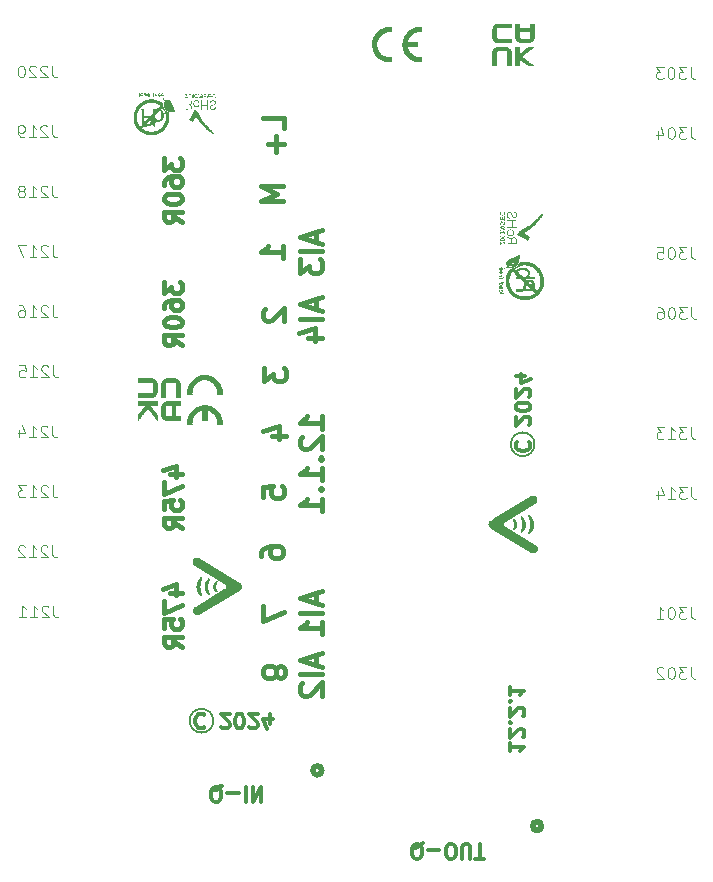
<source format=gbr>
%TF.GenerationSoftware,KiCad,Pcbnew,7.0.10*%
%TF.CreationDate,2024-07-22T21:05:33-04:00*%
%TF.ProjectId,12.X.1 - PLC Connector Combined,31322e58-2e31-4202-9d20-504c4320436f,rev?*%
%TF.SameCoordinates,Original*%
%TF.FileFunction,Legend,Bot*%
%TF.FilePolarity,Positive*%
%FSLAX46Y46*%
G04 Gerber Fmt 4.6, Leading zero omitted, Abs format (unit mm)*
G04 Created by KiCad (PCBNEW 7.0.10) date 2024-07-22 21:05:33*
%MOMM*%
%LPD*%
G01*
G04 APERTURE LIST*
%ADD10C,0.000000*%
%ADD11C,0.004960*%
%ADD12C,0.150000*%
%ADD13C,0.457200*%
%ADD14C,0.381000*%
%ADD15C,0.310000*%
%ADD16C,0.100000*%
%ADD17C,0.508000*%
G04 APERTURE END LIST*
D10*
G36*
X117221043Y-104421331D02*
G01*
X117223905Y-104421531D01*
X117226753Y-104421834D01*
X117229583Y-104422238D01*
X117232394Y-104422744D01*
X117235181Y-104423349D01*
X117237944Y-104424054D01*
X117240678Y-104424857D01*
X117243382Y-104425758D01*
X117246053Y-104426756D01*
X117248688Y-104427849D01*
X117251284Y-104429038D01*
X117253839Y-104430321D01*
X117256350Y-104431698D01*
X117258814Y-104433167D01*
X117261230Y-104434729D01*
X117263537Y-104436681D01*
X117265843Y-104438666D01*
X117270457Y-104442716D01*
X117275071Y-104446839D01*
X117279684Y-104451000D01*
X117317865Y-104486924D01*
X117354215Y-104525127D01*
X117388646Y-104565511D01*
X117421071Y-104607980D01*
X117451404Y-104652436D01*
X117479556Y-104698782D01*
X117505441Y-104746920D01*
X117528972Y-104796753D01*
X117550060Y-104848184D01*
X117568620Y-104901114D01*
X117584564Y-104955448D01*
X117597805Y-105011087D01*
X117608255Y-105067934D01*
X117615827Y-105125892D01*
X117620434Y-105184863D01*
X117621989Y-105244750D01*
X117620464Y-105304575D01*
X117615942Y-105363370D01*
X117608508Y-105421054D01*
X117598245Y-105477545D01*
X117585235Y-105532764D01*
X117569562Y-105586628D01*
X117551309Y-105639057D01*
X117530559Y-105689970D01*
X117507395Y-105739285D01*
X117481901Y-105786921D01*
X117454159Y-105832797D01*
X117424252Y-105876833D01*
X117392265Y-105918946D01*
X117358279Y-105959057D01*
X117322378Y-105997083D01*
X117284645Y-106032944D01*
X117284645Y-106034135D01*
X117278112Y-106039973D01*
X117271375Y-106045867D01*
X117257658Y-106057749D01*
X117257354Y-106057976D01*
X117257044Y-106058196D01*
X117256729Y-106058407D01*
X117256409Y-106058610D01*
X117256084Y-106058804D01*
X117255753Y-106058990D01*
X117255418Y-106059168D01*
X117255078Y-106059337D01*
X117253032Y-106060435D01*
X117250957Y-106061471D01*
X117248856Y-106062445D01*
X117246729Y-106063356D01*
X117244578Y-106064204D01*
X117242406Y-106064989D01*
X117240212Y-106065710D01*
X117237998Y-106066366D01*
X117235767Y-106066958D01*
X117233518Y-106067485D01*
X117231255Y-106067946D01*
X117228977Y-106068342D01*
X117226687Y-106068671D01*
X117224386Y-106068934D01*
X117222075Y-106069130D01*
X117219756Y-106069258D01*
X117215464Y-106069138D01*
X117211221Y-106068781D01*
X117207031Y-106068193D01*
X117202900Y-106067378D01*
X117198831Y-106066342D01*
X117194828Y-106065089D01*
X117190896Y-106063626D01*
X117187039Y-106061956D01*
X117183261Y-106060086D01*
X117179566Y-106058020D01*
X117175959Y-106055763D01*
X117172443Y-106053321D01*
X117169023Y-106050698D01*
X117165704Y-106047900D01*
X117162488Y-106044932D01*
X117159382Y-106041799D01*
X117156388Y-106038506D01*
X117153511Y-106035059D01*
X117150755Y-106031461D01*
X117148125Y-106027720D01*
X117145624Y-106023839D01*
X117143258Y-106019823D01*
X117141029Y-106015679D01*
X117138943Y-106011410D01*
X117137003Y-106007023D01*
X117135214Y-106002522D01*
X117133579Y-105997912D01*
X117132104Y-105993199D01*
X117130793Y-105988387D01*
X117129648Y-105983482D01*
X117128676Y-105978489D01*
X117127880Y-105973413D01*
X117127338Y-105970692D01*
X117126873Y-105967958D01*
X117126484Y-105965214D01*
X117126172Y-105962460D01*
X117125937Y-105959699D01*
X117125780Y-105956932D01*
X117125700Y-105954160D01*
X117125697Y-105951386D01*
X117125697Y-105948013D01*
X117125737Y-105945892D01*
X117125823Y-105943773D01*
X117125954Y-105941657D01*
X117126130Y-105939545D01*
X117126351Y-105937437D01*
X117126617Y-105935334D01*
X117126928Y-105933237D01*
X117127284Y-105931146D01*
X117127307Y-105930292D01*
X117127371Y-105929442D01*
X117127471Y-105928597D01*
X117127604Y-105927753D01*
X117127763Y-105926913D01*
X117127944Y-105926074D01*
X117128351Y-105924399D01*
X117129210Y-105921044D01*
X117129405Y-105920201D01*
X117129582Y-105919355D01*
X117129737Y-105918505D01*
X117129864Y-105917652D01*
X117132841Y-105908127D01*
X117133208Y-105906956D01*
X117133598Y-105905793D01*
X117134011Y-105904639D01*
X117134447Y-105903492D01*
X117134905Y-105902355D01*
X117135385Y-105901227D01*
X117135888Y-105900108D01*
X117136413Y-105898999D01*
X117137753Y-105896581D01*
X117139059Y-105894145D01*
X117140328Y-105891690D01*
X117141562Y-105889218D01*
X117142760Y-105886728D01*
X117143922Y-105884220D01*
X117145047Y-105881696D01*
X117146136Y-105879155D01*
X117146586Y-105878269D01*
X117147056Y-105877395D01*
X117147547Y-105876532D01*
X117148058Y-105875682D01*
X117148590Y-105874844D01*
X117149141Y-105874019D01*
X117149712Y-105873207D01*
X117150303Y-105872408D01*
X117151658Y-105870488D01*
X117153045Y-105868592D01*
X117154463Y-105866719D01*
X117155912Y-105864870D01*
X117157391Y-105863046D01*
X117158901Y-105861246D01*
X117160441Y-105859472D01*
X117162011Y-105857723D01*
X117161143Y-105858513D01*
X117160288Y-105859315D01*
X117159445Y-105860130D01*
X117158615Y-105860958D01*
X117157798Y-105861798D01*
X117156994Y-105862650D01*
X117156204Y-105863514D01*
X117155427Y-105864391D01*
X117154663Y-105865279D01*
X117153913Y-105866178D01*
X117153177Y-105867090D01*
X117152455Y-105868012D01*
X117151747Y-105868946D01*
X117151053Y-105869891D01*
X117150373Y-105870847D01*
X117149708Y-105871813D01*
X117165045Y-105838961D01*
X117179563Y-105805093D01*
X117193239Y-105770248D01*
X117206049Y-105734460D01*
X117217969Y-105697767D01*
X117228976Y-105660204D01*
X117239047Y-105621808D01*
X117248158Y-105582615D01*
X117256285Y-105542662D01*
X117263404Y-105501985D01*
X117269493Y-105460620D01*
X117274528Y-105418603D01*
X117278485Y-105375972D01*
X117281341Y-105332762D01*
X117283071Y-105289009D01*
X117283653Y-105244750D01*
X117283041Y-105199593D01*
X117281223Y-105154933D01*
X117278223Y-105110812D01*
X117274069Y-105067273D01*
X117268786Y-105024357D01*
X117262400Y-104982106D01*
X117254936Y-104940562D01*
X117246421Y-104899767D01*
X117236881Y-104859762D01*
X117226341Y-104820590D01*
X117214827Y-104782293D01*
X117202365Y-104744911D01*
X117188981Y-104708488D01*
X117174701Y-104673064D01*
X117159551Y-104638683D01*
X117143556Y-104605385D01*
X117143157Y-104604800D01*
X117142769Y-104604208D01*
X117142392Y-104603609D01*
X117142027Y-104603003D01*
X117141675Y-104602391D01*
X117141333Y-104601772D01*
X117141004Y-104601147D01*
X117140687Y-104600515D01*
X117140382Y-104599878D01*
X117140090Y-104599235D01*
X117139809Y-104598586D01*
X117139541Y-104597932D01*
X117139286Y-104597272D01*
X117139043Y-104596608D01*
X117138813Y-104595939D01*
X117138595Y-104595265D01*
X117137014Y-104591857D01*
X117135533Y-104588411D01*
X117134154Y-104584928D01*
X117132877Y-104581410D01*
X117131702Y-104577860D01*
X117130631Y-104574279D01*
X117129663Y-104570671D01*
X117128799Y-104567038D01*
X117128040Y-104563381D01*
X117127386Y-104559703D01*
X117126838Y-104556006D01*
X117126395Y-104552293D01*
X117126059Y-104548566D01*
X117125831Y-104544826D01*
X117125710Y-104541077D01*
X117125697Y-104537321D01*
X117125817Y-104531331D01*
X117126175Y-104525422D01*
X117126764Y-104519600D01*
X117127579Y-104513873D01*
X117129861Y-104502733D01*
X117132974Y-104492058D01*
X117136872Y-104481907D01*
X117141509Y-104472336D01*
X117146836Y-104463404D01*
X117152808Y-104455168D01*
X117156022Y-104451328D01*
X117159378Y-104447685D01*
X117162873Y-104444244D01*
X117166499Y-104441013D01*
X117170251Y-104437999D01*
X117174123Y-104435209D01*
X117178110Y-104432651D01*
X117182205Y-104430332D01*
X117186403Y-104428259D01*
X117190697Y-104426438D01*
X117195083Y-104424878D01*
X117199553Y-104423586D01*
X117204103Y-104422568D01*
X117208726Y-104421832D01*
X117213417Y-104421385D01*
X117218169Y-104421235D01*
X117221043Y-104421331D01*
G37*
D11*
X115064725Y-105421757D02*
X115089331Y-105438028D01*
D10*
G36*
X115896299Y-104743940D02*
G01*
X115898398Y-104744051D01*
X115900490Y-104744227D01*
X115902572Y-104744468D01*
X115904645Y-104744772D01*
X115906705Y-104745140D01*
X115908752Y-104745570D01*
X115910785Y-104746064D01*
X115912801Y-104746620D01*
X115914800Y-104747238D01*
X115916780Y-104747918D01*
X115918739Y-104748659D01*
X115920676Y-104749461D01*
X115922590Y-104750323D01*
X115924478Y-104751246D01*
X115926341Y-104752228D01*
X115928061Y-104753371D01*
X115929795Y-104754560D01*
X115931538Y-104755786D01*
X115933286Y-104757040D01*
X115936777Y-104759595D01*
X115940231Y-104762150D01*
X115968930Y-104784071D01*
X115996268Y-104807379D01*
X116022177Y-104832015D01*
X116046591Y-104857918D01*
X116069440Y-104885029D01*
X116090658Y-104913288D01*
X116110177Y-104942637D01*
X116127928Y-104973015D01*
X116143845Y-105004362D01*
X116157860Y-105036620D01*
X116169904Y-105069728D01*
X116179910Y-105103627D01*
X116187810Y-105138257D01*
X116193537Y-105173559D01*
X116195565Y-105191444D01*
X116197023Y-105209474D01*
X116197904Y-105227642D01*
X116198200Y-105245941D01*
X116197048Y-105282376D01*
X116193636Y-105318202D01*
X116188030Y-105353366D01*
X116180294Y-105387817D01*
X116170495Y-105421503D01*
X116158697Y-105454372D01*
X116144966Y-105486372D01*
X116129367Y-105517453D01*
X116111966Y-105547561D01*
X116092829Y-105576645D01*
X116072020Y-105604654D01*
X116049605Y-105631536D01*
X116025649Y-105657238D01*
X116000218Y-105681710D01*
X115973377Y-105704899D01*
X115945192Y-105726754D01*
X115925349Y-105741240D01*
X115923364Y-105741240D01*
X115921765Y-105741959D01*
X115920151Y-105742640D01*
X115918523Y-105743281D01*
X115916881Y-105743883D01*
X115915226Y-105744446D01*
X115913559Y-105744970D01*
X115911881Y-105745453D01*
X115910191Y-105745897D01*
X115908492Y-105746300D01*
X115906784Y-105746664D01*
X115905066Y-105746986D01*
X115903341Y-105747269D01*
X115901609Y-105747510D01*
X115899871Y-105747711D01*
X115898126Y-105747870D01*
X115896377Y-105747988D01*
X115893184Y-105747917D01*
X115890025Y-105747705D01*
X115886901Y-105747354D01*
X115883816Y-105746867D01*
X115880774Y-105746247D01*
X115877778Y-105745497D01*
X115874832Y-105744620D01*
X115871938Y-105743618D01*
X115869100Y-105742495D01*
X115866322Y-105741253D01*
X115863607Y-105739895D01*
X115860959Y-105738424D01*
X115858380Y-105736842D01*
X115855874Y-105735154D01*
X115853444Y-105733360D01*
X115851094Y-105731466D01*
X115848828Y-105729472D01*
X115846648Y-105727382D01*
X115844559Y-105725200D01*
X115842562Y-105722926D01*
X115840663Y-105720566D01*
X115838863Y-105718121D01*
X115837167Y-105715594D01*
X115835578Y-105712989D01*
X115834100Y-105710307D01*
X115832735Y-105707553D01*
X115831487Y-105704727D01*
X115830359Y-105701835D01*
X115829356Y-105698878D01*
X115828480Y-105695859D01*
X115827734Y-105692781D01*
X115827122Y-105689647D01*
X115826780Y-105687982D01*
X115826486Y-105686308D01*
X115826240Y-105684627D01*
X115826042Y-105682940D01*
X115825892Y-105681248D01*
X115825791Y-105679553D01*
X115825737Y-105677854D01*
X115825733Y-105676153D01*
X115825733Y-105674963D01*
X115825637Y-105673675D01*
X115825568Y-105672385D01*
X115825526Y-105671094D01*
X115825513Y-105669803D01*
X115825526Y-105668512D01*
X115825568Y-105667222D01*
X115825637Y-105665932D01*
X115825733Y-105664644D01*
X115826035Y-105663641D01*
X115826321Y-105662633D01*
X115826593Y-105661622D01*
X115826849Y-105660606D01*
X115827089Y-105659587D01*
X115827314Y-105658564D01*
X115827523Y-105657538D01*
X115827717Y-105656508D01*
X115830099Y-105650555D01*
X115830355Y-105649831D01*
X115830630Y-105649115D01*
X115830925Y-105648407D01*
X115831238Y-105647707D01*
X115831570Y-105647016D01*
X115831921Y-105646334D01*
X115832291Y-105645661D01*
X115832678Y-105644999D01*
X115833694Y-105643584D01*
X115834663Y-105642168D01*
X115835594Y-105640747D01*
X115836498Y-105639318D01*
X115838259Y-105636432D01*
X115840020Y-105633489D01*
X115840375Y-105632938D01*
X115840743Y-105632394D01*
X115841122Y-105631860D01*
X115841514Y-105631334D01*
X115841917Y-105630817D01*
X115842332Y-105630309D01*
X115842758Y-105629811D01*
X115843196Y-105629322D01*
X115844220Y-105628142D01*
X115845264Y-105626980D01*
X115846328Y-105625836D01*
X115847411Y-105624709D01*
X115848512Y-105623602D01*
X115849632Y-105622513D01*
X115850770Y-105621443D01*
X115851927Y-105620392D01*
X115851291Y-105620851D01*
X115850664Y-105621321D01*
X115850044Y-105621801D01*
X115849433Y-105622291D01*
X115848831Y-105622791D01*
X115848237Y-105623302D01*
X115847652Y-105623822D01*
X115847076Y-105624351D01*
X115846508Y-105624891D01*
X115845950Y-105625439D01*
X115845401Y-105625998D01*
X115844862Y-105626565D01*
X115844331Y-105627142D01*
X115843811Y-105627727D01*
X115843300Y-105628322D01*
X115842799Y-105628925D01*
X115866605Y-105583298D01*
X115887192Y-105536569D01*
X115904563Y-105488899D01*
X115918716Y-105440447D01*
X115929655Y-105391375D01*
X115937378Y-105341841D01*
X115941888Y-105292007D01*
X115943186Y-105242033D01*
X115941272Y-105192078D01*
X115936148Y-105142304D01*
X115927814Y-105092869D01*
X115916272Y-105043935D01*
X115901522Y-104995662D01*
X115883565Y-104948209D01*
X115862403Y-104901738D01*
X115838036Y-104856408D01*
X115837481Y-104855693D01*
X115836949Y-104854962D01*
X115836440Y-104854214D01*
X115835956Y-104853451D01*
X115835496Y-104852674D01*
X115835061Y-104851881D01*
X115834651Y-104851075D01*
X115834266Y-104850256D01*
X115833114Y-104848222D01*
X115832033Y-104846153D01*
X115831025Y-104844053D01*
X115830090Y-104841923D01*
X115829228Y-104839766D01*
X115828440Y-104837582D01*
X115827727Y-104835374D01*
X115827088Y-104833144D01*
X115826525Y-104830893D01*
X115826038Y-104828625D01*
X115825628Y-104826340D01*
X115825294Y-104824040D01*
X115825038Y-104821728D01*
X115824860Y-104819405D01*
X115824761Y-104817074D01*
X115824741Y-104814736D01*
X115824788Y-104811255D01*
X115825006Y-104807796D01*
X115825393Y-104804364D01*
X115825948Y-104800966D01*
X115826667Y-104797607D01*
X115827548Y-104794293D01*
X115828589Y-104791030D01*
X115829787Y-104787823D01*
X115831141Y-104784678D01*
X115832647Y-104781602D01*
X115834304Y-104778600D01*
X115836109Y-104775677D01*
X115838060Y-104772840D01*
X115840155Y-104770095D01*
X115842390Y-104767446D01*
X115844765Y-104764901D01*
X115847263Y-104762476D01*
X115849867Y-104760188D01*
X115852570Y-104758040D01*
X115855368Y-104756033D01*
X115858255Y-104754170D01*
X115861223Y-104752454D01*
X115864269Y-104750887D01*
X115867386Y-104749472D01*
X115870569Y-104748210D01*
X115873811Y-104747105D01*
X115877107Y-104746158D01*
X115880451Y-104745373D01*
X115883837Y-104744752D01*
X115887260Y-104744296D01*
X115890715Y-104744009D01*
X115894194Y-104743894D01*
X115896299Y-104743940D01*
G37*
D12*
X117662251Y-98452999D02*
G75*
G03*
X115662251Y-98452999I-1000000J0D01*
G01*
X115662251Y-98452999D02*
G75*
G03*
X117662251Y-98452999I1000000J0D01*
G01*
D10*
G36*
X116572503Y-104551059D02*
G01*
X116575123Y-104551198D01*
X116577733Y-104551430D01*
X116580328Y-104551753D01*
X116582908Y-104552167D01*
X116585469Y-104552671D01*
X116588009Y-104553264D01*
X116590527Y-104553946D01*
X116593019Y-104554716D01*
X116595483Y-104555574D01*
X116597917Y-104556518D01*
X116600319Y-104557548D01*
X116602685Y-104558664D01*
X116605015Y-104559864D01*
X116607305Y-104561149D01*
X116609553Y-104562516D01*
X116609561Y-104562522D01*
X116613729Y-104565833D01*
X116617896Y-104569219D01*
X116622063Y-104572679D01*
X116626230Y-104576214D01*
X116662023Y-104608169D01*
X116695837Y-104641850D01*
X116727628Y-104677165D01*
X116757353Y-104714017D01*
X116784966Y-104752313D01*
X116810425Y-104791959D01*
X116833685Y-104832861D01*
X116854701Y-104874924D01*
X116873432Y-104918054D01*
X116889831Y-104962156D01*
X116903856Y-105007137D01*
X116915461Y-105052902D01*
X116924604Y-105099356D01*
X116931241Y-105146407D01*
X116935327Y-105193958D01*
X116936818Y-105241917D01*
X116935683Y-105289885D01*
X116931952Y-105337466D01*
X116925665Y-105384564D01*
X116916868Y-105431086D01*
X116905603Y-105476936D01*
X116891914Y-105522020D01*
X116875843Y-105566243D01*
X116857434Y-105609511D01*
X116836731Y-105651729D01*
X116813776Y-105692802D01*
X116788613Y-105732636D01*
X116761285Y-105771137D01*
X116731836Y-105808210D01*
X116700308Y-105843760D01*
X116666746Y-105877692D01*
X116631191Y-105909912D01*
X116625170Y-105914855D01*
X116619037Y-105919834D01*
X116612829Y-105924814D01*
X116606585Y-105929756D01*
X116606468Y-105929870D01*
X116606348Y-105929981D01*
X116606225Y-105930088D01*
X116606099Y-105930192D01*
X116605971Y-105930292D01*
X116605839Y-105930388D01*
X116605706Y-105930481D01*
X116605570Y-105930571D01*
X116605431Y-105930656D01*
X116605291Y-105930738D01*
X116605148Y-105930816D01*
X116605003Y-105930889D01*
X116604855Y-105930959D01*
X116604706Y-105931025D01*
X116604555Y-105931087D01*
X116604402Y-105931145D01*
X116602468Y-105932136D01*
X116600511Y-105933072D01*
X116598531Y-105933953D01*
X116596530Y-105934779D01*
X116594508Y-105935549D01*
X116592467Y-105936264D01*
X116590408Y-105936923D01*
X116588332Y-105937525D01*
X116586241Y-105938070D01*
X116584135Y-105938559D01*
X116582016Y-105938990D01*
X116579885Y-105939363D01*
X116577743Y-105939679D01*
X116575591Y-105939936D01*
X116573431Y-105940134D01*
X116571263Y-105940274D01*
X116567168Y-105939934D01*
X116563127Y-105939413D01*
X116559144Y-105938714D01*
X116555224Y-105937842D01*
X116551370Y-105936801D01*
X116547586Y-105935595D01*
X116543878Y-105934228D01*
X116540248Y-105932703D01*
X116536702Y-105931026D01*
X116533243Y-105929200D01*
X116529875Y-105927228D01*
X116526604Y-105925116D01*
X116523432Y-105922867D01*
X116520364Y-105920485D01*
X116517405Y-105917974D01*
X116514558Y-105915339D01*
X116511828Y-105912583D01*
X116509219Y-105909710D01*
X116506734Y-105906725D01*
X116504379Y-105903631D01*
X116502158Y-105900432D01*
X116500073Y-105897133D01*
X116498131Y-105893738D01*
X116496335Y-105890250D01*
X116494689Y-105886675D01*
X116493197Y-105883014D01*
X116491863Y-105879274D01*
X116490693Y-105875457D01*
X116489689Y-105871568D01*
X116488856Y-105867611D01*
X116488198Y-105863590D01*
X116487720Y-105859510D01*
X116487265Y-105857205D01*
X116486876Y-105854890D01*
X116486553Y-105852566D01*
X116486296Y-105850234D01*
X116486106Y-105847895D01*
X116485982Y-105845552D01*
X116485925Y-105843205D01*
X116485935Y-105840856D01*
X116485935Y-105838078D01*
X116485946Y-105836280D01*
X116486005Y-105834483D01*
X116486109Y-105832689D01*
X116486260Y-105830899D01*
X116486457Y-105829113D01*
X116486700Y-105827332D01*
X116486989Y-105825558D01*
X116487324Y-105823791D01*
X116487683Y-105822391D01*
X116488026Y-105820986D01*
X116488350Y-105819578D01*
X116488657Y-105818165D01*
X116488946Y-105816749D01*
X116489217Y-105815329D01*
X116489470Y-105813906D01*
X116489705Y-105812479D01*
X116489725Y-105811928D01*
X116489784Y-105811389D01*
X116489876Y-105810861D01*
X116489999Y-105810343D01*
X116490149Y-105809833D01*
X116490322Y-105809330D01*
X116490514Y-105808832D01*
X116490722Y-105808337D01*
X116491168Y-105807354D01*
X116491630Y-105806368D01*
X116492079Y-105805369D01*
X116492288Y-105804860D01*
X116492483Y-105804344D01*
X116492773Y-105803359D01*
X116493094Y-105802385D01*
X116493446Y-105801422D01*
X116493828Y-105800471D01*
X116494241Y-105799533D01*
X116494684Y-105798609D01*
X116495156Y-105797698D01*
X116495658Y-105796803D01*
X116496831Y-105794801D01*
X116497971Y-105792809D01*
X116499084Y-105790817D01*
X116500173Y-105788816D01*
X116501243Y-105786796D01*
X116502300Y-105784748D01*
X116503347Y-105782662D01*
X116504389Y-105780531D01*
X116504816Y-105779807D01*
X116505255Y-105779091D01*
X116505707Y-105778383D01*
X116506173Y-105777684D01*
X116506651Y-105776993D01*
X116507141Y-105776311D01*
X116507644Y-105775638D01*
X116508160Y-105774975D01*
X116509393Y-105773324D01*
X116510658Y-105771697D01*
X116511953Y-105770095D01*
X116513278Y-105768519D01*
X116514634Y-105766968D01*
X116516019Y-105765443D01*
X116517433Y-105763945D01*
X116518875Y-105762473D01*
X116517338Y-105763816D01*
X116515841Y-105765203D01*
X116514385Y-105766632D01*
X116512972Y-105768102D01*
X116511602Y-105769613D01*
X116510277Y-105771163D01*
X116508997Y-105772752D01*
X116507763Y-105774379D01*
X116522673Y-105743416D01*
X116536630Y-105712071D01*
X116549631Y-105680366D01*
X116561669Y-105648323D01*
X116572739Y-105615965D01*
X116582837Y-105583314D01*
X116591957Y-105550392D01*
X116600095Y-105517220D01*
X116607245Y-105483822D01*
X116613401Y-105450220D01*
X116618560Y-105416434D01*
X116622716Y-105382488D01*
X116625864Y-105348404D01*
X116627998Y-105314204D01*
X116629114Y-105279910D01*
X116629207Y-105245544D01*
X116629096Y-105210440D01*
X116627915Y-105175413D01*
X116625671Y-105140487D01*
X116622368Y-105105685D01*
X116618012Y-105071032D01*
X116612609Y-105036551D01*
X116606165Y-105002265D01*
X116598684Y-104968198D01*
X116590173Y-104934374D01*
X116580636Y-104900817D01*
X116570081Y-104867549D01*
X116558511Y-104834595D01*
X116545934Y-104801979D01*
X116532353Y-104769723D01*
X116517776Y-104737852D01*
X116502207Y-104706389D01*
X116501829Y-104705904D01*
X116501462Y-104705412D01*
X116501105Y-104704913D01*
X116500758Y-104704406D01*
X116500422Y-104703894D01*
X116500096Y-104703374D01*
X116499782Y-104702848D01*
X116499478Y-104702316D01*
X116499184Y-104701778D01*
X116498902Y-104701234D01*
X116498631Y-104700685D01*
X116498371Y-104700129D01*
X116498122Y-104699569D01*
X116497885Y-104699003D01*
X116497659Y-104698432D01*
X116497444Y-104697856D01*
X116496048Y-104694989D01*
X116494739Y-104692087D01*
X116493519Y-104689151D01*
X116492388Y-104686183D01*
X116491347Y-104683185D01*
X116490396Y-104680160D01*
X116489535Y-104677110D01*
X116488764Y-104674036D01*
X116488086Y-104670940D01*
X116487499Y-104667825D01*
X116487005Y-104664693D01*
X116486603Y-104661545D01*
X116486295Y-104658384D01*
X116486080Y-104655212D01*
X116485960Y-104652030D01*
X116485935Y-104648842D01*
X116486044Y-104643795D01*
X116486367Y-104638816D01*
X116486900Y-104633910D01*
X116487637Y-104629085D01*
X116488573Y-104624345D01*
X116489702Y-104619697D01*
X116491020Y-104615147D01*
X116492520Y-104610702D01*
X116494199Y-104606366D01*
X116496050Y-104602147D01*
X116498069Y-104598050D01*
X116500250Y-104594081D01*
X116502588Y-104590247D01*
X116505078Y-104586553D01*
X116507714Y-104583006D01*
X116510491Y-104579612D01*
X116513405Y-104576376D01*
X116516449Y-104573305D01*
X116519619Y-104570405D01*
X116522909Y-104567682D01*
X116526315Y-104565142D01*
X116529830Y-104562791D01*
X116533450Y-104560635D01*
X116537169Y-104558680D01*
X116540982Y-104556932D01*
X116544885Y-104555398D01*
X116548871Y-104554083D01*
X116552935Y-104552994D01*
X116557073Y-104552136D01*
X116561279Y-104551516D01*
X116565548Y-104551139D01*
X116569874Y-104551012D01*
X116572503Y-104551059D01*
G37*
G36*
X89451970Y-109679003D02*
G01*
X89456213Y-109679360D01*
X89460403Y-109679948D01*
X89464534Y-109680763D01*
X89468603Y-109681799D01*
X89472606Y-109683052D01*
X89476538Y-109684515D01*
X89480395Y-109686185D01*
X89484173Y-109688055D01*
X89487868Y-109690121D01*
X89491475Y-109692378D01*
X89494991Y-109694820D01*
X89498411Y-109697443D01*
X89501730Y-109700241D01*
X89504946Y-109703209D01*
X89508052Y-109706342D01*
X89511046Y-109709635D01*
X89513923Y-109713082D01*
X89516679Y-109716680D01*
X89519309Y-109720421D01*
X89521810Y-109724302D01*
X89524176Y-109728318D01*
X89526405Y-109732462D01*
X89528491Y-109736731D01*
X89530431Y-109741118D01*
X89532220Y-109745619D01*
X89533855Y-109750229D01*
X89535330Y-109754942D01*
X89536641Y-109759754D01*
X89537786Y-109764659D01*
X89538758Y-109769652D01*
X89539554Y-109774728D01*
X89540096Y-109777449D01*
X89540561Y-109780183D01*
X89540950Y-109782927D01*
X89541262Y-109785681D01*
X89541497Y-109788442D01*
X89541654Y-109791209D01*
X89541734Y-109793981D01*
X89541737Y-109796755D01*
X89541737Y-109800128D01*
X89541697Y-109802249D01*
X89541611Y-109804368D01*
X89541480Y-109806484D01*
X89541304Y-109808596D01*
X89541083Y-109810704D01*
X89540817Y-109812807D01*
X89540506Y-109814904D01*
X89540150Y-109816995D01*
X89540127Y-109817849D01*
X89540063Y-109818699D01*
X89539963Y-109819544D01*
X89539830Y-109820388D01*
X89539671Y-109821228D01*
X89539490Y-109822067D01*
X89539083Y-109823742D01*
X89538224Y-109827097D01*
X89538029Y-109827940D01*
X89537852Y-109828786D01*
X89537697Y-109829636D01*
X89537570Y-109830489D01*
X89534593Y-109840014D01*
X89534226Y-109841185D01*
X89533836Y-109842348D01*
X89533423Y-109843502D01*
X89532987Y-109844649D01*
X89532529Y-109845786D01*
X89532049Y-109846914D01*
X89531546Y-109848033D01*
X89531021Y-109849142D01*
X89529681Y-109851560D01*
X89528375Y-109853996D01*
X89527106Y-109856451D01*
X89525872Y-109858923D01*
X89524674Y-109861413D01*
X89523512Y-109863921D01*
X89522387Y-109866445D01*
X89521298Y-109868986D01*
X89520848Y-109869872D01*
X89520378Y-109870746D01*
X89519887Y-109871609D01*
X89519376Y-109872459D01*
X89518844Y-109873297D01*
X89518293Y-109874122D01*
X89517722Y-109874934D01*
X89517131Y-109875733D01*
X89515776Y-109877653D01*
X89514389Y-109879549D01*
X89512971Y-109881422D01*
X89511522Y-109883271D01*
X89510043Y-109885095D01*
X89508533Y-109886895D01*
X89506993Y-109888669D01*
X89505423Y-109890418D01*
X89506291Y-109889628D01*
X89507146Y-109888826D01*
X89507989Y-109888011D01*
X89508819Y-109887183D01*
X89509636Y-109886343D01*
X89510440Y-109885491D01*
X89511230Y-109884627D01*
X89512007Y-109883750D01*
X89512771Y-109882862D01*
X89513521Y-109881963D01*
X89514257Y-109881051D01*
X89514979Y-109880129D01*
X89515687Y-109879195D01*
X89516381Y-109878250D01*
X89517061Y-109877294D01*
X89517726Y-109876328D01*
X89502389Y-109909180D01*
X89487871Y-109943048D01*
X89474195Y-109977893D01*
X89461385Y-110013681D01*
X89449465Y-110050374D01*
X89438458Y-110087937D01*
X89428387Y-110126333D01*
X89419276Y-110165526D01*
X89411149Y-110205479D01*
X89404030Y-110246156D01*
X89397941Y-110287521D01*
X89392906Y-110329538D01*
X89388949Y-110372169D01*
X89386093Y-110415379D01*
X89384363Y-110459132D01*
X89383781Y-110503391D01*
X89384393Y-110548548D01*
X89386211Y-110593208D01*
X89389211Y-110637329D01*
X89393365Y-110680868D01*
X89398648Y-110723784D01*
X89405034Y-110766035D01*
X89412498Y-110807579D01*
X89421013Y-110848374D01*
X89430553Y-110888379D01*
X89441093Y-110927551D01*
X89452607Y-110965848D01*
X89465069Y-111003230D01*
X89478453Y-111039653D01*
X89492733Y-111075077D01*
X89507883Y-111109458D01*
X89523878Y-111142756D01*
X89524277Y-111143341D01*
X89524665Y-111143933D01*
X89525042Y-111144532D01*
X89525407Y-111145138D01*
X89525759Y-111145750D01*
X89526101Y-111146369D01*
X89526430Y-111146994D01*
X89526747Y-111147626D01*
X89527052Y-111148263D01*
X89527344Y-111148906D01*
X89527625Y-111149555D01*
X89527893Y-111150209D01*
X89528148Y-111150869D01*
X89528391Y-111151533D01*
X89528621Y-111152202D01*
X89528839Y-111152876D01*
X89530420Y-111156284D01*
X89531901Y-111159730D01*
X89533280Y-111163213D01*
X89534557Y-111166731D01*
X89535732Y-111170281D01*
X89536803Y-111173862D01*
X89537771Y-111177470D01*
X89538635Y-111181103D01*
X89539394Y-111184760D01*
X89540048Y-111188438D01*
X89540596Y-111192135D01*
X89541039Y-111195848D01*
X89541375Y-111199575D01*
X89541603Y-111203315D01*
X89541724Y-111207064D01*
X89541737Y-111210820D01*
X89541617Y-111216810D01*
X89541259Y-111222719D01*
X89540670Y-111228541D01*
X89539855Y-111234268D01*
X89537573Y-111245408D01*
X89534460Y-111256083D01*
X89530562Y-111266234D01*
X89525925Y-111275805D01*
X89520598Y-111284737D01*
X89514626Y-111292973D01*
X89511412Y-111296813D01*
X89508056Y-111300456D01*
X89504561Y-111303897D01*
X89500935Y-111307128D01*
X89497183Y-111310142D01*
X89493311Y-111312932D01*
X89489324Y-111315490D01*
X89485229Y-111317809D01*
X89481031Y-111319882D01*
X89476737Y-111321703D01*
X89472351Y-111323263D01*
X89467881Y-111324555D01*
X89463331Y-111325573D01*
X89458708Y-111326309D01*
X89454017Y-111326756D01*
X89449265Y-111326906D01*
X89446391Y-111326810D01*
X89443529Y-111326610D01*
X89440681Y-111326307D01*
X89437851Y-111325903D01*
X89435040Y-111325397D01*
X89432253Y-111324792D01*
X89429490Y-111324087D01*
X89426756Y-111323284D01*
X89424052Y-111322383D01*
X89421381Y-111321385D01*
X89418746Y-111320292D01*
X89416150Y-111319103D01*
X89413595Y-111317820D01*
X89411084Y-111316443D01*
X89408620Y-111314974D01*
X89406204Y-111313412D01*
X89403897Y-111311460D01*
X89401591Y-111309475D01*
X89396977Y-111305425D01*
X89392363Y-111301302D01*
X89387750Y-111297141D01*
X89349569Y-111261217D01*
X89313219Y-111223014D01*
X89278788Y-111182630D01*
X89246363Y-111140161D01*
X89216030Y-111095705D01*
X89187878Y-111049359D01*
X89161993Y-111001221D01*
X89138462Y-110951388D01*
X89117374Y-110899957D01*
X89098814Y-110847027D01*
X89082870Y-110792693D01*
X89069629Y-110737054D01*
X89059179Y-110680207D01*
X89051607Y-110622249D01*
X89047000Y-110563278D01*
X89045445Y-110503391D01*
X89046970Y-110443566D01*
X89051492Y-110384771D01*
X89058926Y-110327087D01*
X89069189Y-110270596D01*
X89082199Y-110215377D01*
X89097872Y-110161513D01*
X89116125Y-110109084D01*
X89136875Y-110058171D01*
X89160039Y-110008856D01*
X89185533Y-109961220D01*
X89213275Y-109915344D01*
X89243182Y-109871308D01*
X89275169Y-109829195D01*
X89309155Y-109789084D01*
X89345056Y-109751058D01*
X89382789Y-109715197D01*
X89382789Y-109714006D01*
X89389322Y-109708168D01*
X89396059Y-109702274D01*
X89409776Y-109690392D01*
X89410080Y-109690165D01*
X89410390Y-109689945D01*
X89410705Y-109689734D01*
X89411025Y-109689531D01*
X89411350Y-109689337D01*
X89411681Y-109689151D01*
X89412016Y-109688973D01*
X89412356Y-109688804D01*
X89414402Y-109687706D01*
X89416477Y-109686670D01*
X89418578Y-109685696D01*
X89420705Y-109684785D01*
X89422856Y-109683937D01*
X89425028Y-109683152D01*
X89427222Y-109682431D01*
X89429436Y-109681775D01*
X89431667Y-109681183D01*
X89433916Y-109680656D01*
X89436179Y-109680195D01*
X89438457Y-109679799D01*
X89440747Y-109679470D01*
X89443048Y-109679207D01*
X89445359Y-109679011D01*
X89447678Y-109678883D01*
X89451970Y-109679003D01*
G37*
D11*
X91602709Y-110326384D02*
X91578103Y-110310113D01*
D10*
G36*
X89076802Y-108053188D02*
G01*
X89085519Y-108053526D01*
X89094215Y-108054096D01*
X89102885Y-108054899D01*
X89111524Y-108055932D01*
X89120127Y-108057196D01*
X89128691Y-108058688D01*
X89137210Y-108060408D01*
X89145680Y-108062355D01*
X89154096Y-108064529D01*
X89162454Y-108066927D01*
X89170749Y-108069549D01*
X89178977Y-108072394D01*
X89187133Y-108075461D01*
X89195212Y-108078750D01*
X89203210Y-108082258D01*
X89269282Y-108121942D01*
X92525245Y-110075361D01*
X92708601Y-110185891D01*
X92744518Y-110207322D01*
X92747098Y-110208909D01*
X92765044Y-110222516D01*
X92782028Y-110237084D01*
X92798022Y-110252559D01*
X92813001Y-110268889D01*
X92826936Y-110286023D01*
X92839802Y-110303908D01*
X92851570Y-110322490D01*
X92862214Y-110341719D01*
X92871708Y-110361541D01*
X92880022Y-110381905D01*
X92887132Y-110402757D01*
X92893010Y-110424046D01*
X92897629Y-110445719D01*
X92900961Y-110467724D01*
X92902980Y-110490008D01*
X92903659Y-110512519D01*
X92902980Y-110535030D01*
X92900961Y-110557314D01*
X92897629Y-110579318D01*
X92893010Y-110600991D01*
X92887132Y-110622280D01*
X92880022Y-110643133D01*
X92871708Y-110663496D01*
X92862214Y-110683318D01*
X92851570Y-110702547D01*
X92839802Y-110721130D01*
X92826936Y-110739014D01*
X92813001Y-110756148D01*
X92798022Y-110772478D01*
X92782028Y-110787954D01*
X92765044Y-110802521D01*
X92747098Y-110816128D01*
X92746760Y-110816329D01*
X92746427Y-110816536D01*
X92746098Y-110816750D01*
X92745773Y-110816970D01*
X92745452Y-110817196D01*
X92745136Y-110817429D01*
X92744825Y-110817669D01*
X92744518Y-110817914D01*
X92708601Y-110839345D01*
X92524848Y-110949676D01*
X89300834Y-112884244D01*
X89245867Y-112917383D01*
X89237521Y-112921322D01*
X89229080Y-112925018D01*
X89220547Y-112928470D01*
X89211929Y-112931676D01*
X89203230Y-112934635D01*
X89194457Y-112937345D01*
X89185614Y-112939806D01*
X89176707Y-112942017D01*
X89167741Y-112943975D01*
X89158722Y-112945680D01*
X89149655Y-112947131D01*
X89140545Y-112948325D01*
X89131398Y-112949263D01*
X89122218Y-112949943D01*
X89113013Y-112950363D01*
X89103786Y-112950522D01*
X89085629Y-112950020D01*
X89067713Y-112948531D01*
X89050057Y-112946079D01*
X89032686Y-112942687D01*
X89015620Y-112938381D01*
X88998883Y-112933185D01*
X88982495Y-112927122D01*
X88966479Y-112920217D01*
X88950858Y-112912494D01*
X88935652Y-112903977D01*
X88920886Y-112894690D01*
X88906579Y-112884658D01*
X88892755Y-112873905D01*
X88879436Y-112862455D01*
X88866643Y-112850333D01*
X88854399Y-112837561D01*
X88842726Y-112824165D01*
X88831646Y-112810170D01*
X88821182Y-112795598D01*
X88811354Y-112780474D01*
X88802185Y-112764823D01*
X88793698Y-112748668D01*
X88785915Y-112732034D01*
X88778857Y-112714945D01*
X88772546Y-112697426D01*
X88767005Y-112679500D01*
X88762256Y-112661191D01*
X88758321Y-112642524D01*
X88755222Y-112623524D01*
X88752981Y-112604213D01*
X88751621Y-112584617D01*
X88751162Y-112564759D01*
X88751533Y-112542501D01*
X88753133Y-112520420D01*
X88755940Y-112498562D01*
X88759934Y-112476973D01*
X88765093Y-112455698D01*
X88771398Y-112434782D01*
X88778827Y-112414271D01*
X88787360Y-112394211D01*
X88796975Y-112374646D01*
X88807652Y-112355622D01*
X88819370Y-112337186D01*
X88832108Y-112319381D01*
X88845846Y-112302255D01*
X88860562Y-112285851D01*
X88876236Y-112270216D01*
X88892846Y-112255395D01*
X88893839Y-112255395D01*
X88977976Y-112204198D01*
X91415186Y-110741714D01*
X91421590Y-110738827D01*
X91427889Y-110735732D01*
X91434079Y-110732430D01*
X91440154Y-110728926D01*
X91446109Y-110725222D01*
X91451940Y-110721321D01*
X91457641Y-110717226D01*
X91463207Y-110712941D01*
X91473952Y-110703621D01*
X91484121Y-110693783D01*
X91493699Y-110683454D01*
X91502674Y-110672661D01*
X91511032Y-110661432D01*
X91518759Y-110649795D01*
X91525842Y-110637777D01*
X91532269Y-110625405D01*
X91538024Y-110612708D01*
X91543096Y-110599712D01*
X91547470Y-110586446D01*
X91551134Y-110572936D01*
X91554074Y-110559211D01*
X91556276Y-110545297D01*
X91557727Y-110531223D01*
X91558414Y-110517016D01*
X91558326Y-110502792D01*
X91557468Y-110488670D01*
X91555854Y-110474676D01*
X91553495Y-110460839D01*
X91550403Y-110447187D01*
X91546592Y-110433748D01*
X91542072Y-110420550D01*
X91536856Y-110407622D01*
X91530956Y-110394991D01*
X91524385Y-110382685D01*
X91517155Y-110370733D01*
X91509278Y-110359162D01*
X91500765Y-110348001D01*
X91491631Y-110337277D01*
X91481885Y-110327020D01*
X91471542Y-110317256D01*
X91443562Y-110299199D01*
X91420345Y-110284117D01*
X91416441Y-110282334D01*
X91412482Y-110280570D01*
X91408485Y-110278843D01*
X91404470Y-110277172D01*
X88920826Y-108787105D01*
X88908916Y-108780472D01*
X88897300Y-108773460D01*
X88885986Y-108766081D01*
X88874979Y-108758344D01*
X88864284Y-108750259D01*
X88853909Y-108741837D01*
X88843858Y-108733087D01*
X88834139Y-108724020D01*
X88824756Y-108714646D01*
X88815716Y-108704975D01*
X88807025Y-108695017D01*
X88798689Y-108684783D01*
X88790713Y-108674283D01*
X88783104Y-108663526D01*
X88775868Y-108652523D01*
X88769010Y-108641284D01*
X88762537Y-108629819D01*
X88756454Y-108618138D01*
X88750768Y-108606252D01*
X88745484Y-108594171D01*
X88740609Y-108581905D01*
X88736148Y-108569463D01*
X88732108Y-108556857D01*
X88728493Y-108544096D01*
X88725311Y-108531190D01*
X88722568Y-108518150D01*
X88720268Y-108504986D01*
X88718419Y-108491708D01*
X88717025Y-108478325D01*
X88716094Y-108464849D01*
X88715631Y-108451290D01*
X88715642Y-108437657D01*
X88716103Y-108417872D01*
X88717472Y-108398347D01*
X88719726Y-108379105D01*
X88722841Y-108360171D01*
X88726797Y-108341568D01*
X88731569Y-108323321D01*
X88737135Y-108305454D01*
X88743473Y-108287991D01*
X88750559Y-108270957D01*
X88758372Y-108254376D01*
X88766888Y-108238271D01*
X88776085Y-108222667D01*
X88785940Y-108207589D01*
X88796430Y-108193060D01*
X88807533Y-108179105D01*
X88819226Y-108165748D01*
X88831487Y-108153012D01*
X88844292Y-108140923D01*
X88857620Y-108129505D01*
X88871446Y-108118781D01*
X88885750Y-108108776D01*
X88900507Y-108099514D01*
X88915696Y-108091019D01*
X88931294Y-108083315D01*
X88947277Y-108076428D01*
X88963624Y-108070380D01*
X88980312Y-108065196D01*
X88997318Y-108060900D01*
X89014619Y-108057517D01*
X89032192Y-108055071D01*
X89050016Y-108053585D01*
X89068067Y-108053085D01*
X89076802Y-108053188D01*
G37*
G36*
X117581805Y-102798121D02*
G01*
X117599721Y-102799610D01*
X117617377Y-102802062D01*
X117634748Y-102805454D01*
X117651814Y-102809760D01*
X117668551Y-102814956D01*
X117684939Y-102821019D01*
X117700955Y-102827924D01*
X117716576Y-102835647D01*
X117731782Y-102844164D01*
X117746548Y-102853451D01*
X117760855Y-102863483D01*
X117774679Y-102874236D01*
X117787998Y-102885686D01*
X117800791Y-102897808D01*
X117813035Y-102910580D01*
X117824708Y-102923976D01*
X117835788Y-102937971D01*
X117846252Y-102952543D01*
X117856080Y-102967667D01*
X117865249Y-102983318D01*
X117873736Y-102999473D01*
X117881519Y-103016107D01*
X117888577Y-103033196D01*
X117894888Y-103050715D01*
X117900429Y-103068641D01*
X117905178Y-103086950D01*
X117909113Y-103105617D01*
X117912212Y-103124617D01*
X117914453Y-103143928D01*
X117915813Y-103163524D01*
X117916272Y-103183382D01*
X117915901Y-103205640D01*
X117914301Y-103227721D01*
X117911494Y-103249579D01*
X117907500Y-103271168D01*
X117902341Y-103292443D01*
X117896036Y-103313359D01*
X117888607Y-103333870D01*
X117880074Y-103353930D01*
X117870459Y-103373495D01*
X117859782Y-103392519D01*
X117848064Y-103410955D01*
X117835326Y-103428760D01*
X117821588Y-103445886D01*
X117806872Y-103462290D01*
X117791198Y-103477925D01*
X117774588Y-103492746D01*
X117773595Y-103492746D01*
X117689458Y-103543943D01*
X115252248Y-105006427D01*
X115245844Y-105009314D01*
X115239545Y-105012409D01*
X115233355Y-105015711D01*
X115227280Y-105019215D01*
X115221325Y-105022919D01*
X115215494Y-105026820D01*
X115209793Y-105030915D01*
X115204227Y-105035200D01*
X115193482Y-105044520D01*
X115183313Y-105054358D01*
X115173735Y-105064687D01*
X115164760Y-105075480D01*
X115156402Y-105086709D01*
X115148675Y-105098346D01*
X115141592Y-105110364D01*
X115135165Y-105122736D01*
X115129410Y-105135433D01*
X115124338Y-105148429D01*
X115119964Y-105161695D01*
X115116300Y-105175205D01*
X115113360Y-105188930D01*
X115111158Y-105202844D01*
X115109707Y-105216918D01*
X115109020Y-105231125D01*
X115109108Y-105245349D01*
X115109966Y-105259471D01*
X115111580Y-105273465D01*
X115113939Y-105287302D01*
X115117031Y-105300954D01*
X115120842Y-105314393D01*
X115125362Y-105327591D01*
X115130578Y-105340519D01*
X115136478Y-105353150D01*
X115143049Y-105365456D01*
X115150279Y-105377408D01*
X115158156Y-105388979D01*
X115166669Y-105400140D01*
X115175803Y-105410864D01*
X115185549Y-105421121D01*
X115195892Y-105430885D01*
X115223872Y-105448942D01*
X115247089Y-105464024D01*
X115250993Y-105465807D01*
X115254952Y-105467571D01*
X115258949Y-105469298D01*
X115262964Y-105470969D01*
X117746608Y-106961036D01*
X117758518Y-106967669D01*
X117770134Y-106974681D01*
X117781448Y-106982060D01*
X117792455Y-106989797D01*
X117803150Y-106997882D01*
X117813525Y-107006304D01*
X117823576Y-107015054D01*
X117833295Y-107024121D01*
X117842678Y-107033495D01*
X117851718Y-107043166D01*
X117860409Y-107053124D01*
X117868745Y-107063358D01*
X117876721Y-107073858D01*
X117884330Y-107084615D01*
X117891566Y-107095618D01*
X117898424Y-107106857D01*
X117904897Y-107118322D01*
X117910980Y-107130003D01*
X117916666Y-107141889D01*
X117921950Y-107153970D01*
X117926825Y-107166236D01*
X117931286Y-107178678D01*
X117935326Y-107191284D01*
X117938941Y-107204045D01*
X117942123Y-107216951D01*
X117944866Y-107229991D01*
X117947166Y-107243155D01*
X117949015Y-107256433D01*
X117950409Y-107269816D01*
X117951340Y-107283292D01*
X117951803Y-107296851D01*
X117951792Y-107310484D01*
X117951331Y-107330269D01*
X117949962Y-107349794D01*
X117947708Y-107369036D01*
X117944593Y-107387970D01*
X117940637Y-107406573D01*
X117935865Y-107424820D01*
X117930299Y-107442687D01*
X117923961Y-107460150D01*
X117916875Y-107477184D01*
X117909062Y-107493765D01*
X117900546Y-107509870D01*
X117891349Y-107525474D01*
X117881494Y-107540552D01*
X117871004Y-107555081D01*
X117859901Y-107569036D01*
X117848208Y-107582393D01*
X117835947Y-107595129D01*
X117823142Y-107607218D01*
X117809814Y-107618636D01*
X117795988Y-107629360D01*
X117781684Y-107639365D01*
X117766927Y-107648627D01*
X117751738Y-107657122D01*
X117736140Y-107664826D01*
X117720157Y-107671713D01*
X117703810Y-107677761D01*
X117687122Y-107682945D01*
X117670116Y-107687241D01*
X117652815Y-107690624D01*
X117635242Y-107693070D01*
X117617418Y-107694556D01*
X117599367Y-107695056D01*
X117590632Y-107694953D01*
X117581915Y-107694615D01*
X117573219Y-107694045D01*
X117564549Y-107693242D01*
X117555910Y-107692209D01*
X117547307Y-107690945D01*
X117538743Y-107689453D01*
X117530224Y-107687733D01*
X117521754Y-107685786D01*
X117513338Y-107683612D01*
X117504980Y-107681214D01*
X117496685Y-107678592D01*
X117488457Y-107675747D01*
X117480301Y-107672680D01*
X117472222Y-107669391D01*
X117464224Y-107665883D01*
X117398152Y-107626199D01*
X114142189Y-105672780D01*
X113958833Y-105562250D01*
X113922916Y-105540819D01*
X113920336Y-105539232D01*
X113902390Y-105525625D01*
X113885406Y-105511057D01*
X113869412Y-105495582D01*
X113854433Y-105479252D01*
X113840498Y-105462118D01*
X113827632Y-105444233D01*
X113815864Y-105425651D01*
X113805220Y-105406422D01*
X113795726Y-105386600D01*
X113787412Y-105366236D01*
X113780302Y-105345384D01*
X113774424Y-105324095D01*
X113769805Y-105302422D01*
X113766473Y-105280417D01*
X113764454Y-105258133D01*
X113763775Y-105235622D01*
X113764454Y-105213111D01*
X113766473Y-105190827D01*
X113769805Y-105168823D01*
X113774424Y-105147150D01*
X113780302Y-105125861D01*
X113787412Y-105105008D01*
X113795726Y-105084645D01*
X113805220Y-105064823D01*
X113815864Y-105045594D01*
X113827632Y-105027011D01*
X113840498Y-105009127D01*
X113854433Y-104991993D01*
X113869412Y-104975663D01*
X113885406Y-104960187D01*
X113902390Y-104945620D01*
X113920336Y-104932013D01*
X113920674Y-104931812D01*
X113921007Y-104931605D01*
X113921336Y-104931391D01*
X113921661Y-104931171D01*
X113921982Y-104930945D01*
X113922298Y-104930712D01*
X113922609Y-104930472D01*
X113922916Y-104930227D01*
X113958833Y-104908796D01*
X114142586Y-104798465D01*
X117366600Y-102863897D01*
X117421567Y-102830758D01*
X117429913Y-102826819D01*
X117438354Y-102823123D01*
X117446887Y-102819671D01*
X117455505Y-102816465D01*
X117464204Y-102813506D01*
X117472977Y-102810796D01*
X117481820Y-102808335D01*
X117490727Y-102806124D01*
X117499693Y-102804166D01*
X117508712Y-102802461D01*
X117517779Y-102801010D01*
X117526889Y-102799816D01*
X117536036Y-102798878D01*
X117545216Y-102798198D01*
X117554421Y-102797778D01*
X117563648Y-102797619D01*
X117581805Y-102798121D01*
G37*
G36*
X90774250Y-110000224D02*
G01*
X90777409Y-110000436D01*
X90780533Y-110000787D01*
X90783618Y-110001274D01*
X90786660Y-110001894D01*
X90789656Y-110002644D01*
X90792602Y-110003521D01*
X90795496Y-110004523D01*
X90798334Y-110005646D01*
X90801112Y-110006888D01*
X90803827Y-110008246D01*
X90806475Y-110009717D01*
X90809054Y-110011299D01*
X90811560Y-110012987D01*
X90813990Y-110014781D01*
X90816340Y-110016675D01*
X90818606Y-110018669D01*
X90820786Y-110020759D01*
X90822875Y-110022941D01*
X90824872Y-110025215D01*
X90826771Y-110027575D01*
X90828571Y-110030020D01*
X90830267Y-110032547D01*
X90831856Y-110035152D01*
X90833334Y-110037834D01*
X90834699Y-110040588D01*
X90835947Y-110043414D01*
X90837075Y-110046306D01*
X90838078Y-110049263D01*
X90838954Y-110052282D01*
X90839700Y-110055360D01*
X90840312Y-110058494D01*
X90840654Y-110060159D01*
X90840948Y-110061833D01*
X90841194Y-110063514D01*
X90841392Y-110065201D01*
X90841542Y-110066893D01*
X90841643Y-110068588D01*
X90841697Y-110070287D01*
X90841701Y-110071988D01*
X90841701Y-110073178D01*
X90841797Y-110074466D01*
X90841866Y-110075756D01*
X90841908Y-110077047D01*
X90841921Y-110078338D01*
X90841908Y-110079629D01*
X90841866Y-110080919D01*
X90841797Y-110082209D01*
X90841701Y-110083497D01*
X90841399Y-110084500D01*
X90841113Y-110085508D01*
X90840841Y-110086519D01*
X90840585Y-110087535D01*
X90840345Y-110088554D01*
X90840120Y-110089577D01*
X90839911Y-110090603D01*
X90839717Y-110091633D01*
X90837335Y-110097586D01*
X90837079Y-110098310D01*
X90836804Y-110099026D01*
X90836509Y-110099734D01*
X90836196Y-110100434D01*
X90835864Y-110101125D01*
X90835513Y-110101807D01*
X90835143Y-110102480D01*
X90834756Y-110103142D01*
X90833740Y-110104557D01*
X90832771Y-110105973D01*
X90831840Y-110107394D01*
X90830936Y-110108823D01*
X90829175Y-110111709D01*
X90827414Y-110114652D01*
X90827059Y-110115203D01*
X90826691Y-110115747D01*
X90826312Y-110116281D01*
X90825920Y-110116807D01*
X90825517Y-110117324D01*
X90825102Y-110117832D01*
X90824676Y-110118330D01*
X90824238Y-110118819D01*
X90823214Y-110119999D01*
X90822170Y-110121161D01*
X90821106Y-110122305D01*
X90820023Y-110123432D01*
X90818922Y-110124539D01*
X90817802Y-110125628D01*
X90816664Y-110126698D01*
X90815507Y-110127749D01*
X90816143Y-110127290D01*
X90816770Y-110126820D01*
X90817390Y-110126340D01*
X90818001Y-110125850D01*
X90818603Y-110125350D01*
X90819197Y-110124839D01*
X90819782Y-110124319D01*
X90820358Y-110123790D01*
X90820926Y-110123250D01*
X90821484Y-110122702D01*
X90822033Y-110122143D01*
X90822572Y-110121576D01*
X90823103Y-110120999D01*
X90823623Y-110120414D01*
X90824134Y-110119819D01*
X90824635Y-110119216D01*
X90800829Y-110164843D01*
X90780242Y-110211572D01*
X90762871Y-110259242D01*
X90748718Y-110307694D01*
X90737779Y-110356766D01*
X90730056Y-110406300D01*
X90725546Y-110456134D01*
X90724248Y-110506108D01*
X90726162Y-110556063D01*
X90731286Y-110605837D01*
X90739620Y-110655272D01*
X90751162Y-110704206D01*
X90765912Y-110752479D01*
X90783869Y-110799932D01*
X90805031Y-110846403D01*
X90829398Y-110891733D01*
X90829953Y-110892448D01*
X90830485Y-110893179D01*
X90830994Y-110893927D01*
X90831478Y-110894690D01*
X90831938Y-110895467D01*
X90832373Y-110896260D01*
X90832783Y-110897066D01*
X90833168Y-110897885D01*
X90834320Y-110899919D01*
X90835401Y-110901988D01*
X90836409Y-110904088D01*
X90837344Y-110906218D01*
X90838206Y-110908375D01*
X90838994Y-110910559D01*
X90839707Y-110912767D01*
X90840346Y-110914997D01*
X90840909Y-110917248D01*
X90841396Y-110919516D01*
X90841806Y-110921801D01*
X90842140Y-110924101D01*
X90842396Y-110926413D01*
X90842574Y-110928736D01*
X90842673Y-110931067D01*
X90842693Y-110933405D01*
X90842646Y-110936886D01*
X90842428Y-110940345D01*
X90842041Y-110943777D01*
X90841486Y-110947175D01*
X90840767Y-110950534D01*
X90839886Y-110953848D01*
X90838845Y-110957111D01*
X90837647Y-110960318D01*
X90836293Y-110963463D01*
X90834787Y-110966539D01*
X90833130Y-110969541D01*
X90831325Y-110972464D01*
X90829374Y-110975301D01*
X90827279Y-110978046D01*
X90825044Y-110980695D01*
X90822669Y-110983240D01*
X90820171Y-110985665D01*
X90817567Y-110987953D01*
X90814864Y-110990101D01*
X90812066Y-110992108D01*
X90809179Y-110993971D01*
X90806211Y-110995687D01*
X90803165Y-110997254D01*
X90800048Y-110998669D01*
X90796865Y-110999931D01*
X90793623Y-111001036D01*
X90790327Y-111001983D01*
X90786983Y-111002768D01*
X90783597Y-111003389D01*
X90780174Y-111003845D01*
X90776719Y-111004132D01*
X90773240Y-111004247D01*
X90771135Y-111004201D01*
X90769036Y-111004090D01*
X90766944Y-111003914D01*
X90764862Y-111003673D01*
X90762789Y-111003369D01*
X90760729Y-111003001D01*
X90758682Y-111002571D01*
X90756649Y-111002077D01*
X90754633Y-111001521D01*
X90752634Y-111000903D01*
X90750654Y-111000223D01*
X90748695Y-110999482D01*
X90746758Y-110998680D01*
X90744844Y-110997818D01*
X90742956Y-110996895D01*
X90741093Y-110995913D01*
X90739373Y-110994770D01*
X90737639Y-110993581D01*
X90735896Y-110992355D01*
X90734148Y-110991101D01*
X90730657Y-110988546D01*
X90727203Y-110985991D01*
X90698504Y-110964070D01*
X90671166Y-110940762D01*
X90645257Y-110916126D01*
X90620843Y-110890223D01*
X90597994Y-110863112D01*
X90576776Y-110834853D01*
X90557257Y-110805504D01*
X90539506Y-110775126D01*
X90523589Y-110743779D01*
X90509574Y-110711521D01*
X90497530Y-110678413D01*
X90487524Y-110644514D01*
X90479624Y-110609884D01*
X90473897Y-110574582D01*
X90471869Y-110556697D01*
X90470411Y-110538667D01*
X90469530Y-110520499D01*
X90469234Y-110502200D01*
X90470386Y-110465765D01*
X90473798Y-110429939D01*
X90479404Y-110394775D01*
X90487140Y-110360324D01*
X90496939Y-110326638D01*
X90508737Y-110293769D01*
X90522468Y-110261769D01*
X90538067Y-110230688D01*
X90555468Y-110200580D01*
X90574605Y-110171496D01*
X90595414Y-110143487D01*
X90617829Y-110116605D01*
X90641785Y-110090903D01*
X90667216Y-110066431D01*
X90694057Y-110043242D01*
X90722242Y-110021387D01*
X90742085Y-110006901D01*
X90744070Y-110006901D01*
X90745669Y-110006182D01*
X90747283Y-110005501D01*
X90748911Y-110004860D01*
X90750553Y-110004258D01*
X90752208Y-110003695D01*
X90753875Y-110003171D01*
X90755553Y-110002688D01*
X90757243Y-110002244D01*
X90758942Y-110001841D01*
X90760650Y-110001477D01*
X90762368Y-110001155D01*
X90764093Y-110000872D01*
X90765825Y-110000631D01*
X90767563Y-110000430D01*
X90769308Y-110000271D01*
X90771057Y-110000153D01*
X90774250Y-110000224D01*
G37*
G36*
X90100266Y-109808207D02*
G01*
X90104307Y-109808728D01*
X90108290Y-109809427D01*
X90112210Y-109810299D01*
X90116064Y-109811340D01*
X90119848Y-109812546D01*
X90123556Y-109813913D01*
X90127186Y-109815438D01*
X90130732Y-109817115D01*
X90134191Y-109818941D01*
X90137559Y-109820913D01*
X90140830Y-109823025D01*
X90144002Y-109825274D01*
X90147070Y-109827656D01*
X90150029Y-109830167D01*
X90152876Y-109832802D01*
X90155606Y-109835558D01*
X90158215Y-109838431D01*
X90160700Y-109841416D01*
X90163055Y-109844510D01*
X90165276Y-109847709D01*
X90167361Y-109851008D01*
X90169303Y-109854403D01*
X90171099Y-109857891D01*
X90172745Y-109861466D01*
X90174237Y-109865127D01*
X90175571Y-109868867D01*
X90176741Y-109872684D01*
X90177745Y-109876573D01*
X90178578Y-109880530D01*
X90179236Y-109884551D01*
X90179714Y-109888631D01*
X90180169Y-109890936D01*
X90180558Y-109893251D01*
X90180881Y-109895575D01*
X90181138Y-109897907D01*
X90181328Y-109900246D01*
X90181452Y-109902589D01*
X90181509Y-109904936D01*
X90181499Y-109907285D01*
X90181499Y-109910063D01*
X90181488Y-109911861D01*
X90181429Y-109913658D01*
X90181325Y-109915452D01*
X90181174Y-109917242D01*
X90180977Y-109919028D01*
X90180734Y-109920809D01*
X90180445Y-109922583D01*
X90180110Y-109924350D01*
X90179751Y-109925750D01*
X90179408Y-109927155D01*
X90179084Y-109928563D01*
X90178777Y-109929976D01*
X90178488Y-109931392D01*
X90178217Y-109932812D01*
X90177964Y-109934235D01*
X90177729Y-109935662D01*
X90177709Y-109936213D01*
X90177650Y-109936752D01*
X90177558Y-109937280D01*
X90177435Y-109937798D01*
X90177285Y-109938308D01*
X90177112Y-109938811D01*
X90176920Y-109939309D01*
X90176712Y-109939804D01*
X90176266Y-109940787D01*
X90175804Y-109941773D01*
X90175355Y-109942772D01*
X90175146Y-109943281D01*
X90174951Y-109943797D01*
X90174661Y-109944782D01*
X90174340Y-109945756D01*
X90173988Y-109946719D01*
X90173606Y-109947670D01*
X90173193Y-109948608D01*
X90172750Y-109949532D01*
X90172278Y-109950443D01*
X90171776Y-109951338D01*
X90170603Y-109953340D01*
X90169463Y-109955332D01*
X90168350Y-109957324D01*
X90167261Y-109959325D01*
X90166191Y-109961345D01*
X90165134Y-109963393D01*
X90164087Y-109965479D01*
X90163045Y-109967610D01*
X90162618Y-109968334D01*
X90162179Y-109969050D01*
X90161727Y-109969758D01*
X90161261Y-109970457D01*
X90160783Y-109971148D01*
X90160293Y-109971830D01*
X90159790Y-109972503D01*
X90159274Y-109973166D01*
X90158041Y-109974817D01*
X90156776Y-109976444D01*
X90155481Y-109978046D01*
X90154156Y-109979622D01*
X90152800Y-109981173D01*
X90151415Y-109982698D01*
X90150001Y-109984196D01*
X90148559Y-109985668D01*
X90150096Y-109984325D01*
X90151593Y-109982938D01*
X90153049Y-109981509D01*
X90154462Y-109980039D01*
X90155832Y-109978528D01*
X90157157Y-109976978D01*
X90158437Y-109975389D01*
X90159671Y-109973762D01*
X90144761Y-110004725D01*
X90130804Y-110036070D01*
X90117803Y-110067775D01*
X90105765Y-110099818D01*
X90094695Y-110132176D01*
X90084597Y-110164827D01*
X90075477Y-110197749D01*
X90067339Y-110230921D01*
X90060189Y-110264319D01*
X90054033Y-110297921D01*
X90048874Y-110331707D01*
X90044718Y-110365653D01*
X90041570Y-110399737D01*
X90039436Y-110433937D01*
X90038320Y-110468231D01*
X90038227Y-110502597D01*
X90038338Y-110537701D01*
X90039519Y-110572728D01*
X90041763Y-110607654D01*
X90045066Y-110642456D01*
X90049422Y-110677109D01*
X90054825Y-110711590D01*
X90061269Y-110745876D01*
X90068750Y-110779943D01*
X90077261Y-110813767D01*
X90086798Y-110847324D01*
X90097353Y-110880592D01*
X90108923Y-110913546D01*
X90121500Y-110946162D01*
X90135081Y-110978418D01*
X90149658Y-111010289D01*
X90165227Y-111041752D01*
X90165605Y-111042237D01*
X90165972Y-111042729D01*
X90166329Y-111043228D01*
X90166676Y-111043735D01*
X90167012Y-111044247D01*
X90167338Y-111044767D01*
X90167652Y-111045293D01*
X90167956Y-111045825D01*
X90168250Y-111046363D01*
X90168532Y-111046907D01*
X90168803Y-111047456D01*
X90169063Y-111048012D01*
X90169312Y-111048572D01*
X90169549Y-111049138D01*
X90169775Y-111049709D01*
X90169990Y-111050285D01*
X90171386Y-111053152D01*
X90172695Y-111056054D01*
X90173915Y-111058990D01*
X90175046Y-111061958D01*
X90176087Y-111064956D01*
X90177038Y-111067981D01*
X90177899Y-111071031D01*
X90178670Y-111074105D01*
X90179348Y-111077201D01*
X90179935Y-111080316D01*
X90180429Y-111083448D01*
X90180831Y-111086596D01*
X90181139Y-111089757D01*
X90181354Y-111092929D01*
X90181474Y-111096111D01*
X90181499Y-111099299D01*
X90181390Y-111104346D01*
X90181067Y-111109325D01*
X90180534Y-111114231D01*
X90179797Y-111119056D01*
X90178861Y-111123796D01*
X90177732Y-111128444D01*
X90176414Y-111132994D01*
X90174914Y-111137439D01*
X90173235Y-111141775D01*
X90171384Y-111145994D01*
X90169365Y-111150091D01*
X90167184Y-111154060D01*
X90164846Y-111157894D01*
X90162356Y-111161588D01*
X90159720Y-111165135D01*
X90156943Y-111168529D01*
X90154029Y-111171765D01*
X90150985Y-111174836D01*
X90147815Y-111177736D01*
X90144525Y-111180459D01*
X90141119Y-111182999D01*
X90137604Y-111185350D01*
X90133984Y-111187506D01*
X90130265Y-111189461D01*
X90126452Y-111191209D01*
X90122549Y-111192743D01*
X90118563Y-111194058D01*
X90114499Y-111195147D01*
X90110361Y-111196005D01*
X90106155Y-111196625D01*
X90101886Y-111197002D01*
X90097560Y-111197129D01*
X90094931Y-111197082D01*
X90092311Y-111196943D01*
X90089701Y-111196711D01*
X90087106Y-111196388D01*
X90084526Y-111195974D01*
X90081965Y-111195470D01*
X90079425Y-111194877D01*
X90076907Y-111194195D01*
X90074415Y-111193425D01*
X90071951Y-111192567D01*
X90069517Y-111191623D01*
X90067115Y-111190593D01*
X90064749Y-111189477D01*
X90062419Y-111188277D01*
X90060129Y-111186992D01*
X90057881Y-111185625D01*
X90057873Y-111185619D01*
X90053705Y-111182308D01*
X90049538Y-111178922D01*
X90045371Y-111175462D01*
X90041204Y-111171927D01*
X90005411Y-111139972D01*
X89971597Y-111106291D01*
X89939806Y-111070976D01*
X89910081Y-111034124D01*
X89882468Y-110995828D01*
X89857009Y-110956182D01*
X89833749Y-110915280D01*
X89812733Y-110873217D01*
X89794002Y-110830087D01*
X89777603Y-110785985D01*
X89763578Y-110741004D01*
X89751973Y-110695239D01*
X89742830Y-110648785D01*
X89736193Y-110601734D01*
X89732107Y-110554183D01*
X89730616Y-110506224D01*
X89731751Y-110458256D01*
X89735482Y-110410675D01*
X89741769Y-110363577D01*
X89750566Y-110317055D01*
X89761831Y-110271205D01*
X89775520Y-110226121D01*
X89791591Y-110181898D01*
X89810000Y-110138630D01*
X89830703Y-110096412D01*
X89853658Y-110055339D01*
X89878821Y-110015505D01*
X89906149Y-109977004D01*
X89935598Y-109939931D01*
X89967126Y-109904381D01*
X90000688Y-109870449D01*
X90036243Y-109838229D01*
X90042264Y-109833286D01*
X90048397Y-109828307D01*
X90054605Y-109823327D01*
X90060849Y-109818385D01*
X90060966Y-109818271D01*
X90061086Y-109818160D01*
X90061209Y-109818053D01*
X90061335Y-109817949D01*
X90061463Y-109817849D01*
X90061595Y-109817753D01*
X90061728Y-109817660D01*
X90061864Y-109817570D01*
X90062003Y-109817485D01*
X90062143Y-109817403D01*
X90062286Y-109817325D01*
X90062431Y-109817252D01*
X90062579Y-109817182D01*
X90062728Y-109817116D01*
X90062879Y-109817054D01*
X90063032Y-109816996D01*
X90064966Y-109816005D01*
X90066923Y-109815069D01*
X90068903Y-109814188D01*
X90070904Y-109813362D01*
X90072926Y-109812592D01*
X90074967Y-109811877D01*
X90077026Y-109811218D01*
X90079102Y-109810616D01*
X90081193Y-109810071D01*
X90083299Y-109809582D01*
X90085418Y-109809151D01*
X90087549Y-109808778D01*
X90089691Y-109808462D01*
X90091843Y-109808205D01*
X90094003Y-109808007D01*
X90096171Y-109807867D01*
X90100266Y-109808207D01*
G37*
D12*
X90470000Y-121860000D02*
G75*
G03*
X88470000Y-121860000I-1000000J0D01*
G01*
X88470000Y-121860000D02*
G75*
G03*
X90470000Y-121860000I1000000J0D01*
G01*
D13*
X96368664Y-82709738D02*
X96368664Y-81664709D01*
X96368664Y-82187224D02*
X94539864Y-82187224D01*
X94539864Y-82187224D02*
X94801121Y-82013052D01*
X94801121Y-82013052D02*
X94975293Y-81838881D01*
X94975293Y-81838881D02*
X95062379Y-81664709D01*
D14*
X86799219Y-111034081D02*
X87815219Y-111034081D01*
X86218648Y-110671223D02*
X87307219Y-110308366D01*
X87307219Y-110308366D02*
X87307219Y-111251795D01*
X86291219Y-111687224D02*
X86291219Y-112703224D01*
X86291219Y-112703224D02*
X87815219Y-112050081D01*
X86291219Y-114009510D02*
X86291219Y-113283796D01*
X86291219Y-113283796D02*
X87016933Y-113211224D01*
X87016933Y-113211224D02*
X86944362Y-113283796D01*
X86944362Y-113283796D02*
X86871790Y-113428939D01*
X86871790Y-113428939D02*
X86871790Y-113791796D01*
X86871790Y-113791796D02*
X86944362Y-113936939D01*
X86944362Y-113936939D02*
X87016933Y-114009510D01*
X87016933Y-114009510D02*
X87162076Y-114082081D01*
X87162076Y-114082081D02*
X87524933Y-114082081D01*
X87524933Y-114082081D02*
X87670076Y-114009510D01*
X87670076Y-114009510D02*
X87742648Y-113936939D01*
X87742648Y-113936939D02*
X87815219Y-113791796D01*
X87815219Y-113791796D02*
X87815219Y-113428939D01*
X87815219Y-113428939D02*
X87742648Y-113283796D01*
X87742648Y-113283796D02*
X87670076Y-113211224D01*
X87815219Y-115606082D02*
X87089505Y-115098082D01*
X87815219Y-114735225D02*
X86291219Y-114735225D01*
X86291219Y-114735225D02*
X86291219Y-115315796D01*
X86291219Y-115315796D02*
X86363790Y-115460939D01*
X86363790Y-115460939D02*
X86436362Y-115533510D01*
X86436362Y-115533510D02*
X86581505Y-115606082D01*
X86581505Y-115606082D02*
X86799219Y-115606082D01*
X86799219Y-115606082D02*
X86944362Y-115533510D01*
X86944362Y-115533510D02*
X87016933Y-115460939D01*
X87016933Y-115460939D02*
X87089505Y-115315796D01*
X87089505Y-115315796D02*
X87089505Y-114735225D01*
D13*
X95403464Y-97775567D02*
X96622664Y-97775567D01*
X94706779Y-97340138D02*
X96013064Y-96904709D01*
X96013064Y-96904709D02*
X96013064Y-98036824D01*
X94539864Y-107935567D02*
X94539864Y-107587224D01*
X94539864Y-107587224D02*
X94626950Y-107413052D01*
X94626950Y-107413052D02*
X94714036Y-107325967D01*
X94714036Y-107325967D02*
X94975293Y-107151795D01*
X94975293Y-107151795D02*
X95323636Y-107064709D01*
X95323636Y-107064709D02*
X96020321Y-107064709D01*
X96020321Y-107064709D02*
X96194493Y-107151795D01*
X96194493Y-107151795D02*
X96281579Y-107238881D01*
X96281579Y-107238881D02*
X96368664Y-107413052D01*
X96368664Y-107413052D02*
X96368664Y-107761395D01*
X96368664Y-107761395D02*
X96281579Y-107935567D01*
X96281579Y-107935567D02*
X96194493Y-108022652D01*
X96194493Y-108022652D02*
X96020321Y-108109738D01*
X96020321Y-108109738D02*
X95584893Y-108109738D01*
X95584893Y-108109738D02*
X95410721Y-108022652D01*
X95410721Y-108022652D02*
X95323636Y-107935567D01*
X95323636Y-107935567D02*
X95236550Y-107761395D01*
X95236550Y-107761395D02*
X95236550Y-107413052D01*
X95236550Y-107413052D02*
X95323636Y-107238881D01*
X95323636Y-107238881D02*
X95410721Y-107151795D01*
X95410721Y-107151795D02*
X95584893Y-107064709D01*
D15*
X108192684Y-132211047D02*
X108073636Y-132270571D01*
X108073636Y-132270571D02*
X107954589Y-132389619D01*
X107954589Y-132389619D02*
X107776017Y-132568190D01*
X107776017Y-132568190D02*
X107656970Y-132627714D01*
X107656970Y-132627714D02*
X107537922Y-132627714D01*
X107597446Y-132330095D02*
X107478398Y-132389619D01*
X107478398Y-132389619D02*
X107359351Y-132508666D01*
X107359351Y-132508666D02*
X107299827Y-132746761D01*
X107299827Y-132746761D02*
X107299827Y-133163428D01*
X107299827Y-133163428D02*
X107359351Y-133401523D01*
X107359351Y-133401523D02*
X107478398Y-133520571D01*
X107478398Y-133520571D02*
X107597446Y-133580095D01*
X107597446Y-133580095D02*
X107835541Y-133580095D01*
X107835541Y-133580095D02*
X107954589Y-133520571D01*
X107954589Y-133520571D02*
X108073636Y-133401523D01*
X108073636Y-133401523D02*
X108133160Y-133163428D01*
X108133160Y-133163428D02*
X108133160Y-132746761D01*
X108133160Y-132746761D02*
X108073636Y-132508666D01*
X108073636Y-132508666D02*
X107954589Y-132389619D01*
X107954589Y-132389619D02*
X107835541Y-132330095D01*
X107835541Y-132330095D02*
X107597446Y-132330095D01*
X108668875Y-132806285D02*
X109621256Y-132806285D01*
X110454589Y-133580095D02*
X110692684Y-133580095D01*
X110692684Y-133580095D02*
X110811732Y-133520571D01*
X110811732Y-133520571D02*
X110930779Y-133401523D01*
X110930779Y-133401523D02*
X110990303Y-133163428D01*
X110990303Y-133163428D02*
X110990303Y-132746761D01*
X110990303Y-132746761D02*
X110930779Y-132508666D01*
X110930779Y-132508666D02*
X110811732Y-132389619D01*
X110811732Y-132389619D02*
X110692684Y-132330095D01*
X110692684Y-132330095D02*
X110454589Y-132330095D01*
X110454589Y-132330095D02*
X110335541Y-132389619D01*
X110335541Y-132389619D02*
X110216494Y-132508666D01*
X110216494Y-132508666D02*
X110156970Y-132746761D01*
X110156970Y-132746761D02*
X110156970Y-133163428D01*
X110156970Y-133163428D02*
X110216494Y-133401523D01*
X110216494Y-133401523D02*
X110335541Y-133520571D01*
X110335541Y-133520571D02*
X110454589Y-133580095D01*
X111526018Y-133580095D02*
X111526018Y-132568190D01*
X111526018Y-132568190D02*
X111585541Y-132449142D01*
X111585541Y-132449142D02*
X111645065Y-132389619D01*
X111645065Y-132389619D02*
X111764113Y-132330095D01*
X111764113Y-132330095D02*
X112002208Y-132330095D01*
X112002208Y-132330095D02*
X112121256Y-132389619D01*
X112121256Y-132389619D02*
X112180779Y-132449142D01*
X112180779Y-132449142D02*
X112240303Y-132568190D01*
X112240303Y-132568190D02*
X112240303Y-133580095D01*
X112656970Y-133580095D02*
X113371256Y-133580095D01*
X113014113Y-132330095D02*
X113014113Y-133580095D01*
D14*
X86291219Y-84698571D02*
X86291219Y-85641999D01*
X86291219Y-85641999D02*
X86871790Y-85133999D01*
X86871790Y-85133999D02*
X86871790Y-85351714D01*
X86871790Y-85351714D02*
X86944362Y-85496857D01*
X86944362Y-85496857D02*
X87016933Y-85569428D01*
X87016933Y-85569428D02*
X87162076Y-85641999D01*
X87162076Y-85641999D02*
X87524933Y-85641999D01*
X87524933Y-85641999D02*
X87670076Y-85569428D01*
X87670076Y-85569428D02*
X87742648Y-85496857D01*
X87742648Y-85496857D02*
X87815219Y-85351714D01*
X87815219Y-85351714D02*
X87815219Y-84916285D01*
X87815219Y-84916285D02*
X87742648Y-84771142D01*
X87742648Y-84771142D02*
X87670076Y-84698571D01*
X86291219Y-86948286D02*
X86291219Y-86658000D01*
X86291219Y-86658000D02*
X86363790Y-86512857D01*
X86363790Y-86512857D02*
X86436362Y-86440286D01*
X86436362Y-86440286D02*
X86654076Y-86295143D01*
X86654076Y-86295143D02*
X86944362Y-86222571D01*
X86944362Y-86222571D02*
X87524933Y-86222571D01*
X87524933Y-86222571D02*
X87670076Y-86295143D01*
X87670076Y-86295143D02*
X87742648Y-86367714D01*
X87742648Y-86367714D02*
X87815219Y-86512857D01*
X87815219Y-86512857D02*
X87815219Y-86803143D01*
X87815219Y-86803143D02*
X87742648Y-86948286D01*
X87742648Y-86948286D02*
X87670076Y-87020857D01*
X87670076Y-87020857D02*
X87524933Y-87093428D01*
X87524933Y-87093428D02*
X87162076Y-87093428D01*
X87162076Y-87093428D02*
X87016933Y-87020857D01*
X87016933Y-87020857D02*
X86944362Y-86948286D01*
X86944362Y-86948286D02*
X86871790Y-86803143D01*
X86871790Y-86803143D02*
X86871790Y-86512857D01*
X86871790Y-86512857D02*
X86944362Y-86367714D01*
X86944362Y-86367714D02*
X87016933Y-86295143D01*
X87016933Y-86295143D02*
X87162076Y-86222571D01*
X86291219Y-88036857D02*
X86291219Y-88182000D01*
X86291219Y-88182000D02*
X86363790Y-88327143D01*
X86363790Y-88327143D02*
X86436362Y-88399715D01*
X86436362Y-88399715D02*
X86581505Y-88472286D01*
X86581505Y-88472286D02*
X86871790Y-88544857D01*
X86871790Y-88544857D02*
X87234648Y-88544857D01*
X87234648Y-88544857D02*
X87524933Y-88472286D01*
X87524933Y-88472286D02*
X87670076Y-88399715D01*
X87670076Y-88399715D02*
X87742648Y-88327143D01*
X87742648Y-88327143D02*
X87815219Y-88182000D01*
X87815219Y-88182000D02*
X87815219Y-88036857D01*
X87815219Y-88036857D02*
X87742648Y-87891715D01*
X87742648Y-87891715D02*
X87670076Y-87819143D01*
X87670076Y-87819143D02*
X87524933Y-87746572D01*
X87524933Y-87746572D02*
X87234648Y-87674000D01*
X87234648Y-87674000D02*
X86871790Y-87674000D01*
X86871790Y-87674000D02*
X86581505Y-87746572D01*
X86581505Y-87746572D02*
X86436362Y-87819143D01*
X86436362Y-87819143D02*
X86363790Y-87891715D01*
X86363790Y-87891715D02*
X86291219Y-88036857D01*
X87815219Y-90068858D02*
X87089505Y-89560858D01*
X87815219Y-89198001D02*
X86291219Y-89198001D01*
X86291219Y-89198001D02*
X86291219Y-89778572D01*
X86291219Y-89778572D02*
X86363790Y-89923715D01*
X86363790Y-89923715D02*
X86436362Y-89996286D01*
X86436362Y-89996286D02*
X86581505Y-90068858D01*
X86581505Y-90068858D02*
X86799219Y-90068858D01*
X86799219Y-90068858D02*
X86944362Y-89996286D01*
X86944362Y-89996286D02*
X87016933Y-89923715D01*
X87016933Y-89923715D02*
X87089505Y-89778572D01*
X87089505Y-89778572D02*
X87089505Y-89198001D01*
D13*
X99148150Y-116259509D02*
X99148150Y-117130367D01*
X99670664Y-116085338D02*
X97841864Y-116694938D01*
X97841864Y-116694938D02*
X99670664Y-117304538D01*
X99670664Y-117914138D02*
X97841864Y-117914138D01*
X98016036Y-118697909D02*
X97928950Y-118784995D01*
X97928950Y-118784995D02*
X97841864Y-118959167D01*
X97841864Y-118959167D02*
X97841864Y-119394595D01*
X97841864Y-119394595D02*
X97928950Y-119568767D01*
X97928950Y-119568767D02*
X98016036Y-119655852D01*
X98016036Y-119655852D02*
X98190207Y-119742938D01*
X98190207Y-119742938D02*
X98364379Y-119742938D01*
X98364379Y-119742938D02*
X98625636Y-119655852D01*
X98625636Y-119655852D02*
X99670664Y-118610824D01*
X99670664Y-118610824D02*
X99670664Y-119742938D01*
X94666864Y-102942652D02*
X94666864Y-102071795D01*
X94666864Y-102071795D02*
X95537721Y-101984709D01*
X95537721Y-101984709D02*
X95450636Y-102071795D01*
X95450636Y-102071795D02*
X95363550Y-102245967D01*
X95363550Y-102245967D02*
X95363550Y-102681395D01*
X95363550Y-102681395D02*
X95450636Y-102855567D01*
X95450636Y-102855567D02*
X95537721Y-102942652D01*
X95537721Y-102942652D02*
X95711893Y-103029738D01*
X95711893Y-103029738D02*
X96147321Y-103029738D01*
X96147321Y-103029738D02*
X96321493Y-102942652D01*
X96321493Y-102942652D02*
X96408579Y-102855567D01*
X96408579Y-102855567D02*
X96495664Y-102681395D01*
X96495664Y-102681395D02*
X96495664Y-102245967D01*
X96495664Y-102245967D02*
X96408579Y-102071795D01*
X96408579Y-102071795D02*
X96321493Y-101984709D01*
X94793864Y-91991624D02*
X94793864Y-93123738D01*
X94793864Y-93123738D02*
X95490550Y-92514138D01*
X95490550Y-92514138D02*
X95490550Y-92775395D01*
X95490550Y-92775395D02*
X95577636Y-92949567D01*
X95577636Y-92949567D02*
X95664721Y-93036652D01*
X95664721Y-93036652D02*
X95838893Y-93123738D01*
X95838893Y-93123738D02*
X96274321Y-93123738D01*
X96274321Y-93123738D02*
X96448493Y-93036652D01*
X96448493Y-93036652D02*
X96535579Y-92949567D01*
X96535579Y-92949567D02*
X96622664Y-92775395D01*
X96622664Y-92775395D02*
X96622664Y-92252881D01*
X96622664Y-92252881D02*
X96535579Y-92078709D01*
X96535579Y-92078709D02*
X96448493Y-91991624D01*
X94666864Y-112184624D02*
X94666864Y-113403824D01*
X94666864Y-113403824D02*
X96495664Y-112620052D01*
X99148150Y-80445509D02*
X99148150Y-81316367D01*
X99670664Y-80271338D02*
X97841864Y-80880938D01*
X97841864Y-80880938D02*
X99670664Y-81490538D01*
X99670664Y-82100138D02*
X97841864Y-82100138D01*
X97841864Y-82796824D02*
X97841864Y-83928938D01*
X97841864Y-83928938D02*
X98538550Y-83319338D01*
X98538550Y-83319338D02*
X98538550Y-83580595D01*
X98538550Y-83580595D02*
X98625636Y-83754767D01*
X98625636Y-83754767D02*
X98712721Y-83841852D01*
X98712721Y-83841852D02*
X98886893Y-83928938D01*
X98886893Y-83928938D02*
X99322321Y-83928938D01*
X99322321Y-83928938D02*
X99496493Y-83841852D01*
X99496493Y-83841852D02*
X99583579Y-83754767D01*
X99583579Y-83754767D02*
X99670664Y-83580595D01*
X99670664Y-83580595D02*
X99670664Y-83058081D01*
X99670664Y-83058081D02*
X99583579Y-82883909D01*
X99583579Y-82883909D02*
X99496493Y-82796824D01*
D15*
X91195100Y-127350048D02*
X91076052Y-127409572D01*
X91076052Y-127409572D02*
X90957005Y-127528620D01*
X90957005Y-127528620D02*
X90778433Y-127707191D01*
X90778433Y-127707191D02*
X90659386Y-127766715D01*
X90659386Y-127766715D02*
X90540338Y-127766715D01*
X90599862Y-127469096D02*
X90480814Y-127528620D01*
X90480814Y-127528620D02*
X90361767Y-127647667D01*
X90361767Y-127647667D02*
X90302243Y-127885762D01*
X90302243Y-127885762D02*
X90302243Y-128302429D01*
X90302243Y-128302429D02*
X90361767Y-128540524D01*
X90361767Y-128540524D02*
X90480814Y-128659572D01*
X90480814Y-128659572D02*
X90599862Y-128719096D01*
X90599862Y-128719096D02*
X90837957Y-128719096D01*
X90837957Y-128719096D02*
X90957005Y-128659572D01*
X90957005Y-128659572D02*
X91076052Y-128540524D01*
X91076052Y-128540524D02*
X91135576Y-128302429D01*
X91135576Y-128302429D02*
X91135576Y-127885762D01*
X91135576Y-127885762D02*
X91076052Y-127647667D01*
X91076052Y-127647667D02*
X90957005Y-127528620D01*
X90957005Y-127528620D02*
X90837957Y-127469096D01*
X90837957Y-127469096D02*
X90599862Y-127469096D01*
X91671291Y-127945286D02*
X92623672Y-127945286D01*
X93218910Y-127469096D02*
X93218910Y-128719096D01*
X93814148Y-127469096D02*
X93814148Y-128719096D01*
X93814148Y-128719096D02*
X94528433Y-127469096D01*
X94528433Y-127469096D02*
X94528433Y-128719096D01*
D13*
X99148150Y-86160509D02*
X99148150Y-87031367D01*
X99670664Y-85986338D02*
X97841864Y-86595938D01*
X97841864Y-86595938D02*
X99670664Y-87205538D01*
X99670664Y-87815138D02*
X97841864Y-87815138D01*
X98451464Y-89469767D02*
X99670664Y-89469767D01*
X97754779Y-89034338D02*
X99061064Y-88598909D01*
X99061064Y-88598909D02*
X99061064Y-89731024D01*
X96368664Y-76624624D02*
X94539864Y-76624624D01*
X94539864Y-76624624D02*
X95846150Y-77234224D01*
X95846150Y-77234224D02*
X94539864Y-77843824D01*
X94539864Y-77843824D02*
X96368664Y-77843824D01*
X96495664Y-71715166D02*
X96495664Y-70844309D01*
X96495664Y-70844309D02*
X94666864Y-70844309D01*
X95798979Y-72324766D02*
X95798979Y-73718138D01*
X96495664Y-73021452D02*
X95102293Y-73021452D01*
D15*
X116188394Y-98259326D02*
X116128871Y-98318850D01*
X116128871Y-98318850D02*
X116069347Y-98497421D01*
X116069347Y-98497421D02*
X116069347Y-98616469D01*
X116069347Y-98616469D02*
X116128871Y-98795040D01*
X116128871Y-98795040D02*
X116247918Y-98914088D01*
X116247918Y-98914088D02*
X116366966Y-98973611D01*
X116366966Y-98973611D02*
X116605061Y-99033135D01*
X116605061Y-99033135D02*
X116783632Y-99033135D01*
X116783632Y-99033135D02*
X117021728Y-98973611D01*
X117021728Y-98973611D02*
X117140775Y-98914088D01*
X117140775Y-98914088D02*
X117259823Y-98795040D01*
X117259823Y-98795040D02*
X117319347Y-98616469D01*
X117319347Y-98616469D02*
X117319347Y-98497421D01*
X117319347Y-98497421D02*
X117259823Y-98318850D01*
X117259823Y-98318850D02*
X117200299Y-98259326D01*
X117200299Y-96830754D02*
X117259823Y-96771230D01*
X117259823Y-96771230D02*
X117319347Y-96652183D01*
X117319347Y-96652183D02*
X117319347Y-96354564D01*
X117319347Y-96354564D02*
X117259823Y-96235516D01*
X117259823Y-96235516D02*
X117200299Y-96175992D01*
X117200299Y-96175992D02*
X117081251Y-96116469D01*
X117081251Y-96116469D02*
X116962204Y-96116469D01*
X116962204Y-96116469D02*
X116783632Y-96175992D01*
X116783632Y-96175992D02*
X116069347Y-96890278D01*
X116069347Y-96890278D02*
X116069347Y-96116469D01*
X117319347Y-95342659D02*
X117319347Y-95223612D01*
X117319347Y-95223612D02*
X117259823Y-95104564D01*
X117259823Y-95104564D02*
X117200299Y-95045040D01*
X117200299Y-95045040D02*
X117081251Y-94985516D01*
X117081251Y-94985516D02*
X116843156Y-94925993D01*
X116843156Y-94925993D02*
X116545537Y-94925993D01*
X116545537Y-94925993D02*
X116307442Y-94985516D01*
X116307442Y-94985516D02*
X116188394Y-95045040D01*
X116188394Y-95045040D02*
X116128871Y-95104564D01*
X116128871Y-95104564D02*
X116069347Y-95223612D01*
X116069347Y-95223612D02*
X116069347Y-95342659D01*
X116069347Y-95342659D02*
X116128871Y-95461707D01*
X116128871Y-95461707D02*
X116188394Y-95521231D01*
X116188394Y-95521231D02*
X116307442Y-95580754D01*
X116307442Y-95580754D02*
X116545537Y-95640278D01*
X116545537Y-95640278D02*
X116843156Y-95640278D01*
X116843156Y-95640278D02*
X117081251Y-95580754D01*
X117081251Y-95580754D02*
X117200299Y-95521231D01*
X117200299Y-95521231D02*
X117259823Y-95461707D01*
X117259823Y-95461707D02*
X117319347Y-95342659D01*
X117200299Y-94449802D02*
X117259823Y-94390278D01*
X117259823Y-94390278D02*
X117319347Y-94271231D01*
X117319347Y-94271231D02*
X117319347Y-93973612D01*
X117319347Y-93973612D02*
X117259823Y-93854564D01*
X117259823Y-93854564D02*
X117200299Y-93795040D01*
X117200299Y-93795040D02*
X117081251Y-93735517D01*
X117081251Y-93735517D02*
X116962204Y-93735517D01*
X116962204Y-93735517D02*
X116783632Y-93795040D01*
X116783632Y-93795040D02*
X116069347Y-94509326D01*
X116069347Y-94509326D02*
X116069347Y-93735517D01*
X116902680Y-92664088D02*
X116069347Y-92664088D01*
X117378871Y-92961707D02*
X116486013Y-93259326D01*
X116486013Y-93259326D02*
X116486013Y-92485517D01*
D14*
X86291219Y-74248571D02*
X86291219Y-75191999D01*
X86291219Y-75191999D02*
X86871790Y-74683999D01*
X86871790Y-74683999D02*
X86871790Y-74901714D01*
X86871790Y-74901714D02*
X86944362Y-75046857D01*
X86944362Y-75046857D02*
X87016933Y-75119428D01*
X87016933Y-75119428D02*
X87162076Y-75191999D01*
X87162076Y-75191999D02*
X87524933Y-75191999D01*
X87524933Y-75191999D02*
X87670076Y-75119428D01*
X87670076Y-75119428D02*
X87742648Y-75046857D01*
X87742648Y-75046857D02*
X87815219Y-74901714D01*
X87815219Y-74901714D02*
X87815219Y-74466285D01*
X87815219Y-74466285D02*
X87742648Y-74321142D01*
X87742648Y-74321142D02*
X87670076Y-74248571D01*
X86291219Y-76498286D02*
X86291219Y-76208000D01*
X86291219Y-76208000D02*
X86363790Y-76062857D01*
X86363790Y-76062857D02*
X86436362Y-75990286D01*
X86436362Y-75990286D02*
X86654076Y-75845143D01*
X86654076Y-75845143D02*
X86944362Y-75772571D01*
X86944362Y-75772571D02*
X87524933Y-75772571D01*
X87524933Y-75772571D02*
X87670076Y-75845143D01*
X87670076Y-75845143D02*
X87742648Y-75917714D01*
X87742648Y-75917714D02*
X87815219Y-76062857D01*
X87815219Y-76062857D02*
X87815219Y-76353143D01*
X87815219Y-76353143D02*
X87742648Y-76498286D01*
X87742648Y-76498286D02*
X87670076Y-76570857D01*
X87670076Y-76570857D02*
X87524933Y-76643428D01*
X87524933Y-76643428D02*
X87162076Y-76643428D01*
X87162076Y-76643428D02*
X87016933Y-76570857D01*
X87016933Y-76570857D02*
X86944362Y-76498286D01*
X86944362Y-76498286D02*
X86871790Y-76353143D01*
X86871790Y-76353143D02*
X86871790Y-76062857D01*
X86871790Y-76062857D02*
X86944362Y-75917714D01*
X86944362Y-75917714D02*
X87016933Y-75845143D01*
X87016933Y-75845143D02*
X87162076Y-75772571D01*
X86291219Y-77586857D02*
X86291219Y-77732000D01*
X86291219Y-77732000D02*
X86363790Y-77877143D01*
X86363790Y-77877143D02*
X86436362Y-77949715D01*
X86436362Y-77949715D02*
X86581505Y-78022286D01*
X86581505Y-78022286D02*
X86871790Y-78094857D01*
X86871790Y-78094857D02*
X87234648Y-78094857D01*
X87234648Y-78094857D02*
X87524933Y-78022286D01*
X87524933Y-78022286D02*
X87670076Y-77949715D01*
X87670076Y-77949715D02*
X87742648Y-77877143D01*
X87742648Y-77877143D02*
X87815219Y-77732000D01*
X87815219Y-77732000D02*
X87815219Y-77586857D01*
X87815219Y-77586857D02*
X87742648Y-77441715D01*
X87742648Y-77441715D02*
X87670076Y-77369143D01*
X87670076Y-77369143D02*
X87524933Y-77296572D01*
X87524933Y-77296572D02*
X87234648Y-77224000D01*
X87234648Y-77224000D02*
X86871790Y-77224000D01*
X86871790Y-77224000D02*
X86581505Y-77296572D01*
X86581505Y-77296572D02*
X86436362Y-77369143D01*
X86436362Y-77369143D02*
X86363790Y-77441715D01*
X86363790Y-77441715D02*
X86291219Y-77586857D01*
X87815219Y-79618858D02*
X87089505Y-79110858D01*
X87815219Y-78748001D02*
X86291219Y-78748001D01*
X86291219Y-78748001D02*
X86291219Y-79328572D01*
X86291219Y-79328572D02*
X86363790Y-79473715D01*
X86363790Y-79473715D02*
X86436362Y-79546286D01*
X86436362Y-79546286D02*
X86581505Y-79618858D01*
X86581505Y-79618858D02*
X86799219Y-79618858D01*
X86799219Y-79618858D02*
X86944362Y-79546286D01*
X86944362Y-79546286D02*
X87016933Y-79473715D01*
X87016933Y-79473715D02*
X87089505Y-79328572D01*
X87089505Y-79328572D02*
X87089505Y-78748001D01*
D13*
X95749863Y-117921395D02*
X95836949Y-118095566D01*
X95836949Y-118095566D02*
X95924035Y-118182652D01*
X95924035Y-118182652D02*
X96098206Y-118269738D01*
X96098206Y-118269738D02*
X96185292Y-118269738D01*
X96185292Y-118269738D02*
X96359463Y-118182652D01*
X96359463Y-118182652D02*
X96446549Y-118095566D01*
X96446549Y-118095566D02*
X96533635Y-117921395D01*
X96533635Y-117921395D02*
X96533635Y-117573052D01*
X96533635Y-117573052D02*
X96446549Y-117398881D01*
X96446549Y-117398881D02*
X96359463Y-117311795D01*
X96359463Y-117311795D02*
X96185292Y-117224709D01*
X96185292Y-117224709D02*
X96098206Y-117224709D01*
X96098206Y-117224709D02*
X95924035Y-117311795D01*
X95924035Y-117311795D02*
X95836949Y-117398881D01*
X95836949Y-117398881D02*
X95749863Y-117573052D01*
X95749863Y-117573052D02*
X95749863Y-117921395D01*
X95749863Y-117921395D02*
X95662778Y-118095566D01*
X95662778Y-118095566D02*
X95575692Y-118182652D01*
X95575692Y-118182652D02*
X95401521Y-118269738D01*
X95401521Y-118269738D02*
X95053178Y-118269738D01*
X95053178Y-118269738D02*
X94879006Y-118182652D01*
X94879006Y-118182652D02*
X94791921Y-118095566D01*
X94791921Y-118095566D02*
X94704835Y-117921395D01*
X94704835Y-117921395D02*
X94704835Y-117573052D01*
X94704835Y-117573052D02*
X94791921Y-117398881D01*
X94791921Y-117398881D02*
X94879006Y-117311795D01*
X94879006Y-117311795D02*
X95053178Y-117224709D01*
X95053178Y-117224709D02*
X95401521Y-117224709D01*
X95401521Y-117224709D02*
X95575692Y-117311795D01*
X95575692Y-117311795D02*
X95662778Y-117398881D01*
X95662778Y-117398881D02*
X95749863Y-117573052D01*
X99148150Y-111052509D02*
X99148150Y-111923367D01*
X99670664Y-110878338D02*
X97841864Y-111487938D01*
X97841864Y-111487938D02*
X99670664Y-112097538D01*
X99670664Y-112707138D02*
X97841864Y-112707138D01*
X99670664Y-114535938D02*
X99670664Y-113490909D01*
X99670664Y-114013424D02*
X97841864Y-114013424D01*
X97841864Y-114013424D02*
X98103121Y-113839252D01*
X98103121Y-113839252D02*
X98277293Y-113665081D01*
X98277293Y-113665081D02*
X98364379Y-113490909D01*
D14*
X86799219Y-100976857D02*
X87815219Y-100976857D01*
X86218648Y-100613999D02*
X87307219Y-100251142D01*
X87307219Y-100251142D02*
X87307219Y-101194571D01*
X86291219Y-101630000D02*
X86291219Y-102646000D01*
X86291219Y-102646000D02*
X87815219Y-101992857D01*
X86291219Y-103952286D02*
X86291219Y-103226572D01*
X86291219Y-103226572D02*
X87016933Y-103154000D01*
X87016933Y-103154000D02*
X86944362Y-103226572D01*
X86944362Y-103226572D02*
X86871790Y-103371715D01*
X86871790Y-103371715D02*
X86871790Y-103734572D01*
X86871790Y-103734572D02*
X86944362Y-103879715D01*
X86944362Y-103879715D02*
X87016933Y-103952286D01*
X87016933Y-103952286D02*
X87162076Y-104024857D01*
X87162076Y-104024857D02*
X87524933Y-104024857D01*
X87524933Y-104024857D02*
X87670076Y-103952286D01*
X87670076Y-103952286D02*
X87742648Y-103879715D01*
X87742648Y-103879715D02*
X87815219Y-103734572D01*
X87815219Y-103734572D02*
X87815219Y-103371715D01*
X87815219Y-103371715D02*
X87742648Y-103226572D01*
X87742648Y-103226572D02*
X87670076Y-103154000D01*
X87815219Y-105548858D02*
X87089505Y-105040858D01*
X87815219Y-104678001D02*
X86291219Y-104678001D01*
X86291219Y-104678001D02*
X86291219Y-105258572D01*
X86291219Y-105258572D02*
X86363790Y-105403715D01*
X86363790Y-105403715D02*
X86436362Y-105476286D01*
X86436362Y-105476286D02*
X86581505Y-105548858D01*
X86581505Y-105548858D02*
X86799219Y-105548858D01*
X86799219Y-105548858D02*
X86944362Y-105476286D01*
X86944362Y-105476286D02*
X87016933Y-105403715D01*
X87016933Y-105403715D02*
X87089505Y-105258572D01*
X87089505Y-105258572D02*
X87089505Y-104678001D01*
D13*
X94841036Y-86998709D02*
X94753950Y-87085795D01*
X94753950Y-87085795D02*
X94666864Y-87259967D01*
X94666864Y-87259967D02*
X94666864Y-87695395D01*
X94666864Y-87695395D02*
X94753950Y-87869567D01*
X94753950Y-87869567D02*
X94841036Y-87956652D01*
X94841036Y-87956652D02*
X95015207Y-88043738D01*
X95015207Y-88043738D02*
X95189379Y-88043738D01*
X95189379Y-88043738D02*
X95450636Y-87956652D01*
X95450636Y-87956652D02*
X96495664Y-86911624D01*
X96495664Y-86911624D02*
X96495664Y-88043738D01*
D15*
X115561347Y-123738945D02*
X115561347Y-124453230D01*
X115561347Y-124096087D02*
X116811347Y-124096087D01*
X116811347Y-124096087D02*
X116632775Y-124215135D01*
X116632775Y-124215135D02*
X116513728Y-124334183D01*
X116513728Y-124334183D02*
X116454204Y-124453230D01*
X116692299Y-123262754D02*
X116751823Y-123203230D01*
X116751823Y-123203230D02*
X116811347Y-123084183D01*
X116811347Y-123084183D02*
X116811347Y-122786564D01*
X116811347Y-122786564D02*
X116751823Y-122667516D01*
X116751823Y-122667516D02*
X116692299Y-122607992D01*
X116692299Y-122607992D02*
X116573251Y-122548469D01*
X116573251Y-122548469D02*
X116454204Y-122548469D01*
X116454204Y-122548469D02*
X116275632Y-122607992D01*
X116275632Y-122607992D02*
X115561347Y-123322278D01*
X115561347Y-123322278D02*
X115561347Y-122548469D01*
X115680394Y-122012754D02*
X115620871Y-121953231D01*
X115620871Y-121953231D02*
X115561347Y-122012754D01*
X115561347Y-122012754D02*
X115620871Y-122072278D01*
X115620871Y-122072278D02*
X115680394Y-122012754D01*
X115680394Y-122012754D02*
X115561347Y-122012754D01*
X116692299Y-121477040D02*
X116751823Y-121417516D01*
X116751823Y-121417516D02*
X116811347Y-121298469D01*
X116811347Y-121298469D02*
X116811347Y-121000850D01*
X116811347Y-121000850D02*
X116751823Y-120881802D01*
X116751823Y-120881802D02*
X116692299Y-120822278D01*
X116692299Y-120822278D02*
X116573251Y-120762755D01*
X116573251Y-120762755D02*
X116454204Y-120762755D01*
X116454204Y-120762755D02*
X116275632Y-120822278D01*
X116275632Y-120822278D02*
X115561347Y-121536564D01*
X115561347Y-121536564D02*
X115561347Y-120762755D01*
X115680394Y-120227040D02*
X115620871Y-120167517D01*
X115620871Y-120167517D02*
X115561347Y-120227040D01*
X115561347Y-120227040D02*
X115620871Y-120286564D01*
X115620871Y-120286564D02*
X115680394Y-120227040D01*
X115680394Y-120227040D02*
X115561347Y-120227040D01*
X115561347Y-118977041D02*
X115561347Y-119691326D01*
X115561347Y-119334183D02*
X116811347Y-119334183D01*
X116811347Y-119334183D02*
X116632775Y-119453231D01*
X116632775Y-119453231D02*
X116513728Y-119572279D01*
X116513728Y-119572279D02*
X116454204Y-119691326D01*
X89713672Y-121386443D02*
X89654148Y-121326920D01*
X89654148Y-121326920D02*
X89475577Y-121267396D01*
X89475577Y-121267396D02*
X89356529Y-121267396D01*
X89356529Y-121267396D02*
X89177958Y-121326920D01*
X89177958Y-121326920D02*
X89058910Y-121445967D01*
X89058910Y-121445967D02*
X88999387Y-121565015D01*
X88999387Y-121565015D02*
X88939863Y-121803110D01*
X88939863Y-121803110D02*
X88939863Y-121981681D01*
X88939863Y-121981681D02*
X88999387Y-122219777D01*
X88999387Y-122219777D02*
X89058910Y-122338824D01*
X89058910Y-122338824D02*
X89177958Y-122457872D01*
X89177958Y-122457872D02*
X89356529Y-122517396D01*
X89356529Y-122517396D02*
X89475577Y-122517396D01*
X89475577Y-122517396D02*
X89654148Y-122457872D01*
X89654148Y-122457872D02*
X89713672Y-122398348D01*
X91142244Y-122398348D02*
X91201768Y-122457872D01*
X91201768Y-122457872D02*
X91320815Y-122517396D01*
X91320815Y-122517396D02*
X91618434Y-122517396D01*
X91618434Y-122517396D02*
X91737482Y-122457872D01*
X91737482Y-122457872D02*
X91797006Y-122398348D01*
X91797006Y-122398348D02*
X91856529Y-122279300D01*
X91856529Y-122279300D02*
X91856529Y-122160253D01*
X91856529Y-122160253D02*
X91797006Y-121981681D01*
X91797006Y-121981681D02*
X91082720Y-121267396D01*
X91082720Y-121267396D02*
X91856529Y-121267396D01*
X92630339Y-122517396D02*
X92749386Y-122517396D01*
X92749386Y-122517396D02*
X92868434Y-122457872D01*
X92868434Y-122457872D02*
X92927958Y-122398348D01*
X92927958Y-122398348D02*
X92987482Y-122279300D01*
X92987482Y-122279300D02*
X93047005Y-122041205D01*
X93047005Y-122041205D02*
X93047005Y-121743586D01*
X93047005Y-121743586D02*
X92987482Y-121505491D01*
X92987482Y-121505491D02*
X92927958Y-121386443D01*
X92927958Y-121386443D02*
X92868434Y-121326920D01*
X92868434Y-121326920D02*
X92749386Y-121267396D01*
X92749386Y-121267396D02*
X92630339Y-121267396D01*
X92630339Y-121267396D02*
X92511291Y-121326920D01*
X92511291Y-121326920D02*
X92451767Y-121386443D01*
X92451767Y-121386443D02*
X92392244Y-121505491D01*
X92392244Y-121505491D02*
X92332720Y-121743586D01*
X92332720Y-121743586D02*
X92332720Y-122041205D01*
X92332720Y-122041205D02*
X92392244Y-122279300D01*
X92392244Y-122279300D02*
X92451767Y-122398348D01*
X92451767Y-122398348D02*
X92511291Y-122457872D01*
X92511291Y-122457872D02*
X92630339Y-122517396D01*
X93523196Y-122398348D02*
X93582720Y-122457872D01*
X93582720Y-122457872D02*
X93701767Y-122517396D01*
X93701767Y-122517396D02*
X93999386Y-122517396D01*
X93999386Y-122517396D02*
X94118434Y-122457872D01*
X94118434Y-122457872D02*
X94177958Y-122398348D01*
X94177958Y-122398348D02*
X94237481Y-122279300D01*
X94237481Y-122279300D02*
X94237481Y-122160253D01*
X94237481Y-122160253D02*
X94177958Y-121981681D01*
X94177958Y-121981681D02*
X93463672Y-121267396D01*
X93463672Y-121267396D02*
X94237481Y-121267396D01*
X95308910Y-122100729D02*
X95308910Y-121267396D01*
X95011291Y-122576920D02*
X94713672Y-121684062D01*
X94713672Y-121684062D02*
X95487481Y-121684062D01*
D13*
X99670664Y-97133310D02*
X99670664Y-96088281D01*
X99670664Y-96610796D02*
X97841864Y-96610796D01*
X97841864Y-96610796D02*
X98103121Y-96436624D01*
X98103121Y-96436624D02*
X98277293Y-96262453D01*
X98277293Y-96262453D02*
X98364379Y-96088281D01*
X98016036Y-97829995D02*
X97928950Y-97917081D01*
X97928950Y-97917081D02*
X97841864Y-98091253D01*
X97841864Y-98091253D02*
X97841864Y-98526681D01*
X97841864Y-98526681D02*
X97928950Y-98700853D01*
X97928950Y-98700853D02*
X98016036Y-98787938D01*
X98016036Y-98787938D02*
X98190207Y-98875024D01*
X98190207Y-98875024D02*
X98364379Y-98875024D01*
X98364379Y-98875024D02*
X98625636Y-98787938D01*
X98625636Y-98787938D02*
X99670664Y-97742910D01*
X99670664Y-97742910D02*
X99670664Y-98875024D01*
X99496493Y-99658795D02*
X99583579Y-99745881D01*
X99583579Y-99745881D02*
X99670664Y-99658795D01*
X99670664Y-99658795D02*
X99583579Y-99571709D01*
X99583579Y-99571709D02*
X99496493Y-99658795D01*
X99496493Y-99658795D02*
X99670664Y-99658795D01*
X99670664Y-101487595D02*
X99670664Y-100442566D01*
X99670664Y-100965081D02*
X97841864Y-100965081D01*
X97841864Y-100965081D02*
X98103121Y-100790909D01*
X98103121Y-100790909D02*
X98277293Y-100616738D01*
X98277293Y-100616738D02*
X98364379Y-100442566D01*
X99496493Y-102271366D02*
X99583579Y-102358452D01*
X99583579Y-102358452D02*
X99670664Y-102271366D01*
X99670664Y-102271366D02*
X99583579Y-102184280D01*
X99583579Y-102184280D02*
X99496493Y-102271366D01*
X99496493Y-102271366D02*
X99670664Y-102271366D01*
X99670664Y-104100166D02*
X99670664Y-103055137D01*
X99670664Y-103577652D02*
X97841864Y-103577652D01*
X97841864Y-103577652D02*
X98103121Y-103403480D01*
X98103121Y-103403480D02*
X98277293Y-103229309D01*
X98277293Y-103229309D02*
X98364379Y-103055137D01*
D16*
X130912214Y-117327419D02*
X130912214Y-118041704D01*
X130912214Y-118041704D02*
X130959833Y-118184561D01*
X130959833Y-118184561D02*
X131055071Y-118279800D01*
X131055071Y-118279800D02*
X131197928Y-118327419D01*
X131197928Y-118327419D02*
X131293166Y-118327419D01*
X130531261Y-117327419D02*
X129912214Y-117327419D01*
X129912214Y-117327419D02*
X130245547Y-117708371D01*
X130245547Y-117708371D02*
X130102690Y-117708371D01*
X130102690Y-117708371D02*
X130007452Y-117755990D01*
X130007452Y-117755990D02*
X129959833Y-117803609D01*
X129959833Y-117803609D02*
X129912214Y-117898847D01*
X129912214Y-117898847D02*
X129912214Y-118136942D01*
X129912214Y-118136942D02*
X129959833Y-118232180D01*
X129959833Y-118232180D02*
X130007452Y-118279800D01*
X130007452Y-118279800D02*
X130102690Y-118327419D01*
X130102690Y-118327419D02*
X130388404Y-118327419D01*
X130388404Y-118327419D02*
X130483642Y-118279800D01*
X130483642Y-118279800D02*
X130531261Y-118232180D01*
X129293166Y-117327419D02*
X129197928Y-117327419D01*
X129197928Y-117327419D02*
X129102690Y-117375038D01*
X129102690Y-117375038D02*
X129055071Y-117422657D01*
X129055071Y-117422657D02*
X129007452Y-117517895D01*
X129007452Y-117517895D02*
X128959833Y-117708371D01*
X128959833Y-117708371D02*
X128959833Y-117946466D01*
X128959833Y-117946466D02*
X129007452Y-118136942D01*
X129007452Y-118136942D02*
X129055071Y-118232180D01*
X129055071Y-118232180D02*
X129102690Y-118279800D01*
X129102690Y-118279800D02*
X129197928Y-118327419D01*
X129197928Y-118327419D02*
X129293166Y-118327419D01*
X129293166Y-118327419D02*
X129388404Y-118279800D01*
X129388404Y-118279800D02*
X129436023Y-118232180D01*
X129436023Y-118232180D02*
X129483642Y-118136942D01*
X129483642Y-118136942D02*
X129531261Y-117946466D01*
X129531261Y-117946466D02*
X129531261Y-117708371D01*
X129531261Y-117708371D02*
X129483642Y-117517895D01*
X129483642Y-117517895D02*
X129436023Y-117422657D01*
X129436023Y-117422657D02*
X129388404Y-117375038D01*
X129388404Y-117375038D02*
X129293166Y-117327419D01*
X128578880Y-117422657D02*
X128531261Y-117375038D01*
X128531261Y-117375038D02*
X128436023Y-117327419D01*
X128436023Y-117327419D02*
X128197928Y-117327419D01*
X128197928Y-117327419D02*
X128102690Y-117375038D01*
X128102690Y-117375038D02*
X128055071Y-117422657D01*
X128055071Y-117422657D02*
X128007452Y-117517895D01*
X128007452Y-117517895D02*
X128007452Y-117613133D01*
X128007452Y-117613133D02*
X128055071Y-117755990D01*
X128055071Y-117755990D02*
X128626499Y-118327419D01*
X128626499Y-118327419D02*
X128007452Y-118327419D01*
X130922214Y-102087419D02*
X130922214Y-102801704D01*
X130922214Y-102801704D02*
X130969833Y-102944561D01*
X130969833Y-102944561D02*
X131065071Y-103039800D01*
X131065071Y-103039800D02*
X131207928Y-103087419D01*
X131207928Y-103087419D02*
X131303166Y-103087419D01*
X130541261Y-102087419D02*
X129922214Y-102087419D01*
X129922214Y-102087419D02*
X130255547Y-102468371D01*
X130255547Y-102468371D02*
X130112690Y-102468371D01*
X130112690Y-102468371D02*
X130017452Y-102515990D01*
X130017452Y-102515990D02*
X129969833Y-102563609D01*
X129969833Y-102563609D02*
X129922214Y-102658847D01*
X129922214Y-102658847D02*
X129922214Y-102896942D01*
X129922214Y-102896942D02*
X129969833Y-102992180D01*
X129969833Y-102992180D02*
X130017452Y-103039800D01*
X130017452Y-103039800D02*
X130112690Y-103087419D01*
X130112690Y-103087419D02*
X130398404Y-103087419D01*
X130398404Y-103087419D02*
X130493642Y-103039800D01*
X130493642Y-103039800D02*
X130541261Y-102992180D01*
X128969833Y-103087419D02*
X129541261Y-103087419D01*
X129255547Y-103087419D02*
X129255547Y-102087419D01*
X129255547Y-102087419D02*
X129350785Y-102230276D01*
X129350785Y-102230276D02*
X129446023Y-102325514D01*
X129446023Y-102325514D02*
X129541261Y-102373133D01*
X128112690Y-102420752D02*
X128112690Y-103087419D01*
X128350785Y-102039800D02*
X128588880Y-102754085D01*
X128588880Y-102754085D02*
X127969833Y-102754085D01*
X76852214Y-107019643D02*
X76852214Y-107733928D01*
X76852214Y-107733928D02*
X76899833Y-107876785D01*
X76899833Y-107876785D02*
X76995071Y-107972024D01*
X76995071Y-107972024D02*
X77137928Y-108019643D01*
X77137928Y-108019643D02*
X77233166Y-108019643D01*
X76423642Y-107114881D02*
X76376023Y-107067262D01*
X76376023Y-107067262D02*
X76280785Y-107019643D01*
X76280785Y-107019643D02*
X76042690Y-107019643D01*
X76042690Y-107019643D02*
X75947452Y-107067262D01*
X75947452Y-107067262D02*
X75899833Y-107114881D01*
X75899833Y-107114881D02*
X75852214Y-107210119D01*
X75852214Y-107210119D02*
X75852214Y-107305357D01*
X75852214Y-107305357D02*
X75899833Y-107448214D01*
X75899833Y-107448214D02*
X76471261Y-108019643D01*
X76471261Y-108019643D02*
X75852214Y-108019643D01*
X74899833Y-108019643D02*
X75471261Y-108019643D01*
X75185547Y-108019643D02*
X75185547Y-107019643D01*
X75185547Y-107019643D02*
X75280785Y-107162500D01*
X75280785Y-107162500D02*
X75376023Y-107257738D01*
X75376023Y-107257738D02*
X75471261Y-107305357D01*
X74518880Y-107114881D02*
X74471261Y-107067262D01*
X74471261Y-107067262D02*
X74376023Y-107019643D01*
X74376023Y-107019643D02*
X74137928Y-107019643D01*
X74137928Y-107019643D02*
X74042690Y-107067262D01*
X74042690Y-107067262D02*
X73995071Y-107114881D01*
X73995071Y-107114881D02*
X73947452Y-107210119D01*
X73947452Y-107210119D02*
X73947452Y-107305357D01*
X73947452Y-107305357D02*
X73995071Y-107448214D01*
X73995071Y-107448214D02*
X74566499Y-108019643D01*
X74566499Y-108019643D02*
X73947452Y-108019643D01*
X76862214Y-86699643D02*
X76862214Y-87413928D01*
X76862214Y-87413928D02*
X76909833Y-87556785D01*
X76909833Y-87556785D02*
X77005071Y-87652024D01*
X77005071Y-87652024D02*
X77147928Y-87699643D01*
X77147928Y-87699643D02*
X77243166Y-87699643D01*
X76433642Y-86794881D02*
X76386023Y-86747262D01*
X76386023Y-86747262D02*
X76290785Y-86699643D01*
X76290785Y-86699643D02*
X76052690Y-86699643D01*
X76052690Y-86699643D02*
X75957452Y-86747262D01*
X75957452Y-86747262D02*
X75909833Y-86794881D01*
X75909833Y-86794881D02*
X75862214Y-86890119D01*
X75862214Y-86890119D02*
X75862214Y-86985357D01*
X75862214Y-86985357D02*
X75909833Y-87128214D01*
X75909833Y-87128214D02*
X76481261Y-87699643D01*
X76481261Y-87699643D02*
X75862214Y-87699643D01*
X74909833Y-87699643D02*
X75481261Y-87699643D01*
X75195547Y-87699643D02*
X75195547Y-86699643D01*
X75195547Y-86699643D02*
X75290785Y-86842500D01*
X75290785Y-86842500D02*
X75386023Y-86937738D01*
X75386023Y-86937738D02*
X75481261Y-86985357D01*
X74052690Y-86699643D02*
X74243166Y-86699643D01*
X74243166Y-86699643D02*
X74338404Y-86747262D01*
X74338404Y-86747262D02*
X74386023Y-86794881D01*
X74386023Y-86794881D02*
X74481261Y-86937738D01*
X74481261Y-86937738D02*
X74528880Y-87128214D01*
X74528880Y-87128214D02*
X74528880Y-87509166D01*
X74528880Y-87509166D02*
X74481261Y-87604404D01*
X74481261Y-87604404D02*
X74433642Y-87652024D01*
X74433642Y-87652024D02*
X74338404Y-87699643D01*
X74338404Y-87699643D02*
X74147928Y-87699643D01*
X74147928Y-87699643D02*
X74052690Y-87652024D01*
X74052690Y-87652024D02*
X74005071Y-87604404D01*
X74005071Y-87604404D02*
X73957452Y-87509166D01*
X73957452Y-87509166D02*
X73957452Y-87271071D01*
X73957452Y-87271071D02*
X74005071Y-87175833D01*
X74005071Y-87175833D02*
X74052690Y-87128214D01*
X74052690Y-87128214D02*
X74147928Y-87080595D01*
X74147928Y-87080595D02*
X74338404Y-87080595D01*
X74338404Y-87080595D02*
X74433642Y-87128214D01*
X74433642Y-87128214D02*
X74481261Y-87175833D01*
X74481261Y-87175833D02*
X74528880Y-87271071D01*
X76862214Y-101939643D02*
X76862214Y-102653928D01*
X76862214Y-102653928D02*
X76909833Y-102796785D01*
X76909833Y-102796785D02*
X77005071Y-102892024D01*
X77005071Y-102892024D02*
X77147928Y-102939643D01*
X77147928Y-102939643D02*
X77243166Y-102939643D01*
X76433642Y-102034881D02*
X76386023Y-101987262D01*
X76386023Y-101987262D02*
X76290785Y-101939643D01*
X76290785Y-101939643D02*
X76052690Y-101939643D01*
X76052690Y-101939643D02*
X75957452Y-101987262D01*
X75957452Y-101987262D02*
X75909833Y-102034881D01*
X75909833Y-102034881D02*
X75862214Y-102130119D01*
X75862214Y-102130119D02*
X75862214Y-102225357D01*
X75862214Y-102225357D02*
X75909833Y-102368214D01*
X75909833Y-102368214D02*
X76481261Y-102939643D01*
X76481261Y-102939643D02*
X75862214Y-102939643D01*
X74909833Y-102939643D02*
X75481261Y-102939643D01*
X75195547Y-102939643D02*
X75195547Y-101939643D01*
X75195547Y-101939643D02*
X75290785Y-102082500D01*
X75290785Y-102082500D02*
X75386023Y-102177738D01*
X75386023Y-102177738D02*
X75481261Y-102225357D01*
X74576499Y-101939643D02*
X73957452Y-101939643D01*
X73957452Y-101939643D02*
X74290785Y-102320595D01*
X74290785Y-102320595D02*
X74147928Y-102320595D01*
X74147928Y-102320595D02*
X74052690Y-102368214D01*
X74052690Y-102368214D02*
X74005071Y-102415833D01*
X74005071Y-102415833D02*
X73957452Y-102511071D01*
X73957452Y-102511071D02*
X73957452Y-102749166D01*
X73957452Y-102749166D02*
X74005071Y-102844404D01*
X74005071Y-102844404D02*
X74052690Y-102892024D01*
X74052690Y-102892024D02*
X74147928Y-102939643D01*
X74147928Y-102939643D02*
X74433642Y-102939643D01*
X74433642Y-102939643D02*
X74528880Y-102892024D01*
X74528880Y-102892024D02*
X74576499Y-102844404D01*
X76862214Y-81609643D02*
X76862214Y-82323928D01*
X76862214Y-82323928D02*
X76909833Y-82466785D01*
X76909833Y-82466785D02*
X77005071Y-82562024D01*
X77005071Y-82562024D02*
X77147928Y-82609643D01*
X77147928Y-82609643D02*
X77243166Y-82609643D01*
X76433642Y-81704881D02*
X76386023Y-81657262D01*
X76386023Y-81657262D02*
X76290785Y-81609643D01*
X76290785Y-81609643D02*
X76052690Y-81609643D01*
X76052690Y-81609643D02*
X75957452Y-81657262D01*
X75957452Y-81657262D02*
X75909833Y-81704881D01*
X75909833Y-81704881D02*
X75862214Y-81800119D01*
X75862214Y-81800119D02*
X75862214Y-81895357D01*
X75862214Y-81895357D02*
X75909833Y-82038214D01*
X75909833Y-82038214D02*
X76481261Y-82609643D01*
X76481261Y-82609643D02*
X75862214Y-82609643D01*
X74909833Y-82609643D02*
X75481261Y-82609643D01*
X75195547Y-82609643D02*
X75195547Y-81609643D01*
X75195547Y-81609643D02*
X75290785Y-81752500D01*
X75290785Y-81752500D02*
X75386023Y-81847738D01*
X75386023Y-81847738D02*
X75481261Y-81895357D01*
X74576499Y-81609643D02*
X73909833Y-81609643D01*
X73909833Y-81609643D02*
X74338404Y-82609643D01*
X130922214Y-86847419D02*
X130922214Y-87561704D01*
X130922214Y-87561704D02*
X130969833Y-87704561D01*
X130969833Y-87704561D02*
X131065071Y-87799800D01*
X131065071Y-87799800D02*
X131207928Y-87847419D01*
X131207928Y-87847419D02*
X131303166Y-87847419D01*
X130541261Y-86847419D02*
X129922214Y-86847419D01*
X129922214Y-86847419D02*
X130255547Y-87228371D01*
X130255547Y-87228371D02*
X130112690Y-87228371D01*
X130112690Y-87228371D02*
X130017452Y-87275990D01*
X130017452Y-87275990D02*
X129969833Y-87323609D01*
X129969833Y-87323609D02*
X129922214Y-87418847D01*
X129922214Y-87418847D02*
X129922214Y-87656942D01*
X129922214Y-87656942D02*
X129969833Y-87752180D01*
X129969833Y-87752180D02*
X130017452Y-87799800D01*
X130017452Y-87799800D02*
X130112690Y-87847419D01*
X130112690Y-87847419D02*
X130398404Y-87847419D01*
X130398404Y-87847419D02*
X130493642Y-87799800D01*
X130493642Y-87799800D02*
X130541261Y-87752180D01*
X129303166Y-86847419D02*
X129207928Y-86847419D01*
X129207928Y-86847419D02*
X129112690Y-86895038D01*
X129112690Y-86895038D02*
X129065071Y-86942657D01*
X129065071Y-86942657D02*
X129017452Y-87037895D01*
X129017452Y-87037895D02*
X128969833Y-87228371D01*
X128969833Y-87228371D02*
X128969833Y-87466466D01*
X128969833Y-87466466D02*
X129017452Y-87656942D01*
X129017452Y-87656942D02*
X129065071Y-87752180D01*
X129065071Y-87752180D02*
X129112690Y-87799800D01*
X129112690Y-87799800D02*
X129207928Y-87847419D01*
X129207928Y-87847419D02*
X129303166Y-87847419D01*
X129303166Y-87847419D02*
X129398404Y-87799800D01*
X129398404Y-87799800D02*
X129446023Y-87752180D01*
X129446023Y-87752180D02*
X129493642Y-87656942D01*
X129493642Y-87656942D02*
X129541261Y-87466466D01*
X129541261Y-87466466D02*
X129541261Y-87228371D01*
X129541261Y-87228371D02*
X129493642Y-87037895D01*
X129493642Y-87037895D02*
X129446023Y-86942657D01*
X129446023Y-86942657D02*
X129398404Y-86895038D01*
X129398404Y-86895038D02*
X129303166Y-86847419D01*
X128112690Y-86847419D02*
X128303166Y-86847419D01*
X128303166Y-86847419D02*
X128398404Y-86895038D01*
X128398404Y-86895038D02*
X128446023Y-86942657D01*
X128446023Y-86942657D02*
X128541261Y-87085514D01*
X128541261Y-87085514D02*
X128588880Y-87275990D01*
X128588880Y-87275990D02*
X128588880Y-87656942D01*
X128588880Y-87656942D02*
X128541261Y-87752180D01*
X128541261Y-87752180D02*
X128493642Y-87799800D01*
X128493642Y-87799800D02*
X128398404Y-87847419D01*
X128398404Y-87847419D02*
X128207928Y-87847419D01*
X128207928Y-87847419D02*
X128112690Y-87799800D01*
X128112690Y-87799800D02*
X128065071Y-87752180D01*
X128065071Y-87752180D02*
X128017452Y-87656942D01*
X128017452Y-87656942D02*
X128017452Y-87418847D01*
X128017452Y-87418847D02*
X128065071Y-87323609D01*
X128065071Y-87323609D02*
X128112690Y-87275990D01*
X128112690Y-87275990D02*
X128207928Y-87228371D01*
X128207928Y-87228371D02*
X128398404Y-87228371D01*
X128398404Y-87228371D02*
X128493642Y-87275990D01*
X128493642Y-87275990D02*
X128541261Y-87323609D01*
X128541261Y-87323609D02*
X128588880Y-87418847D01*
X76832214Y-71449643D02*
X76832214Y-72163928D01*
X76832214Y-72163928D02*
X76879833Y-72306785D01*
X76879833Y-72306785D02*
X76975071Y-72402024D01*
X76975071Y-72402024D02*
X77117928Y-72449643D01*
X77117928Y-72449643D02*
X77213166Y-72449643D01*
X76403642Y-71544881D02*
X76356023Y-71497262D01*
X76356023Y-71497262D02*
X76260785Y-71449643D01*
X76260785Y-71449643D02*
X76022690Y-71449643D01*
X76022690Y-71449643D02*
X75927452Y-71497262D01*
X75927452Y-71497262D02*
X75879833Y-71544881D01*
X75879833Y-71544881D02*
X75832214Y-71640119D01*
X75832214Y-71640119D02*
X75832214Y-71735357D01*
X75832214Y-71735357D02*
X75879833Y-71878214D01*
X75879833Y-71878214D02*
X76451261Y-72449643D01*
X76451261Y-72449643D02*
X75832214Y-72449643D01*
X74879833Y-72449643D02*
X75451261Y-72449643D01*
X75165547Y-72449643D02*
X75165547Y-71449643D01*
X75165547Y-71449643D02*
X75260785Y-71592500D01*
X75260785Y-71592500D02*
X75356023Y-71687738D01*
X75356023Y-71687738D02*
X75451261Y-71735357D01*
X74403642Y-72449643D02*
X74213166Y-72449643D01*
X74213166Y-72449643D02*
X74117928Y-72402024D01*
X74117928Y-72402024D02*
X74070309Y-72354404D01*
X74070309Y-72354404D02*
X73975071Y-72211547D01*
X73975071Y-72211547D02*
X73927452Y-72021071D01*
X73927452Y-72021071D02*
X73927452Y-71640119D01*
X73927452Y-71640119D02*
X73975071Y-71544881D01*
X73975071Y-71544881D02*
X74022690Y-71497262D01*
X74022690Y-71497262D02*
X74117928Y-71449643D01*
X74117928Y-71449643D02*
X74308404Y-71449643D01*
X74308404Y-71449643D02*
X74403642Y-71497262D01*
X74403642Y-71497262D02*
X74451261Y-71544881D01*
X74451261Y-71544881D02*
X74498880Y-71640119D01*
X74498880Y-71640119D02*
X74498880Y-71878214D01*
X74498880Y-71878214D02*
X74451261Y-71973452D01*
X74451261Y-71973452D02*
X74403642Y-72021071D01*
X74403642Y-72021071D02*
X74308404Y-72068690D01*
X74308404Y-72068690D02*
X74117928Y-72068690D01*
X74117928Y-72068690D02*
X74022690Y-72021071D01*
X74022690Y-72021071D02*
X73975071Y-71973452D01*
X73975071Y-71973452D02*
X73927452Y-71878214D01*
X130912214Y-97017419D02*
X130912214Y-97731704D01*
X130912214Y-97731704D02*
X130959833Y-97874561D01*
X130959833Y-97874561D02*
X131055071Y-97969800D01*
X131055071Y-97969800D02*
X131197928Y-98017419D01*
X131197928Y-98017419D02*
X131293166Y-98017419D01*
X130531261Y-97017419D02*
X129912214Y-97017419D01*
X129912214Y-97017419D02*
X130245547Y-97398371D01*
X130245547Y-97398371D02*
X130102690Y-97398371D01*
X130102690Y-97398371D02*
X130007452Y-97445990D01*
X130007452Y-97445990D02*
X129959833Y-97493609D01*
X129959833Y-97493609D02*
X129912214Y-97588847D01*
X129912214Y-97588847D02*
X129912214Y-97826942D01*
X129912214Y-97826942D02*
X129959833Y-97922180D01*
X129959833Y-97922180D02*
X130007452Y-97969800D01*
X130007452Y-97969800D02*
X130102690Y-98017419D01*
X130102690Y-98017419D02*
X130388404Y-98017419D01*
X130388404Y-98017419D02*
X130483642Y-97969800D01*
X130483642Y-97969800D02*
X130531261Y-97922180D01*
X128959833Y-98017419D02*
X129531261Y-98017419D01*
X129245547Y-98017419D02*
X129245547Y-97017419D01*
X129245547Y-97017419D02*
X129340785Y-97160276D01*
X129340785Y-97160276D02*
X129436023Y-97255514D01*
X129436023Y-97255514D02*
X129531261Y-97303133D01*
X128626499Y-97017419D02*
X128007452Y-97017419D01*
X128007452Y-97017419D02*
X128340785Y-97398371D01*
X128340785Y-97398371D02*
X128197928Y-97398371D01*
X128197928Y-97398371D02*
X128102690Y-97445990D01*
X128102690Y-97445990D02*
X128055071Y-97493609D01*
X128055071Y-97493609D02*
X128007452Y-97588847D01*
X128007452Y-97588847D02*
X128007452Y-97826942D01*
X128007452Y-97826942D02*
X128055071Y-97922180D01*
X128055071Y-97922180D02*
X128102690Y-97969800D01*
X128102690Y-97969800D02*
X128197928Y-98017419D01*
X128197928Y-98017419D02*
X128483642Y-98017419D01*
X128483642Y-98017419D02*
X128578880Y-97969800D01*
X128578880Y-97969800D02*
X128626499Y-97922180D01*
X76933964Y-112109643D02*
X76933964Y-112823928D01*
X76933964Y-112823928D02*
X76981583Y-112966785D01*
X76981583Y-112966785D02*
X77076821Y-113062024D01*
X77076821Y-113062024D02*
X77219678Y-113109643D01*
X77219678Y-113109643D02*
X77314916Y-113109643D01*
X76505392Y-112204881D02*
X76457773Y-112157262D01*
X76457773Y-112157262D02*
X76362535Y-112109643D01*
X76362535Y-112109643D02*
X76124440Y-112109643D01*
X76124440Y-112109643D02*
X76029202Y-112157262D01*
X76029202Y-112157262D02*
X75981583Y-112204881D01*
X75981583Y-112204881D02*
X75933964Y-112300119D01*
X75933964Y-112300119D02*
X75933964Y-112395357D01*
X75933964Y-112395357D02*
X75981583Y-112538214D01*
X75981583Y-112538214D02*
X76553011Y-113109643D01*
X76553011Y-113109643D02*
X75933964Y-113109643D01*
X74981583Y-113109643D02*
X75553011Y-113109643D01*
X75267297Y-113109643D02*
X75267297Y-112109643D01*
X75267297Y-112109643D02*
X75362535Y-112252500D01*
X75362535Y-112252500D02*
X75457773Y-112347738D01*
X75457773Y-112347738D02*
X75553011Y-112395357D01*
X74029202Y-113109643D02*
X74600630Y-113109643D01*
X74314916Y-113109643D02*
X74314916Y-112109643D01*
X74314916Y-112109643D02*
X74410154Y-112252500D01*
X74410154Y-112252500D02*
X74505392Y-112347738D01*
X74505392Y-112347738D02*
X74600630Y-112395357D01*
X130902214Y-112237419D02*
X130902214Y-112951704D01*
X130902214Y-112951704D02*
X130949833Y-113094561D01*
X130949833Y-113094561D02*
X131045071Y-113189800D01*
X131045071Y-113189800D02*
X131187928Y-113237419D01*
X131187928Y-113237419D02*
X131283166Y-113237419D01*
X130521261Y-112237419D02*
X129902214Y-112237419D01*
X129902214Y-112237419D02*
X130235547Y-112618371D01*
X130235547Y-112618371D02*
X130092690Y-112618371D01*
X130092690Y-112618371D02*
X129997452Y-112665990D01*
X129997452Y-112665990D02*
X129949833Y-112713609D01*
X129949833Y-112713609D02*
X129902214Y-112808847D01*
X129902214Y-112808847D02*
X129902214Y-113046942D01*
X129902214Y-113046942D02*
X129949833Y-113142180D01*
X129949833Y-113142180D02*
X129997452Y-113189800D01*
X129997452Y-113189800D02*
X130092690Y-113237419D01*
X130092690Y-113237419D02*
X130378404Y-113237419D01*
X130378404Y-113237419D02*
X130473642Y-113189800D01*
X130473642Y-113189800D02*
X130521261Y-113142180D01*
X129283166Y-112237419D02*
X129187928Y-112237419D01*
X129187928Y-112237419D02*
X129092690Y-112285038D01*
X129092690Y-112285038D02*
X129045071Y-112332657D01*
X129045071Y-112332657D02*
X128997452Y-112427895D01*
X128997452Y-112427895D02*
X128949833Y-112618371D01*
X128949833Y-112618371D02*
X128949833Y-112856466D01*
X128949833Y-112856466D02*
X128997452Y-113046942D01*
X128997452Y-113046942D02*
X129045071Y-113142180D01*
X129045071Y-113142180D02*
X129092690Y-113189800D01*
X129092690Y-113189800D02*
X129187928Y-113237419D01*
X129187928Y-113237419D02*
X129283166Y-113237419D01*
X129283166Y-113237419D02*
X129378404Y-113189800D01*
X129378404Y-113189800D02*
X129426023Y-113142180D01*
X129426023Y-113142180D02*
X129473642Y-113046942D01*
X129473642Y-113046942D02*
X129521261Y-112856466D01*
X129521261Y-112856466D02*
X129521261Y-112618371D01*
X129521261Y-112618371D02*
X129473642Y-112427895D01*
X129473642Y-112427895D02*
X129426023Y-112332657D01*
X129426023Y-112332657D02*
X129378404Y-112285038D01*
X129378404Y-112285038D02*
X129283166Y-112237419D01*
X127997452Y-113237419D02*
X128568880Y-113237419D01*
X128283166Y-113237419D02*
X128283166Y-112237419D01*
X128283166Y-112237419D02*
X128378404Y-112380276D01*
X128378404Y-112380276D02*
X128473642Y-112475514D01*
X128473642Y-112475514D02*
X128568880Y-112523133D01*
X76852214Y-96869643D02*
X76852214Y-97583928D01*
X76852214Y-97583928D02*
X76899833Y-97726785D01*
X76899833Y-97726785D02*
X76995071Y-97822024D01*
X76995071Y-97822024D02*
X77137928Y-97869643D01*
X77137928Y-97869643D02*
X77233166Y-97869643D01*
X76423642Y-96964881D02*
X76376023Y-96917262D01*
X76376023Y-96917262D02*
X76280785Y-96869643D01*
X76280785Y-96869643D02*
X76042690Y-96869643D01*
X76042690Y-96869643D02*
X75947452Y-96917262D01*
X75947452Y-96917262D02*
X75899833Y-96964881D01*
X75899833Y-96964881D02*
X75852214Y-97060119D01*
X75852214Y-97060119D02*
X75852214Y-97155357D01*
X75852214Y-97155357D02*
X75899833Y-97298214D01*
X75899833Y-97298214D02*
X76471261Y-97869643D01*
X76471261Y-97869643D02*
X75852214Y-97869643D01*
X74899833Y-97869643D02*
X75471261Y-97869643D01*
X75185547Y-97869643D02*
X75185547Y-96869643D01*
X75185547Y-96869643D02*
X75280785Y-97012500D01*
X75280785Y-97012500D02*
X75376023Y-97107738D01*
X75376023Y-97107738D02*
X75471261Y-97155357D01*
X74042690Y-97202976D02*
X74042690Y-97869643D01*
X74280785Y-96822024D02*
X74518880Y-97536309D01*
X74518880Y-97536309D02*
X73899833Y-97536309D01*
X130882214Y-66527419D02*
X130882214Y-67241704D01*
X130882214Y-67241704D02*
X130929833Y-67384561D01*
X130929833Y-67384561D02*
X131025071Y-67479800D01*
X131025071Y-67479800D02*
X131167928Y-67527419D01*
X131167928Y-67527419D02*
X131263166Y-67527419D01*
X130501261Y-66527419D02*
X129882214Y-66527419D01*
X129882214Y-66527419D02*
X130215547Y-66908371D01*
X130215547Y-66908371D02*
X130072690Y-66908371D01*
X130072690Y-66908371D02*
X129977452Y-66955990D01*
X129977452Y-66955990D02*
X129929833Y-67003609D01*
X129929833Y-67003609D02*
X129882214Y-67098847D01*
X129882214Y-67098847D02*
X129882214Y-67336942D01*
X129882214Y-67336942D02*
X129929833Y-67432180D01*
X129929833Y-67432180D02*
X129977452Y-67479800D01*
X129977452Y-67479800D02*
X130072690Y-67527419D01*
X130072690Y-67527419D02*
X130358404Y-67527419D01*
X130358404Y-67527419D02*
X130453642Y-67479800D01*
X130453642Y-67479800D02*
X130501261Y-67432180D01*
X129263166Y-66527419D02*
X129167928Y-66527419D01*
X129167928Y-66527419D02*
X129072690Y-66575038D01*
X129072690Y-66575038D02*
X129025071Y-66622657D01*
X129025071Y-66622657D02*
X128977452Y-66717895D01*
X128977452Y-66717895D02*
X128929833Y-66908371D01*
X128929833Y-66908371D02*
X128929833Y-67146466D01*
X128929833Y-67146466D02*
X128977452Y-67336942D01*
X128977452Y-67336942D02*
X129025071Y-67432180D01*
X129025071Y-67432180D02*
X129072690Y-67479800D01*
X129072690Y-67479800D02*
X129167928Y-67527419D01*
X129167928Y-67527419D02*
X129263166Y-67527419D01*
X129263166Y-67527419D02*
X129358404Y-67479800D01*
X129358404Y-67479800D02*
X129406023Y-67432180D01*
X129406023Y-67432180D02*
X129453642Y-67336942D01*
X129453642Y-67336942D02*
X129501261Y-67146466D01*
X129501261Y-67146466D02*
X129501261Y-66908371D01*
X129501261Y-66908371D02*
X129453642Y-66717895D01*
X129453642Y-66717895D02*
X129406023Y-66622657D01*
X129406023Y-66622657D02*
X129358404Y-66575038D01*
X129358404Y-66575038D02*
X129263166Y-66527419D01*
X128596499Y-66527419D02*
X127977452Y-66527419D01*
X127977452Y-66527419D02*
X128310785Y-66908371D01*
X128310785Y-66908371D02*
X128167928Y-66908371D01*
X128167928Y-66908371D02*
X128072690Y-66955990D01*
X128072690Y-66955990D02*
X128025071Y-67003609D01*
X128025071Y-67003609D02*
X127977452Y-67098847D01*
X127977452Y-67098847D02*
X127977452Y-67336942D01*
X127977452Y-67336942D02*
X128025071Y-67432180D01*
X128025071Y-67432180D02*
X128072690Y-67479800D01*
X128072690Y-67479800D02*
X128167928Y-67527419D01*
X128167928Y-67527419D02*
X128453642Y-67527419D01*
X128453642Y-67527419D02*
X128548880Y-67479800D01*
X128548880Y-67479800D02*
X128596499Y-67432180D01*
X130905714Y-71607419D02*
X130905714Y-72321704D01*
X130905714Y-72321704D02*
X130953333Y-72464561D01*
X130953333Y-72464561D02*
X131048571Y-72559800D01*
X131048571Y-72559800D02*
X131191428Y-72607419D01*
X131191428Y-72607419D02*
X131286666Y-72607419D01*
X130524761Y-71607419D02*
X129905714Y-71607419D01*
X129905714Y-71607419D02*
X130239047Y-71988371D01*
X130239047Y-71988371D02*
X130096190Y-71988371D01*
X130096190Y-71988371D02*
X130000952Y-72035990D01*
X130000952Y-72035990D02*
X129953333Y-72083609D01*
X129953333Y-72083609D02*
X129905714Y-72178847D01*
X129905714Y-72178847D02*
X129905714Y-72416942D01*
X129905714Y-72416942D02*
X129953333Y-72512180D01*
X129953333Y-72512180D02*
X130000952Y-72559800D01*
X130000952Y-72559800D02*
X130096190Y-72607419D01*
X130096190Y-72607419D02*
X130381904Y-72607419D01*
X130381904Y-72607419D02*
X130477142Y-72559800D01*
X130477142Y-72559800D02*
X130524761Y-72512180D01*
X129286666Y-71607419D02*
X129191428Y-71607419D01*
X129191428Y-71607419D02*
X129096190Y-71655038D01*
X129096190Y-71655038D02*
X129048571Y-71702657D01*
X129048571Y-71702657D02*
X129000952Y-71797895D01*
X129000952Y-71797895D02*
X128953333Y-71988371D01*
X128953333Y-71988371D02*
X128953333Y-72226466D01*
X128953333Y-72226466D02*
X129000952Y-72416942D01*
X129000952Y-72416942D02*
X129048571Y-72512180D01*
X129048571Y-72512180D02*
X129096190Y-72559800D01*
X129096190Y-72559800D02*
X129191428Y-72607419D01*
X129191428Y-72607419D02*
X129286666Y-72607419D01*
X129286666Y-72607419D02*
X129381904Y-72559800D01*
X129381904Y-72559800D02*
X129429523Y-72512180D01*
X129429523Y-72512180D02*
X129477142Y-72416942D01*
X129477142Y-72416942D02*
X129524761Y-72226466D01*
X129524761Y-72226466D02*
X129524761Y-71988371D01*
X129524761Y-71988371D02*
X129477142Y-71797895D01*
X129477142Y-71797895D02*
X129429523Y-71702657D01*
X129429523Y-71702657D02*
X129381904Y-71655038D01*
X129381904Y-71655038D02*
X129286666Y-71607419D01*
X128096190Y-71940752D02*
X128096190Y-72607419D01*
X128334285Y-71559800D02*
X128572380Y-72274085D01*
X128572380Y-72274085D02*
X127953333Y-72274085D01*
X76913964Y-91782419D02*
X76913964Y-92496704D01*
X76913964Y-92496704D02*
X76961583Y-92639561D01*
X76961583Y-92639561D02*
X77056821Y-92734800D01*
X77056821Y-92734800D02*
X77199678Y-92782419D01*
X77199678Y-92782419D02*
X77294916Y-92782419D01*
X76485392Y-91877657D02*
X76437773Y-91830038D01*
X76437773Y-91830038D02*
X76342535Y-91782419D01*
X76342535Y-91782419D02*
X76104440Y-91782419D01*
X76104440Y-91782419D02*
X76009202Y-91830038D01*
X76009202Y-91830038D02*
X75961583Y-91877657D01*
X75961583Y-91877657D02*
X75913964Y-91972895D01*
X75913964Y-91972895D02*
X75913964Y-92068133D01*
X75913964Y-92068133D02*
X75961583Y-92210990D01*
X75961583Y-92210990D02*
X76533011Y-92782419D01*
X76533011Y-92782419D02*
X75913964Y-92782419D01*
X74961583Y-92782419D02*
X75533011Y-92782419D01*
X75247297Y-92782419D02*
X75247297Y-91782419D01*
X75247297Y-91782419D02*
X75342535Y-91925276D01*
X75342535Y-91925276D02*
X75437773Y-92020514D01*
X75437773Y-92020514D02*
X75533011Y-92068133D01*
X74056821Y-91782419D02*
X74533011Y-91782419D01*
X74533011Y-91782419D02*
X74580630Y-92258609D01*
X74580630Y-92258609D02*
X74533011Y-92210990D01*
X74533011Y-92210990D02*
X74437773Y-92163371D01*
X74437773Y-92163371D02*
X74199678Y-92163371D01*
X74199678Y-92163371D02*
X74104440Y-92210990D01*
X74104440Y-92210990D02*
X74056821Y-92258609D01*
X74056821Y-92258609D02*
X74009202Y-92353847D01*
X74009202Y-92353847D02*
X74009202Y-92591942D01*
X74009202Y-92591942D02*
X74056821Y-92687180D01*
X74056821Y-92687180D02*
X74104440Y-92734800D01*
X74104440Y-92734800D02*
X74199678Y-92782419D01*
X74199678Y-92782419D02*
X74437773Y-92782419D01*
X74437773Y-92782419D02*
X74533011Y-92734800D01*
X74533011Y-92734800D02*
X74580630Y-92687180D01*
X76852214Y-76549643D02*
X76852214Y-77263928D01*
X76852214Y-77263928D02*
X76899833Y-77406785D01*
X76899833Y-77406785D02*
X76995071Y-77502024D01*
X76995071Y-77502024D02*
X77137928Y-77549643D01*
X77137928Y-77549643D02*
X77233166Y-77549643D01*
X76423642Y-76644881D02*
X76376023Y-76597262D01*
X76376023Y-76597262D02*
X76280785Y-76549643D01*
X76280785Y-76549643D02*
X76042690Y-76549643D01*
X76042690Y-76549643D02*
X75947452Y-76597262D01*
X75947452Y-76597262D02*
X75899833Y-76644881D01*
X75899833Y-76644881D02*
X75852214Y-76740119D01*
X75852214Y-76740119D02*
X75852214Y-76835357D01*
X75852214Y-76835357D02*
X75899833Y-76978214D01*
X75899833Y-76978214D02*
X76471261Y-77549643D01*
X76471261Y-77549643D02*
X75852214Y-77549643D01*
X74899833Y-77549643D02*
X75471261Y-77549643D01*
X75185547Y-77549643D02*
X75185547Y-76549643D01*
X75185547Y-76549643D02*
X75280785Y-76692500D01*
X75280785Y-76692500D02*
X75376023Y-76787738D01*
X75376023Y-76787738D02*
X75471261Y-76835357D01*
X74328404Y-76978214D02*
X74423642Y-76930595D01*
X74423642Y-76930595D02*
X74471261Y-76882976D01*
X74471261Y-76882976D02*
X74518880Y-76787738D01*
X74518880Y-76787738D02*
X74518880Y-76740119D01*
X74518880Y-76740119D02*
X74471261Y-76644881D01*
X74471261Y-76644881D02*
X74423642Y-76597262D01*
X74423642Y-76597262D02*
X74328404Y-76549643D01*
X74328404Y-76549643D02*
X74137928Y-76549643D01*
X74137928Y-76549643D02*
X74042690Y-76597262D01*
X74042690Y-76597262D02*
X73995071Y-76644881D01*
X73995071Y-76644881D02*
X73947452Y-76740119D01*
X73947452Y-76740119D02*
X73947452Y-76787738D01*
X73947452Y-76787738D02*
X73995071Y-76882976D01*
X73995071Y-76882976D02*
X74042690Y-76930595D01*
X74042690Y-76930595D02*
X74137928Y-76978214D01*
X74137928Y-76978214D02*
X74328404Y-76978214D01*
X74328404Y-76978214D02*
X74423642Y-77025833D01*
X74423642Y-77025833D02*
X74471261Y-77073452D01*
X74471261Y-77073452D02*
X74518880Y-77168690D01*
X74518880Y-77168690D02*
X74518880Y-77359166D01*
X74518880Y-77359166D02*
X74471261Y-77454404D01*
X74471261Y-77454404D02*
X74423642Y-77502024D01*
X74423642Y-77502024D02*
X74328404Y-77549643D01*
X74328404Y-77549643D02*
X74137928Y-77549643D01*
X74137928Y-77549643D02*
X74042690Y-77502024D01*
X74042690Y-77502024D02*
X73995071Y-77454404D01*
X73995071Y-77454404D02*
X73947452Y-77359166D01*
X73947452Y-77359166D02*
X73947452Y-77168690D01*
X73947452Y-77168690D02*
X73995071Y-77073452D01*
X73995071Y-77073452D02*
X74042690Y-77025833D01*
X74042690Y-77025833D02*
X74137928Y-76978214D01*
X130902214Y-81767419D02*
X130902214Y-82481704D01*
X130902214Y-82481704D02*
X130949833Y-82624561D01*
X130949833Y-82624561D02*
X131045071Y-82719800D01*
X131045071Y-82719800D02*
X131187928Y-82767419D01*
X131187928Y-82767419D02*
X131283166Y-82767419D01*
X130521261Y-81767419D02*
X129902214Y-81767419D01*
X129902214Y-81767419D02*
X130235547Y-82148371D01*
X130235547Y-82148371D02*
X130092690Y-82148371D01*
X130092690Y-82148371D02*
X129997452Y-82195990D01*
X129997452Y-82195990D02*
X129949833Y-82243609D01*
X129949833Y-82243609D02*
X129902214Y-82338847D01*
X129902214Y-82338847D02*
X129902214Y-82576942D01*
X129902214Y-82576942D02*
X129949833Y-82672180D01*
X129949833Y-82672180D02*
X129997452Y-82719800D01*
X129997452Y-82719800D02*
X130092690Y-82767419D01*
X130092690Y-82767419D02*
X130378404Y-82767419D01*
X130378404Y-82767419D02*
X130473642Y-82719800D01*
X130473642Y-82719800D02*
X130521261Y-82672180D01*
X129283166Y-81767419D02*
X129187928Y-81767419D01*
X129187928Y-81767419D02*
X129092690Y-81815038D01*
X129092690Y-81815038D02*
X129045071Y-81862657D01*
X129045071Y-81862657D02*
X128997452Y-81957895D01*
X128997452Y-81957895D02*
X128949833Y-82148371D01*
X128949833Y-82148371D02*
X128949833Y-82386466D01*
X128949833Y-82386466D02*
X128997452Y-82576942D01*
X128997452Y-82576942D02*
X129045071Y-82672180D01*
X129045071Y-82672180D02*
X129092690Y-82719800D01*
X129092690Y-82719800D02*
X129187928Y-82767419D01*
X129187928Y-82767419D02*
X129283166Y-82767419D01*
X129283166Y-82767419D02*
X129378404Y-82719800D01*
X129378404Y-82719800D02*
X129426023Y-82672180D01*
X129426023Y-82672180D02*
X129473642Y-82576942D01*
X129473642Y-82576942D02*
X129521261Y-82386466D01*
X129521261Y-82386466D02*
X129521261Y-82148371D01*
X129521261Y-82148371D02*
X129473642Y-81957895D01*
X129473642Y-81957895D02*
X129426023Y-81862657D01*
X129426023Y-81862657D02*
X129378404Y-81815038D01*
X129378404Y-81815038D02*
X129283166Y-81767419D01*
X128045071Y-81767419D02*
X128521261Y-81767419D01*
X128521261Y-81767419D02*
X128568880Y-82243609D01*
X128568880Y-82243609D02*
X128521261Y-82195990D01*
X128521261Y-82195990D02*
X128426023Y-82148371D01*
X128426023Y-82148371D02*
X128187928Y-82148371D01*
X128187928Y-82148371D02*
X128092690Y-82195990D01*
X128092690Y-82195990D02*
X128045071Y-82243609D01*
X128045071Y-82243609D02*
X127997452Y-82338847D01*
X127997452Y-82338847D02*
X127997452Y-82576942D01*
X127997452Y-82576942D02*
X128045071Y-82672180D01*
X128045071Y-82672180D02*
X128092690Y-82719800D01*
X128092690Y-82719800D02*
X128187928Y-82767419D01*
X128187928Y-82767419D02*
X128426023Y-82767419D01*
X128426023Y-82767419D02*
X128521261Y-82719800D01*
X128521261Y-82719800D02*
X128568880Y-82672180D01*
X76832214Y-66389643D02*
X76832214Y-67103928D01*
X76832214Y-67103928D02*
X76879833Y-67246785D01*
X76879833Y-67246785D02*
X76975071Y-67342024D01*
X76975071Y-67342024D02*
X77117928Y-67389643D01*
X77117928Y-67389643D02*
X77213166Y-67389643D01*
X76403642Y-66484881D02*
X76356023Y-66437262D01*
X76356023Y-66437262D02*
X76260785Y-66389643D01*
X76260785Y-66389643D02*
X76022690Y-66389643D01*
X76022690Y-66389643D02*
X75927452Y-66437262D01*
X75927452Y-66437262D02*
X75879833Y-66484881D01*
X75879833Y-66484881D02*
X75832214Y-66580119D01*
X75832214Y-66580119D02*
X75832214Y-66675357D01*
X75832214Y-66675357D02*
X75879833Y-66818214D01*
X75879833Y-66818214D02*
X76451261Y-67389643D01*
X76451261Y-67389643D02*
X75832214Y-67389643D01*
X75451261Y-66484881D02*
X75403642Y-66437262D01*
X75403642Y-66437262D02*
X75308404Y-66389643D01*
X75308404Y-66389643D02*
X75070309Y-66389643D01*
X75070309Y-66389643D02*
X74975071Y-66437262D01*
X74975071Y-66437262D02*
X74927452Y-66484881D01*
X74927452Y-66484881D02*
X74879833Y-66580119D01*
X74879833Y-66580119D02*
X74879833Y-66675357D01*
X74879833Y-66675357D02*
X74927452Y-66818214D01*
X74927452Y-66818214D02*
X75498880Y-67389643D01*
X75498880Y-67389643D02*
X74879833Y-67389643D01*
X74260785Y-66389643D02*
X74165547Y-66389643D01*
X74165547Y-66389643D02*
X74070309Y-66437262D01*
X74070309Y-66437262D02*
X74022690Y-66484881D01*
X74022690Y-66484881D02*
X73975071Y-66580119D01*
X73975071Y-66580119D02*
X73927452Y-66770595D01*
X73927452Y-66770595D02*
X73927452Y-67008690D01*
X73927452Y-67008690D02*
X73975071Y-67199166D01*
X73975071Y-67199166D02*
X74022690Y-67294404D01*
X74022690Y-67294404D02*
X74070309Y-67342024D01*
X74070309Y-67342024D02*
X74165547Y-67389643D01*
X74165547Y-67389643D02*
X74260785Y-67389643D01*
X74260785Y-67389643D02*
X74356023Y-67342024D01*
X74356023Y-67342024D02*
X74403642Y-67294404D01*
X74403642Y-67294404D02*
X74451261Y-67199166D01*
X74451261Y-67199166D02*
X74498880Y-67008690D01*
X74498880Y-67008690D02*
X74498880Y-66770595D01*
X74498880Y-66770595D02*
X74451261Y-66580119D01*
X74451261Y-66580119D02*
X74403642Y-66484881D01*
X74403642Y-66484881D02*
X74356023Y-66437262D01*
X74356023Y-66437262D02*
X74260785Y-66389643D01*
D17*
%TO.C,J226*%
X99661000Y-126060000D02*
G75*
G03*
X98899000Y-126060000I-381000J0D01*
G01*
X98899000Y-126060000D02*
G75*
G03*
X99661000Y-126060000I381000J0D01*
G01*
%TO.C,J321*%
X118261000Y-130780000D02*
G75*
G03*
X117499000Y-130780000I-381000J0D01*
G01*
X117499000Y-130780000D02*
G75*
G03*
X118261000Y-130780000I381000J0D01*
G01*
%TO.C,G\u002A\u002A\u002A*%
G36*
X89888355Y-95141813D02*
G01*
X90005640Y-95156053D01*
X90107510Y-95176294D01*
X90224354Y-95208591D01*
X90336967Y-95249587D01*
X90444990Y-95298896D01*
X90548067Y-95356131D01*
X90645839Y-95420905D01*
X90737948Y-95492832D01*
X90824035Y-95571524D01*
X90903743Y-95656595D01*
X90976715Y-95747659D01*
X91042591Y-95844328D01*
X91101014Y-95946217D01*
X91151625Y-96052937D01*
X91194067Y-96164103D01*
X91227982Y-96279327D01*
X91253012Y-96398224D01*
X91268799Y-96520406D01*
X91269887Y-96537336D01*
X91270748Y-96561549D01*
X91271305Y-96590400D01*
X91271570Y-96622255D01*
X91271559Y-96655481D01*
X91271284Y-96688443D01*
X91270760Y-96719508D01*
X91270002Y-96747042D01*
X91269023Y-96769412D01*
X91267837Y-96784984D01*
X91266458Y-96792123D01*
X91266176Y-96792336D01*
X91258791Y-96793490D01*
X91242010Y-96794500D01*
X91216406Y-96795353D01*
X91182552Y-96796038D01*
X91141019Y-96796542D01*
X91092379Y-96796853D01*
X91037206Y-96796960D01*
X90810943Y-96796960D01*
X90814762Y-96768016D01*
X90816052Y-96755625D01*
X90817661Y-96727324D01*
X90818474Y-96692671D01*
X90818538Y-96654009D01*
X90817898Y-96613681D01*
X90816599Y-96574031D01*
X90814687Y-96537400D01*
X90812208Y-96506132D01*
X90809207Y-96482570D01*
X90800235Y-96435434D01*
X90774737Y-96335535D01*
X90741267Y-96241454D01*
X90699532Y-96152613D01*
X90649240Y-96068431D01*
X90590099Y-95988328D01*
X90521818Y-95911724D01*
X90458243Y-95850596D01*
X90387842Y-95792861D01*
X90314386Y-95743028D01*
X90236203Y-95699969D01*
X90151617Y-95662558D01*
X90147916Y-95661108D01*
X90124602Y-95652490D01*
X90098278Y-95643435D01*
X90071024Y-95634584D01*
X90044920Y-95626580D01*
X90022047Y-95620062D01*
X90004485Y-95615674D01*
X89994315Y-95614055D01*
X89993825Y-95617772D01*
X89993284Y-95630844D01*
X89992774Y-95652636D01*
X89992300Y-95682430D01*
X89991870Y-95719503D01*
X89991489Y-95763137D01*
X89991164Y-95812610D01*
X89990900Y-95867203D01*
X89990704Y-95926194D01*
X89990581Y-95988863D01*
X89990539Y-96054490D01*
X89990539Y-96494938D01*
X89764023Y-96494938D01*
X89537507Y-96494938D01*
X89537507Y-96054490D01*
X89537475Y-95997335D01*
X89537363Y-95934236D01*
X89537177Y-95874720D01*
X89536921Y-95819508D01*
X89536603Y-95769321D01*
X89536229Y-95724879D01*
X89535805Y-95686902D01*
X89535337Y-95656111D01*
X89534832Y-95633226D01*
X89534295Y-95618967D01*
X89533732Y-95614055D01*
X89532546Y-95614113D01*
X89520897Y-95616275D01*
X89502230Y-95621092D01*
X89478625Y-95627924D01*
X89452162Y-95636127D01*
X89424921Y-95645062D01*
X89398984Y-95654086D01*
X89376429Y-95662558D01*
X89362392Y-95668221D01*
X89270091Y-95711329D01*
X89183608Y-95762435D01*
X89102093Y-95822032D01*
X89095777Y-95827222D01*
X89067066Y-95852557D01*
X89035127Y-95882992D01*
X89002178Y-95916248D01*
X88970432Y-95950043D01*
X88942106Y-95982097D01*
X88919414Y-96010127D01*
X88918689Y-96011085D01*
X88861420Y-96095133D01*
X88812813Y-96184275D01*
X88772856Y-96278542D01*
X88741535Y-96377964D01*
X88718839Y-96482570D01*
X88717074Y-96494870D01*
X88714362Y-96523108D01*
X88712199Y-96557723D01*
X88710630Y-96596371D01*
X88709701Y-96636707D01*
X88709457Y-96676389D01*
X88709943Y-96713072D01*
X88711206Y-96744413D01*
X88713291Y-96768067D01*
X88717116Y-96797062D01*
X88489291Y-96795753D01*
X88261467Y-96794443D01*
X88256833Y-96718938D01*
X88254719Y-96660855D01*
X88257271Y-96559628D01*
X88267197Y-96455751D01*
X88284172Y-96351485D01*
X88307874Y-96249090D01*
X88337980Y-96150828D01*
X88349399Y-96119150D01*
X88396589Y-96006836D01*
X88452344Y-95899349D01*
X88516237Y-95797119D01*
X88587837Y-95700573D01*
X88666718Y-95610141D01*
X88752451Y-95526249D01*
X88844608Y-95449328D01*
X88942759Y-95379804D01*
X89046478Y-95318107D01*
X89155335Y-95264665D01*
X89268902Y-95219906D01*
X89298179Y-95210081D01*
X89412527Y-95178194D01*
X89529975Y-95155315D01*
X89649266Y-95141553D01*
X89769145Y-95137016D01*
X89888355Y-95141813D01*
G37*
G36*
X89884564Y-92574065D02*
G01*
X90005640Y-92588871D01*
X90107510Y-92609112D01*
X90224354Y-92641409D01*
X90336967Y-92682405D01*
X90444990Y-92731714D01*
X90548067Y-92788949D01*
X90645839Y-92853723D01*
X90737948Y-92925650D01*
X90824035Y-93004342D01*
X90903743Y-93089414D01*
X90976715Y-93180477D01*
X91042591Y-93277146D01*
X91101014Y-93379035D01*
X91151625Y-93485755D01*
X91194067Y-93596921D01*
X91227982Y-93712145D01*
X91253012Y-93831042D01*
X91268799Y-93953224D01*
X91269308Y-93959829D01*
X91270376Y-93981951D01*
X91271088Y-94009809D01*
X91271459Y-94041650D01*
X91271509Y-94075715D01*
X91271255Y-94110251D01*
X91270714Y-94143500D01*
X91269904Y-94173708D01*
X91268843Y-94199117D01*
X91267547Y-94217973D01*
X91266036Y-94228519D01*
X91262889Y-94239845D01*
X91036750Y-94239845D01*
X90810611Y-94239845D01*
X90814596Y-94200834D01*
X90816160Y-94181882D01*
X90817825Y-94146130D01*
X90818533Y-94105568D01*
X90818329Y-94062670D01*
X90817258Y-94019913D01*
X90815368Y-93979773D01*
X90812705Y-93944725D01*
X90809313Y-93917246D01*
X90795832Y-93847782D01*
X90768466Y-93748321D01*
X90732342Y-93653770D01*
X90687358Y-93563937D01*
X90633415Y-93478631D01*
X90570411Y-93397659D01*
X90498248Y-93320829D01*
X90467069Y-93291526D01*
X90389141Y-93227200D01*
X90307040Y-93171716D01*
X90220290Y-93124836D01*
X90128416Y-93086320D01*
X90030945Y-93055930D01*
X89927402Y-93033428D01*
X89919210Y-93032125D01*
X89886546Y-93028534D01*
X89847016Y-93026016D01*
X89803030Y-93024570D01*
X89756999Y-93024197D01*
X89711334Y-93024896D01*
X89668445Y-93026667D01*
X89630745Y-93029511D01*
X89600645Y-93033428D01*
X89556973Y-93041810D01*
X89456003Y-93067552D01*
X89360909Y-93101280D01*
X89271216Y-93143232D01*
X89186450Y-93193649D01*
X89106135Y-93252768D01*
X89029798Y-93320829D01*
X88980444Y-93371843D01*
X88914427Y-93451426D01*
X88857504Y-93535280D01*
X88809573Y-93623597D01*
X88770534Y-93716569D01*
X88740288Y-93814388D01*
X88718733Y-93917246D01*
X88716513Y-93933558D01*
X88713575Y-93966098D01*
X88711394Y-94004645D01*
X88710015Y-94046723D01*
X88709485Y-94089857D01*
X88709851Y-94131571D01*
X88711157Y-94169389D01*
X88713450Y-94200834D01*
X88717436Y-94239845D01*
X88491297Y-94239845D01*
X88265158Y-94239845D01*
X88262171Y-94228519D01*
X88261345Y-94223173D01*
X88260016Y-94208452D01*
X88258587Y-94186997D01*
X88257184Y-94160742D01*
X88255931Y-94131621D01*
X88255071Y-94050389D01*
X88261991Y-93930048D01*
X88278495Y-93811365D01*
X88304312Y-93694879D01*
X88339168Y-93581128D01*
X88382793Y-93470652D01*
X88434914Y-93363991D01*
X88495258Y-93261682D01*
X88563555Y-93164266D01*
X88639530Y-93072281D01*
X88722913Y-92986267D01*
X88813432Y-92906762D01*
X88910813Y-92834306D01*
X88959014Y-92802704D01*
X89065437Y-92741519D01*
X89175598Y-92689406D01*
X89288953Y-92646486D01*
X89404956Y-92612882D01*
X89523064Y-92588716D01*
X89642731Y-92574110D01*
X89763412Y-92569185D01*
X89884564Y-92574065D01*
G37*
G36*
X116417001Y-63025959D02*
G01*
X116417001Y-63213940D01*
X116868155Y-63213940D01*
X117319310Y-63213940D01*
X117319310Y-63025959D01*
X117319310Y-62837978D01*
X117507291Y-62837978D01*
X117695272Y-62837978D01*
X117695141Y-63433878D01*
X117695128Y-63509709D01*
X117695085Y-63614765D01*
X117694945Y-63706567D01*
X117694625Y-63786200D01*
X117694046Y-63854744D01*
X117693125Y-63913283D01*
X117691783Y-63962900D01*
X117689937Y-64004676D01*
X117687508Y-64039695D01*
X117684413Y-64069039D01*
X117680572Y-64093790D01*
X117675904Y-64115032D01*
X117670329Y-64133846D01*
X117663764Y-64151316D01*
X117656129Y-64168523D01*
X117647342Y-64186550D01*
X117637324Y-64206480D01*
X117600932Y-64267995D01*
X117546163Y-64334718D01*
X117481241Y-64391082D01*
X117407527Y-64435729D01*
X117407174Y-64435903D01*
X117382488Y-64447911D01*
X117359990Y-64458104D01*
X117338246Y-64466622D01*
X117315820Y-64473608D01*
X117291276Y-64479200D01*
X117263180Y-64483540D01*
X117230094Y-64486767D01*
X117190584Y-64489024D01*
X117143214Y-64490449D01*
X117086549Y-64491184D01*
X117019152Y-64491369D01*
X116939589Y-64491145D01*
X116846423Y-64490652D01*
X116465876Y-64488452D01*
X116397493Y-64464550D01*
X116327878Y-64434979D01*
X116252485Y-64388557D01*
X116186754Y-64330718D01*
X116131148Y-64261881D01*
X116086127Y-64182463D01*
X116084911Y-64179864D01*
X116077233Y-64163228D01*
X116070513Y-64147578D01*
X116064688Y-64131848D01*
X116059694Y-64114969D01*
X116055465Y-64095872D01*
X116051939Y-64073489D01*
X116049050Y-64046752D01*
X116046735Y-64014592D01*
X116044930Y-63975940D01*
X116043570Y-63929729D01*
X116042591Y-63874890D01*
X116041929Y-63810354D01*
X116041520Y-63735053D01*
X116041300Y-63647919D01*
X116041244Y-63589903D01*
X116415940Y-63589903D01*
X116418350Y-63798562D01*
X116418877Y-63840591D01*
X116419780Y-63895024D01*
X116420884Y-63937365D01*
X116422307Y-63969409D01*
X116424166Y-63992952D01*
X116426578Y-64009792D01*
X116429662Y-64021723D01*
X116433535Y-64030542D01*
X116447236Y-64050355D01*
X116470810Y-64074896D01*
X116496907Y-64095152D01*
X116520528Y-64106742D01*
X116527169Y-64107586D01*
X116548343Y-64108728D01*
X116581780Y-64109767D01*
X116625844Y-64110677D01*
X116678901Y-64111430D01*
X116739315Y-64112001D01*
X116805451Y-64112363D01*
X116875674Y-64112490D01*
X116932214Y-64112505D01*
X117006286Y-64112482D01*
X117067639Y-64112200D01*
X117117670Y-64111431D01*
X117157774Y-64109946D01*
X117189349Y-64107517D01*
X117213791Y-64103914D01*
X117232497Y-64098910D01*
X117246863Y-64092276D01*
X117258287Y-64083784D01*
X117268165Y-64073204D01*
X117277893Y-64060308D01*
X117288869Y-64044868D01*
X117315550Y-64007740D01*
X117317960Y-63798822D01*
X117320371Y-63589903D01*
X116868155Y-63589903D01*
X116415940Y-63589903D01*
X116041244Y-63589903D01*
X116041204Y-63547884D01*
X116041169Y-63433878D01*
X116041039Y-62837978D01*
X116229020Y-62837978D01*
X116417001Y-62837978D01*
X116417001Y-63025959D01*
G37*
G36*
X116417001Y-65089991D02*
G01*
X116417014Y-65110143D01*
X116417232Y-65173982D01*
X116417696Y-65232390D01*
X116418375Y-65283764D01*
X116419240Y-65326503D01*
X116420259Y-65359008D01*
X116421403Y-65379677D01*
X116422640Y-65386908D01*
X116428759Y-65383653D01*
X116443280Y-65372655D01*
X116462116Y-65356589D01*
X116477578Y-65342902D01*
X116494106Y-65328588D01*
X116503472Y-65320887D01*
X116504617Y-65320049D01*
X116522136Y-65306838D01*
X116546469Y-65288042D01*
X116574494Y-65266124D01*
X116603094Y-65243546D01*
X116629147Y-65222770D01*
X116649533Y-65206257D01*
X116661134Y-65196470D01*
X116678878Y-65181380D01*
X116699792Y-65165184D01*
X116719317Y-65150465D01*
X116750042Y-65125873D01*
X116779066Y-65101270D01*
X116787947Y-65093653D01*
X116801823Y-65082392D01*
X116828743Y-65061699D01*
X116863969Y-65034342D01*
X116897447Y-65008064D01*
X116926628Y-64984880D01*
X116948963Y-64966805D01*
X116961904Y-64955854D01*
X116979648Y-64940764D01*
X117000562Y-64924568D01*
X117020087Y-64909849D01*
X117050812Y-64885257D01*
X117079835Y-64860655D01*
X117084150Y-64856878D01*
X117091836Y-64850396D01*
X117101505Y-64842775D01*
X117116518Y-64831401D01*
X117140233Y-64813659D01*
X117167921Y-64792981D01*
X117431858Y-64792981D01*
X117695795Y-64792981D01*
X117671096Y-64814028D01*
X117670354Y-64814659D01*
X117658692Y-64824374D01*
X117642765Y-64837277D01*
X117621301Y-64854372D01*
X117593029Y-64876662D01*
X117556679Y-64905149D01*
X117510978Y-64940834D01*
X117454655Y-64984722D01*
X117420917Y-65011032D01*
X117380396Y-65042793D01*
X117345220Y-65070602D01*
X117311517Y-65097511D01*
X117292821Y-65112366D01*
X117266410Y-65133131D01*
X117239764Y-65153905D01*
X117218842Y-65170204D01*
X117188199Y-65194194D01*
X117153821Y-65221199D01*
X117119941Y-65247896D01*
X117089463Y-65271922D01*
X117054974Y-65299039D01*
X117023819Y-65323468D01*
X117000227Y-65341886D01*
X116976334Y-65360615D01*
X116948285Y-65382898D01*
X116925590Y-65401228D01*
X116911476Y-65412625D01*
X116883713Y-65434501D01*
X116856876Y-65455123D01*
X116856021Y-65455769D01*
X116812073Y-65489275D01*
X116770457Y-65521582D01*
X116732787Y-65551382D01*
X116700677Y-65577369D01*
X116675742Y-65598237D01*
X116659597Y-65612679D01*
X116653857Y-65619389D01*
X116657904Y-65623358D01*
X116672925Y-65636057D01*
X116698232Y-65656777D01*
X116732974Y-65684840D01*
X116776301Y-65719569D01*
X116827362Y-65760284D01*
X116885308Y-65806308D01*
X116949287Y-65856965D01*
X117018450Y-65911575D01*
X117091946Y-65969461D01*
X117168925Y-66029945D01*
X117232732Y-66080027D01*
X117307175Y-66138477D01*
X117377569Y-66193767D01*
X117443047Y-66245216D01*
X117502745Y-66292144D01*
X117555799Y-66333872D01*
X117601343Y-66369718D01*
X117638514Y-66399004D01*
X117666446Y-66421048D01*
X117684275Y-66435171D01*
X117691136Y-66440693D01*
X117687681Y-66441984D01*
X117670965Y-66443428D01*
X117641894Y-66444692D01*
X117601945Y-66445740D01*
X117552591Y-66446535D01*
X117495310Y-66447038D01*
X117431575Y-66447215D01*
X117164869Y-66447215D01*
X116792815Y-66149552D01*
X116420760Y-65851888D01*
X116418794Y-66149552D01*
X116416828Y-66447215D01*
X116228933Y-66447215D01*
X116041039Y-66447215D01*
X116041039Y-65620098D01*
X116041039Y-64792981D01*
X116229020Y-64792981D01*
X116417001Y-64792981D01*
X116417001Y-65089991D01*
G37*
G36*
X115740269Y-63025959D02*
G01*
X115740269Y-63213940D01*
X115173931Y-63213940D01*
X115148782Y-63213940D01*
X115040682Y-63213940D01*
X114946382Y-63214007D01*
X114864861Y-63214221D01*
X114795101Y-63214665D01*
X114736081Y-63215421D01*
X114686782Y-63216570D01*
X114646185Y-63218195D01*
X114613269Y-63220377D01*
X114587015Y-63223197D01*
X114566404Y-63226739D01*
X114550415Y-63231084D01*
X114538029Y-63236313D01*
X114528227Y-63242508D01*
X114519989Y-63249752D01*
X114512295Y-63258126D01*
X114504125Y-63267712D01*
X114498726Y-63274165D01*
X114489658Y-63286336D01*
X114482168Y-63299422D01*
X114476119Y-63314836D01*
X114471376Y-63333991D01*
X114467802Y-63358298D01*
X114465262Y-63389169D01*
X114463619Y-63428016D01*
X114462738Y-63476252D01*
X114462481Y-63535289D01*
X114462714Y-63606538D01*
X114463300Y-63691412D01*
X114463851Y-63762611D01*
X114464461Y-63829547D01*
X114465239Y-63884241D01*
X114466366Y-63928171D01*
X114468022Y-63962815D01*
X114470390Y-63989650D01*
X114473650Y-64010156D01*
X114477985Y-64025810D01*
X114483575Y-64038089D01*
X114490601Y-64048472D01*
X114499246Y-64058436D01*
X114509690Y-64069460D01*
X114516953Y-64077077D01*
X114524717Y-64084481D01*
X114533196Y-64090887D01*
X114543411Y-64096369D01*
X114556387Y-64100998D01*
X114573146Y-64104846D01*
X114594712Y-64107985D01*
X114622108Y-64110489D01*
X114656356Y-64112427D01*
X114698481Y-64113874D01*
X114749506Y-64114900D01*
X114810453Y-64115578D01*
X114882346Y-64115980D01*
X114966208Y-64116178D01*
X115063062Y-64116244D01*
X115173931Y-64116250D01*
X115740269Y-64116250D01*
X115740269Y-64304231D01*
X115740269Y-64492212D01*
X115141862Y-64492212D01*
X115040335Y-64492203D01*
X114944195Y-64492157D01*
X114861021Y-64492049D01*
X114789739Y-64491855D01*
X114729273Y-64491548D01*
X114678546Y-64491103D01*
X114636485Y-64490495D01*
X114602012Y-64489699D01*
X114574054Y-64488690D01*
X114551533Y-64487442D01*
X114533374Y-64485930D01*
X114518502Y-64484129D01*
X114505842Y-64482014D01*
X114494317Y-64479559D01*
X114482853Y-64476738D01*
X114457684Y-64469716D01*
X114374559Y-64437022D01*
X114300150Y-64392170D01*
X114234960Y-64335579D01*
X114179494Y-64267663D01*
X114134255Y-64188841D01*
X114130943Y-64181828D01*
X114121100Y-64160102D01*
X114112818Y-64139419D01*
X114105962Y-64118318D01*
X114100398Y-64095336D01*
X114095990Y-64069013D01*
X114092604Y-64037885D01*
X114090103Y-64000491D01*
X114088354Y-63955368D01*
X114087221Y-63901055D01*
X114086568Y-63836091D01*
X114086262Y-63759011D01*
X114086166Y-63668356D01*
X114086180Y-63634686D01*
X114086444Y-63552696D01*
X114087020Y-63478392D01*
X114087886Y-63413001D01*
X114089017Y-63357746D01*
X114090392Y-63313853D01*
X114091986Y-63282548D01*
X114093777Y-63265055D01*
X114095245Y-63257598D01*
X114111546Y-63199818D01*
X114136035Y-63139558D01*
X114166068Y-63083454D01*
X114167749Y-63080790D01*
X114182350Y-63060275D01*
X114201930Y-63035611D01*
X114224109Y-63009461D01*
X114246512Y-62984487D01*
X114266759Y-62963351D01*
X114282473Y-62948717D01*
X114291276Y-62943248D01*
X114291393Y-62943239D01*
X114299808Y-62939062D01*
X114316959Y-62928720D01*
X114339278Y-62914363D01*
X114353472Y-62905299D01*
X114395602Y-62882537D01*
X114441114Y-62864861D01*
X114495834Y-62849870D01*
X114497256Y-62849547D01*
X114508760Y-62847576D01*
X114524711Y-62845853D01*
X114546071Y-62844362D01*
X114573803Y-62843087D01*
X114608871Y-62842009D01*
X114652236Y-62841113D01*
X114704862Y-62840382D01*
X114767713Y-62839798D01*
X114841749Y-62839345D01*
X114927936Y-62839007D01*
X115027235Y-62838766D01*
X115140609Y-62838605D01*
X115740269Y-62837978D01*
X115740269Y-63025959D01*
G37*
G36*
X115068214Y-64793658D02*
G01*
X115134990Y-64794038D01*
X115190882Y-64794863D01*
X115237340Y-64796273D01*
X115275813Y-64798410D01*
X115307750Y-64801414D01*
X115334599Y-64805427D01*
X115357811Y-64810588D01*
X115378833Y-64817039D01*
X115399116Y-64824921D01*
X115420108Y-64834374D01*
X115443259Y-64845539D01*
X115455356Y-64851598D01*
X115528899Y-64896426D01*
X115591127Y-64950053D01*
X115643611Y-65014051D01*
X115687926Y-65089991D01*
X115691529Y-65097277D01*
X115700194Y-65115067D01*
X115707766Y-65131772D01*
X115714318Y-65148468D01*
X115719925Y-65166228D01*
X115724660Y-65186129D01*
X115728597Y-65209244D01*
X115731809Y-65236649D01*
X115734371Y-65269419D01*
X115736355Y-65308628D01*
X115737835Y-65355351D01*
X115738886Y-65410664D01*
X115739580Y-65475641D01*
X115739992Y-65551356D01*
X115740195Y-65638886D01*
X115740263Y-65739304D01*
X115740269Y-65853686D01*
X115740269Y-66447215D01*
X115552509Y-66447215D01*
X115364748Y-66447215D01*
X115362648Y-65862594D01*
X115362450Y-65805724D01*
X115362103Y-65703288D01*
X115361758Y-65614350D01*
X115361337Y-65537888D01*
X115360763Y-65472877D01*
X115359961Y-65418292D01*
X115358855Y-65373110D01*
X115357367Y-65336307D01*
X115355422Y-65306857D01*
X115352942Y-65283737D01*
X115349853Y-65265923D01*
X115346077Y-65252390D01*
X115341537Y-65242114D01*
X115336159Y-65234071D01*
X115329864Y-65227237D01*
X115322578Y-65220587D01*
X115314223Y-65213098D01*
X115306052Y-65205537D01*
X115296376Y-65197217D01*
X115286388Y-65190424D01*
X115274615Y-65184990D01*
X115259584Y-65180746D01*
X115239824Y-65177524D01*
X115213861Y-65175155D01*
X115180223Y-65173471D01*
X115137437Y-65172303D01*
X115084031Y-65171482D01*
X115018533Y-65170841D01*
X114939470Y-65170210D01*
X114891282Y-65169850D01*
X114813544Y-65169434D01*
X114748686Y-65169455D01*
X114695309Y-65170049D01*
X114652016Y-65171353D01*
X114617409Y-65173504D01*
X114590090Y-65176638D01*
X114568663Y-65180892D01*
X114551729Y-65186403D01*
X114537891Y-65193308D01*
X114525750Y-65201743D01*
X114513911Y-65211846D01*
X114512555Y-65213068D01*
X114503456Y-65221304D01*
X114495519Y-65229234D01*
X114488665Y-65237879D01*
X114482815Y-65248262D01*
X114477889Y-65261408D01*
X114473808Y-65278338D01*
X114470493Y-65300076D01*
X114467863Y-65327645D01*
X114465840Y-65362068D01*
X114464344Y-65404368D01*
X114463297Y-65455568D01*
X114462617Y-65516691D01*
X114462227Y-65588760D01*
X114462047Y-65672799D01*
X114461997Y-65769830D01*
X114461998Y-65880877D01*
X114461998Y-66447215D01*
X114274017Y-66447215D01*
X114086036Y-66447215D01*
X114086303Y-65847555D01*
X114086336Y-65779055D01*
X114086413Y-65677086D01*
X114086556Y-65588391D01*
X114086810Y-65511870D01*
X114087218Y-65446421D01*
X114087825Y-65390945D01*
X114088674Y-65344341D01*
X114089809Y-65305510D01*
X114091275Y-65273350D01*
X114093115Y-65246762D01*
X114095374Y-65224646D01*
X114098094Y-65205901D01*
X114101321Y-65189426D01*
X114105099Y-65174123D01*
X114109470Y-65158889D01*
X114114480Y-65142626D01*
X114117402Y-65134059D01*
X114132850Y-65099404D01*
X114154592Y-65060421D01*
X114180506Y-65020097D01*
X114208468Y-64981417D01*
X114236355Y-64947367D01*
X114262043Y-64920932D01*
X114283409Y-64905098D01*
X114296759Y-64897025D01*
X114315372Y-64882835D01*
X114319841Y-64879076D01*
X114347388Y-64861254D01*
X114384798Y-64842721D01*
X114428088Y-64825296D01*
X114473277Y-64810794D01*
X114485156Y-64807578D01*
X114498694Y-64804323D01*
X114512938Y-64801634D01*
X114529322Y-64799456D01*
X114549278Y-64797732D01*
X114574239Y-64796406D01*
X114605640Y-64795422D01*
X114644913Y-64794723D01*
X114693492Y-64794253D01*
X114752809Y-64793955D01*
X114824298Y-64793774D01*
X114909393Y-64793652D01*
X114989105Y-64793581D01*
X115068214Y-64793658D01*
G37*
G36*
X105449377Y-63096889D02*
G01*
X105482626Y-63097430D01*
X105512834Y-63098240D01*
X105538243Y-63099301D01*
X105557099Y-63100597D01*
X105567645Y-63102108D01*
X105578971Y-63105255D01*
X105578971Y-63331394D01*
X105578971Y-63557533D01*
X105539960Y-63553548D01*
X105521008Y-63551984D01*
X105485256Y-63550319D01*
X105444694Y-63549611D01*
X105401796Y-63549815D01*
X105359039Y-63550886D01*
X105318899Y-63552776D01*
X105283851Y-63555439D01*
X105256372Y-63558831D01*
X105186908Y-63572312D01*
X105087447Y-63599678D01*
X104992896Y-63635802D01*
X104903063Y-63680786D01*
X104817757Y-63734729D01*
X104736785Y-63797733D01*
X104659955Y-63869896D01*
X104630652Y-63901075D01*
X104566326Y-63979003D01*
X104510842Y-64061104D01*
X104463962Y-64147854D01*
X104425446Y-64239728D01*
X104395056Y-64337199D01*
X104372554Y-64440742D01*
X104371251Y-64448934D01*
X104367660Y-64481598D01*
X104365142Y-64521128D01*
X104363696Y-64565114D01*
X104363323Y-64611145D01*
X104364022Y-64656810D01*
X104365793Y-64699699D01*
X104368637Y-64737399D01*
X104372554Y-64767499D01*
X104380936Y-64811171D01*
X104406678Y-64912141D01*
X104440406Y-65007235D01*
X104482358Y-65096928D01*
X104532775Y-65181694D01*
X104591894Y-65262009D01*
X104659955Y-65338346D01*
X104710969Y-65387700D01*
X104790552Y-65453717D01*
X104874406Y-65510640D01*
X104962723Y-65558571D01*
X105055695Y-65597610D01*
X105153514Y-65627856D01*
X105256372Y-65649411D01*
X105272684Y-65651631D01*
X105305224Y-65654569D01*
X105343771Y-65656750D01*
X105385849Y-65658129D01*
X105428983Y-65658659D01*
X105470697Y-65658293D01*
X105508515Y-65656987D01*
X105539960Y-65654694D01*
X105578971Y-65650708D01*
X105578971Y-65876847D01*
X105578971Y-66102986D01*
X105567645Y-66105973D01*
X105562299Y-66106799D01*
X105547578Y-66108128D01*
X105526123Y-66109557D01*
X105499868Y-66110960D01*
X105470747Y-66112213D01*
X105389515Y-66113073D01*
X105269174Y-66106153D01*
X105150491Y-66089649D01*
X105034005Y-66063832D01*
X104920254Y-66028976D01*
X104809778Y-65985351D01*
X104703117Y-65933230D01*
X104600808Y-65872886D01*
X104503392Y-65804589D01*
X104411407Y-65728614D01*
X104325393Y-65645231D01*
X104245888Y-65554712D01*
X104173432Y-65457331D01*
X104141830Y-65409130D01*
X104080645Y-65302707D01*
X104028532Y-65192546D01*
X103985612Y-65079191D01*
X103952008Y-64963188D01*
X103927842Y-64845080D01*
X103913236Y-64725413D01*
X103908311Y-64604732D01*
X103913191Y-64483580D01*
X103927997Y-64362504D01*
X103948238Y-64260634D01*
X103980535Y-64143790D01*
X104021531Y-64031177D01*
X104070840Y-63923154D01*
X104128075Y-63820077D01*
X104192849Y-63722305D01*
X104264776Y-63630196D01*
X104343468Y-63544109D01*
X104428540Y-63464401D01*
X104519603Y-63391429D01*
X104616272Y-63325553D01*
X104718161Y-63267130D01*
X104824881Y-63216519D01*
X104936047Y-63174077D01*
X105051271Y-63140162D01*
X105170168Y-63115132D01*
X105292350Y-63099345D01*
X105298955Y-63098836D01*
X105321077Y-63097768D01*
X105348935Y-63097056D01*
X105380776Y-63096685D01*
X105414841Y-63096635D01*
X105449377Y-63096889D01*
G37*
G36*
X107994607Y-63096585D02*
G01*
X108027569Y-63096860D01*
X108058634Y-63097384D01*
X108086168Y-63098142D01*
X108108538Y-63099121D01*
X108124110Y-63100307D01*
X108131249Y-63101686D01*
X108131462Y-63101968D01*
X108132616Y-63109353D01*
X108133626Y-63126134D01*
X108134479Y-63151738D01*
X108135164Y-63185592D01*
X108135668Y-63227125D01*
X108135979Y-63275765D01*
X108136086Y-63330938D01*
X108136086Y-63557201D01*
X108107142Y-63553382D01*
X108094751Y-63552092D01*
X108066450Y-63550483D01*
X108031797Y-63549670D01*
X107993135Y-63549606D01*
X107952807Y-63550246D01*
X107913157Y-63551545D01*
X107876526Y-63553457D01*
X107845258Y-63555936D01*
X107821696Y-63558937D01*
X107774560Y-63567909D01*
X107674661Y-63593407D01*
X107580580Y-63626877D01*
X107491739Y-63668612D01*
X107407557Y-63718904D01*
X107327454Y-63778045D01*
X107250850Y-63846326D01*
X107189722Y-63909901D01*
X107131987Y-63980302D01*
X107082154Y-64053758D01*
X107039095Y-64131941D01*
X107001684Y-64216527D01*
X107000234Y-64220228D01*
X106991616Y-64243542D01*
X106982561Y-64269866D01*
X106973710Y-64297120D01*
X106965706Y-64323224D01*
X106959188Y-64346097D01*
X106954800Y-64363659D01*
X106953181Y-64373829D01*
X106956898Y-64374319D01*
X106969970Y-64374860D01*
X106991762Y-64375370D01*
X107021556Y-64375844D01*
X107058629Y-64376274D01*
X107102263Y-64376655D01*
X107151736Y-64376980D01*
X107206329Y-64377244D01*
X107265320Y-64377440D01*
X107327989Y-64377563D01*
X107393616Y-64377605D01*
X107834064Y-64377605D01*
X107834064Y-64604121D01*
X107834064Y-64830637D01*
X107393616Y-64830637D01*
X107336461Y-64830669D01*
X107273362Y-64830781D01*
X107213846Y-64830967D01*
X107158634Y-64831223D01*
X107108447Y-64831541D01*
X107064005Y-64831915D01*
X107026028Y-64832339D01*
X106995237Y-64832807D01*
X106972352Y-64833312D01*
X106958093Y-64833849D01*
X106953181Y-64834412D01*
X106953239Y-64835598D01*
X106955401Y-64847247D01*
X106960218Y-64865914D01*
X106967050Y-64889519D01*
X106975253Y-64915982D01*
X106984188Y-64943223D01*
X106993212Y-64969160D01*
X107001684Y-64991715D01*
X107007347Y-65005752D01*
X107050455Y-65098053D01*
X107101561Y-65184536D01*
X107161158Y-65266051D01*
X107166348Y-65272367D01*
X107191683Y-65301078D01*
X107222118Y-65333017D01*
X107255374Y-65365966D01*
X107289169Y-65397712D01*
X107321223Y-65426038D01*
X107349253Y-65448730D01*
X107350211Y-65449455D01*
X107434259Y-65506724D01*
X107523401Y-65555331D01*
X107617668Y-65595288D01*
X107717090Y-65626609D01*
X107821696Y-65649305D01*
X107833996Y-65651070D01*
X107862234Y-65653782D01*
X107896849Y-65655945D01*
X107935497Y-65657514D01*
X107975833Y-65658443D01*
X108015515Y-65658687D01*
X108052198Y-65658201D01*
X108083539Y-65656938D01*
X108107193Y-65654853D01*
X108136188Y-65651028D01*
X108134879Y-65878853D01*
X108133569Y-66106677D01*
X108058064Y-66111311D01*
X107999981Y-66113425D01*
X107898754Y-66110873D01*
X107794877Y-66100947D01*
X107690611Y-66083972D01*
X107588216Y-66060270D01*
X107489954Y-66030164D01*
X107458276Y-66018745D01*
X107345962Y-65971555D01*
X107238475Y-65915800D01*
X107136245Y-65851907D01*
X107039699Y-65780307D01*
X106949267Y-65701426D01*
X106865375Y-65615693D01*
X106788454Y-65523536D01*
X106718930Y-65425385D01*
X106657233Y-65321666D01*
X106603791Y-65212809D01*
X106559032Y-65099242D01*
X106549207Y-65069965D01*
X106517320Y-64955617D01*
X106494441Y-64838169D01*
X106480679Y-64718878D01*
X106476142Y-64598999D01*
X106480939Y-64479789D01*
X106495179Y-64362504D01*
X106515420Y-64260634D01*
X106547717Y-64143790D01*
X106588713Y-64031177D01*
X106638022Y-63923154D01*
X106695257Y-63820077D01*
X106760031Y-63722305D01*
X106831958Y-63630196D01*
X106910650Y-63544109D01*
X106995721Y-63464401D01*
X107086785Y-63391429D01*
X107183454Y-63325553D01*
X107285343Y-63267130D01*
X107392063Y-63216519D01*
X107503229Y-63174077D01*
X107618453Y-63140162D01*
X107737350Y-63115132D01*
X107859532Y-63099345D01*
X107876462Y-63098257D01*
X107900675Y-63097396D01*
X107929526Y-63096839D01*
X107961381Y-63096574D01*
X107994607Y-63096585D01*
G37*
G36*
X114842291Y-84529258D02*
G01*
X114850062Y-84536850D01*
X114856938Y-84550303D01*
X114862590Y-84569202D01*
X114866693Y-84593135D01*
X114868171Y-84610130D01*
X114868339Y-84633071D01*
X114866533Y-84654310D01*
X114862986Y-84672746D01*
X114857928Y-84687279D01*
X114851590Y-84696806D01*
X114844204Y-84700226D01*
X114836714Y-84699232D01*
X114824855Y-84692184D01*
X114815489Y-84678357D01*
X114808597Y-84657727D01*
X114807366Y-84651541D01*
X114805476Y-84631911D01*
X114805622Y-84609962D01*
X114807586Y-84587595D01*
X114811155Y-84566713D01*
X114816113Y-84549218D01*
X114822246Y-84537010D01*
X114825372Y-84533306D01*
X114833952Y-84527938D01*
X114842291Y-84529258D01*
G37*
G36*
X115149484Y-80247129D02*
G01*
X115152832Y-80249314D01*
X115150147Y-80255078D01*
X115140367Y-80262813D01*
X115123431Y-80271705D01*
X115099342Y-80281752D01*
X115068101Y-80292955D01*
X115029711Y-80305311D01*
X114984176Y-80318820D01*
X114946289Y-80329517D01*
X114904051Y-80340973D01*
X114866580Y-80350587D01*
X114834226Y-80358282D01*
X114807340Y-80363979D01*
X114786276Y-80367598D01*
X114771384Y-80369061D01*
X114763015Y-80368290D01*
X114762749Y-80368187D01*
X114758971Y-80366021D01*
X114759638Y-80362756D01*
X114765105Y-80356388D01*
X114770158Y-80351962D01*
X114781199Y-80344593D01*
X114793757Y-80337982D01*
X114810535Y-80331042D01*
X114834604Y-80322266D01*
X114863363Y-80312637D01*
X114895559Y-80302518D01*
X114929937Y-80292272D01*
X114965244Y-80282263D01*
X115000224Y-80272856D01*
X115033624Y-80264413D01*
X115064190Y-80257298D01*
X115090667Y-80251875D01*
X115109046Y-80248896D01*
X115126368Y-80246971D01*
X115140255Y-80246365D01*
X115149484Y-80247129D01*
G37*
G36*
X115150246Y-79492309D02*
G01*
X115152432Y-79494136D01*
X115152298Y-79497622D01*
X115149438Y-79502404D01*
X115139762Y-79509827D01*
X115123762Y-79518431D01*
X115101875Y-79528038D01*
X115074539Y-79538473D01*
X115042194Y-79549560D01*
X115005277Y-79561125D01*
X114964227Y-79572990D01*
X114933073Y-79581535D01*
X114895102Y-79591572D01*
X114860967Y-79600154D01*
X114831184Y-79607166D01*
X114806268Y-79612491D01*
X114786736Y-79616016D01*
X114773102Y-79617626D01*
X114765882Y-79617206D01*
X114763727Y-79616170D01*
X114761022Y-79611483D01*
X114765088Y-79605033D01*
X114775768Y-79596992D01*
X114792903Y-79587533D01*
X114804555Y-79582104D01*
X114829609Y-79571913D01*
X114859742Y-79561027D01*
X114893649Y-79549814D01*
X114930022Y-79538645D01*
X114967556Y-79527887D01*
X115004943Y-79517910D01*
X115040879Y-79509083D01*
X115074056Y-79501775D01*
X115103168Y-79496355D01*
X115126909Y-79493192D01*
X115133163Y-79492627D01*
X115144302Y-79491890D01*
X115150246Y-79492309D01*
G37*
G36*
X114934891Y-84086504D02*
G01*
X114939841Y-84091260D01*
X114945218Y-84099376D01*
X114945726Y-84100353D01*
X114947820Y-84105807D01*
X114949421Y-84113306D01*
X114950619Y-84123893D01*
X114951508Y-84138609D01*
X114952179Y-84158495D01*
X114952723Y-84184593D01*
X114953999Y-84258350D01*
X114838515Y-84256798D01*
X114827266Y-84256641D01*
X114793834Y-84256068D01*
X114766647Y-84255353D01*
X114744927Y-84254405D01*
X114727896Y-84253130D01*
X114714776Y-84251436D01*
X114704790Y-84249230D01*
X114697160Y-84246420D01*
X114691107Y-84242912D01*
X114685853Y-84238615D01*
X114683020Y-84235591D01*
X114678026Y-84224279D01*
X114679637Y-84211940D01*
X114687785Y-84199929D01*
X114699617Y-84192262D01*
X114717796Y-84186444D01*
X114741335Y-84182815D01*
X114769393Y-84181563D01*
X114775490Y-84181510D01*
X114805407Y-84179185D01*
X114830356Y-84172961D01*
X114851660Y-84162204D01*
X114870642Y-84146281D01*
X114888625Y-84124561D01*
X114901170Y-84108298D01*
X114914580Y-84094223D01*
X114925633Y-84086896D01*
X114934380Y-84086272D01*
X114934891Y-84086504D01*
G37*
G36*
X115008247Y-85664151D02*
G01*
X115024602Y-85665838D01*
X115034822Y-85668669D01*
X115043720Y-85675062D01*
X115050973Y-85683717D01*
X115053415Y-85689739D01*
X115052695Y-85700790D01*
X115045035Y-85711061D01*
X115030625Y-85720408D01*
X115009659Y-85728685D01*
X114982328Y-85735747D01*
X114979017Y-85736428D01*
X114955342Y-85740656D01*
X114927729Y-85744689D01*
X114897411Y-85748428D01*
X114865623Y-85751771D01*
X114833600Y-85754617D01*
X114802575Y-85756864D01*
X114773782Y-85758411D01*
X114748456Y-85759157D01*
X114727831Y-85759001D01*
X114713142Y-85757840D01*
X114708942Y-85757044D01*
X114696489Y-85753101D01*
X114687016Y-85747987D01*
X114680957Y-85741848D01*
X114677212Y-85731712D01*
X114680012Y-85721314D01*
X114688985Y-85711199D01*
X114703756Y-85701916D01*
X114723952Y-85694008D01*
X114730820Y-85692014D01*
X114752644Y-85686810D01*
X114778492Y-85681922D01*
X114807348Y-85677434D01*
X114838197Y-85673428D01*
X114870022Y-85669986D01*
X114901808Y-85667193D01*
X114932540Y-85665130D01*
X114961201Y-85663880D01*
X114986775Y-85663526D01*
X115008247Y-85664151D01*
G37*
G36*
X115034124Y-84284180D02*
G01*
X115044444Y-84290781D01*
X115051309Y-84302835D01*
X115054527Y-84319657D01*
X115053912Y-84340564D01*
X115049273Y-84364872D01*
X115047079Y-84372821D01*
X115039679Y-84392909D01*
X115030212Y-84408041D01*
X115017378Y-84419938D01*
X114999876Y-84430326D01*
X114984909Y-84438858D01*
X114969192Y-84449502D01*
X114956674Y-84459661D01*
X114946638Y-84468015D01*
X114932669Y-84475150D01*
X114918910Y-84475945D01*
X114903996Y-84470687D01*
X114896655Y-84467336D01*
X114882333Y-84462770D01*
X114864792Y-84459503D01*
X114843032Y-84457418D01*
X114816059Y-84456396D01*
X114782876Y-84456318D01*
X114763361Y-84456419D01*
X114738494Y-84456110D01*
X114719413Y-84455122D01*
X114705233Y-84453325D01*
X114695071Y-84450591D01*
X114688044Y-84446792D01*
X114683266Y-84441797D01*
X114682026Y-84439862D01*
X114677883Y-84426593D01*
X114679393Y-84412730D01*
X114686343Y-84401085D01*
X114693746Y-84395289D01*
X114703763Y-84390793D01*
X114717468Y-84387417D01*
X114736050Y-84384870D01*
X114760694Y-84382862D01*
X114779363Y-84381275D01*
X114815048Y-84375579D01*
X114845710Y-84366442D01*
X114872463Y-84353480D01*
X114896422Y-84336314D01*
X114905420Y-84328877D01*
X114919096Y-84318830D01*
X114929226Y-84313866D01*
X114936724Y-84313836D01*
X114942502Y-84318591D01*
X114947473Y-84327981D01*
X114955360Y-84342114D01*
X114966085Y-84352159D01*
X114978173Y-84355660D01*
X114985329Y-84354685D01*
X114993828Y-84349045D01*
X114999708Y-84337756D01*
X115003477Y-84320105D01*
X115004694Y-84312831D01*
X115009794Y-84296611D01*
X115017215Y-84286564D01*
X115026687Y-84283119D01*
X115034124Y-84284180D01*
G37*
G36*
X114888299Y-78753306D02*
G01*
X114894856Y-78758317D01*
X114896373Y-78764259D01*
X114894366Y-78773338D01*
X114887796Y-78785063D01*
X114876297Y-78800063D01*
X114859502Y-78818968D01*
X114845080Y-78835230D01*
X114828197Y-78857501D01*
X114816779Y-78877864D01*
X114810307Y-78897305D01*
X114808265Y-78916815D01*
X114808306Y-78919696D01*
X114812385Y-78944699D01*
X114822891Y-78966898D01*
X114839456Y-78985955D01*
X114861715Y-79001534D01*
X114889300Y-79013298D01*
X114921843Y-79020911D01*
X114922851Y-79021064D01*
X114948955Y-79022932D01*
X114978421Y-79021785D01*
X115008264Y-79017871D01*
X115035501Y-79011440D01*
X115059276Y-79001694D01*
X115080639Y-78986791D01*
X115096337Y-78968061D01*
X115105973Y-78945990D01*
X115109149Y-78921067D01*
X115108524Y-78907761D01*
X115106064Y-78893068D01*
X115101182Y-78878422D01*
X115093285Y-78862449D01*
X115081781Y-78843774D01*
X115066080Y-78821025D01*
X115055592Y-78804390D01*
X115048201Y-78787837D01*
X115045315Y-78773950D01*
X115047102Y-78763589D01*
X115053731Y-78757614D01*
X115059379Y-78757336D01*
X115070240Y-78760792D01*
X115083437Y-78767809D01*
X115097365Y-78777499D01*
X115110421Y-78788974D01*
X115120408Y-78800096D01*
X115137062Y-78826125D01*
X115148048Y-78855080D01*
X115153419Y-78885944D01*
X115153226Y-78917700D01*
X115147523Y-78949330D01*
X115136360Y-78979818D01*
X115119792Y-79008146D01*
X115097869Y-79033299D01*
X115096563Y-79034522D01*
X115066605Y-79057813D01*
X115033664Y-79075281D01*
X114998697Y-79086777D01*
X114962663Y-79092156D01*
X114926520Y-79091271D01*
X114891228Y-79083973D01*
X114857744Y-79070118D01*
X114843037Y-79061362D01*
X114816403Y-79040128D01*
X114794054Y-79014818D01*
X114776975Y-78986650D01*
X114766152Y-78956845D01*
X114763513Y-78943848D01*
X114761154Y-78911814D01*
X114764168Y-78879944D01*
X114772119Y-78849329D01*
X114784568Y-78821062D01*
X114801079Y-78796232D01*
X114821214Y-78775932D01*
X114844535Y-78761254D01*
X114845133Y-78760978D01*
X114862122Y-78754714D01*
X114876949Y-78752131D01*
X114888299Y-78753306D01*
G37*
G36*
X114998007Y-80701370D02*
G01*
X115019539Y-80704622D01*
X115021948Y-80705206D01*
X115053485Y-80715802D01*
X115081546Y-80730651D01*
X115105677Y-80749049D01*
X115125421Y-80770292D01*
X115140322Y-80793675D01*
X115149925Y-80818493D01*
X115153775Y-80844042D01*
X115151414Y-80869618D01*
X115142389Y-80894516D01*
X115136516Y-80904409D01*
X115123170Y-80919559D01*
X115105765Y-80931476D01*
X115083734Y-80940363D01*
X115056505Y-80946423D01*
X115023509Y-80949859D01*
X114984176Y-80950873D01*
X114979380Y-80950788D01*
X114964916Y-80950530D01*
X114922841Y-80947613D01*
X114884833Y-80941863D01*
X114851472Y-80933448D01*
X114823341Y-80922534D01*
X114801020Y-80909288D01*
X114785090Y-80893875D01*
X114783292Y-80891423D01*
X114775138Y-80878613D01*
X114768281Y-80865586D01*
X114765495Y-80858461D01*
X114761488Y-80836973D01*
X114808279Y-80836973D01*
X114808291Y-80838764D01*
X114809436Y-80848857D01*
X114813478Y-80857023D01*
X114821867Y-80866405D01*
X114825595Y-80869963D01*
X114834882Y-80876870D01*
X114846041Y-80881767D01*
X114861751Y-80885967D01*
X114872364Y-80888074D01*
X114895823Y-80891450D01*
X114922914Y-80894150D01*
X114951484Y-80896046D01*
X114979380Y-80897011D01*
X115004449Y-80896916D01*
X115024537Y-80895635D01*
X115047811Y-80892064D01*
X115069070Y-80885929D01*
X115084467Y-80877157D01*
X115094658Y-80865187D01*
X115100298Y-80849461D01*
X115102040Y-80829419D01*
X115101785Y-80816942D01*
X115100402Y-80807436D01*
X115097110Y-80800205D01*
X115091126Y-80792617D01*
X115085995Y-80787551D01*
X115068753Y-80776540D01*
X115044910Y-80767638D01*
X115014341Y-80760805D01*
X114976922Y-80756000D01*
X114954973Y-80755098D01*
X114925380Y-80757158D01*
X114896645Y-80762572D01*
X114870024Y-80770925D01*
X114846773Y-80781800D01*
X114828151Y-80794781D01*
X114815413Y-80809453D01*
X114810374Y-80821914D01*
X114808279Y-80836973D01*
X114761488Y-80836973D01*
X114761260Y-80835751D01*
X114762793Y-80812259D01*
X114770033Y-80790596D01*
X114777594Y-80778045D01*
X114796291Y-80756972D01*
X114820858Y-80738335D01*
X114850517Y-80722679D01*
X114884492Y-80710547D01*
X114890762Y-80708895D01*
X114915960Y-80704144D01*
X114943827Y-80701236D01*
X114971973Y-80700277D01*
X114998007Y-80701370D01*
G37*
G36*
X114880952Y-85361247D02*
G01*
X114896807Y-85366894D01*
X114914151Y-85378126D01*
X114933820Y-85395416D01*
X114937464Y-85399047D01*
X114957363Y-85423795D01*
X114970212Y-85449758D01*
X114976020Y-85476548D01*
X114974797Y-85503781D01*
X114966553Y-85531069D01*
X114951298Y-85558027D01*
X114929041Y-85584269D01*
X114909275Y-85601653D01*
X114881896Y-85619040D01*
X114879801Y-85619861D01*
X114853441Y-85630186D01*
X114824719Y-85634794D01*
X114796538Y-85632571D01*
X114777285Y-85626867D01*
X114751713Y-85613239D01*
X114729517Y-85593870D01*
X114711257Y-85569408D01*
X114697492Y-85540500D01*
X114688780Y-85507794D01*
X114688199Y-85503929D01*
X114686991Y-85484991D01*
X114687502Y-85463314D01*
X114689566Y-85442193D01*
X114693013Y-85424927D01*
X114693970Y-85422056D01*
X114699826Y-85409940D01*
X114707486Y-85398631D01*
X114713258Y-85392555D01*
X114723731Y-85386385D01*
X114733304Y-85387104D01*
X114741478Y-85394769D01*
X114743354Y-85397852D01*
X114745206Y-85402822D01*
X114745500Y-85409259D01*
X114744234Y-85419036D01*
X114741403Y-85434023D01*
X114738856Y-85449335D01*
X114737866Y-85470295D01*
X114740847Y-85489721D01*
X114748055Y-85510552D01*
X114754609Y-85522711D01*
X114765699Y-85536768D01*
X114778651Y-85548610D01*
X114791826Y-85556782D01*
X114803586Y-85559829D01*
X114805261Y-85559698D01*
X114811217Y-85556444D01*
X114816153Y-85548452D01*
X114820193Y-85535221D01*
X114823457Y-85516249D01*
X114826068Y-85491037D01*
X114826451Y-85485157D01*
X114853953Y-85485157D01*
X114855768Y-85505025D01*
X114860960Y-85521121D01*
X114869146Y-85531183D01*
X114879801Y-85534532D01*
X114892503Y-85531039D01*
X114906830Y-85520577D01*
X114910608Y-85516971D01*
X114917712Y-85508806D01*
X114920934Y-85501174D01*
X114921692Y-85491275D01*
X114919037Y-85475351D01*
X114910392Y-85461169D01*
X114895125Y-85448146D01*
X114892850Y-85446659D01*
X114880776Y-85441493D01*
X114870932Y-85442922D01*
X114862482Y-85451019D01*
X114861562Y-85452416D01*
X114855981Y-85466845D01*
X114853953Y-85485157D01*
X114826451Y-85485157D01*
X114828148Y-85459083D01*
X114828291Y-85456441D01*
X114830956Y-85425252D01*
X114835192Y-85400716D01*
X114841193Y-85382396D01*
X114849152Y-85369852D01*
X114859263Y-85362648D01*
X114871718Y-85360343D01*
X114880952Y-85361247D01*
G37*
G36*
X115066612Y-80410911D02*
G01*
X115083706Y-80415179D01*
X115099038Y-80421550D01*
X115118469Y-80435918D01*
X115134239Y-80455691D01*
X115145510Y-80479987D01*
X115149570Y-80495487D01*
X115152692Y-80521317D01*
X115152213Y-80547775D01*
X115148232Y-80572500D01*
X115140845Y-80593130D01*
X115137171Y-80599707D01*
X115120872Y-80619970D01*
X115100161Y-80635464D01*
X115076370Y-80645365D01*
X115050831Y-80648848D01*
X115050066Y-80648845D01*
X115038919Y-80647608D01*
X115034036Y-80643971D01*
X115035463Y-80637706D01*
X115043246Y-80628581D01*
X115057433Y-80616368D01*
X115071241Y-80603050D01*
X115085931Y-80580840D01*
X115095042Y-80555468D01*
X115098158Y-80528225D01*
X115094862Y-80500402D01*
X115094493Y-80498930D01*
X115088045Y-80482570D01*
X115078645Y-80469108D01*
X115067564Y-80459979D01*
X115056074Y-80456616D01*
X115049387Y-80457779D01*
X115036258Y-80463094D01*
X115020188Y-80471992D01*
X115002570Y-80483674D01*
X114984801Y-80497343D01*
X114978508Y-80502829D01*
X114967108Y-80513230D01*
X114952245Y-80527087D01*
X114934846Y-80543529D01*
X114915841Y-80561682D01*
X114896156Y-80580676D01*
X114871221Y-80604785D01*
X114849721Y-80625359D01*
X114832408Y-80641610D01*
X114818799Y-80653948D01*
X114808410Y-80662783D01*
X114800756Y-80668527D01*
X114795356Y-80671589D01*
X114791725Y-80672381D01*
X114789380Y-80671311D01*
X114788390Y-80669510D01*
X114786267Y-80661379D01*
X114784251Y-80648780D01*
X114782672Y-80633568D01*
X114782228Y-80626645D01*
X114781550Y-80608260D01*
X114781194Y-80585922D01*
X114781186Y-80561841D01*
X114781551Y-80538224D01*
X114782023Y-80520978D01*
X114783161Y-80490419D01*
X114784507Y-80467107D01*
X114786063Y-80451038D01*
X114787829Y-80442210D01*
X114789806Y-80440619D01*
X114791996Y-80446263D01*
X114794398Y-80459138D01*
X114797014Y-80479241D01*
X114800029Y-80502652D01*
X114804431Y-80527821D01*
X114809435Y-80546571D01*
X114815213Y-80559377D01*
X114821939Y-80566714D01*
X114829785Y-80569054D01*
X114833550Y-80568527D01*
X114842353Y-80564629D01*
X114853928Y-80556618D01*
X114868736Y-80544123D01*
X114887235Y-80526772D01*
X114909884Y-80504193D01*
X114927218Y-80486976D01*
X114957127Y-80459583D01*
X114983809Y-80438393D01*
X115007186Y-80423465D01*
X115027184Y-80414856D01*
X115038039Y-80411937D01*
X115052547Y-80409837D01*
X115066612Y-80410911D01*
G37*
G36*
X115023280Y-84736678D02*
G01*
X115033315Y-84737809D01*
X115040121Y-84740512D01*
X115046000Y-84745399D01*
X115047227Y-84746707D01*
X115053431Y-84758556D01*
X115054224Y-84772124D01*
X115050357Y-84785683D01*
X115042583Y-84797506D01*
X115031651Y-84805866D01*
X115018314Y-84809037D01*
X115016461Y-84809141D01*
X115005076Y-84813043D01*
X114993842Y-84821161D01*
X114985589Y-84831547D01*
X114984649Y-84833994D01*
X114982494Y-84843504D01*
X114980394Y-84857195D01*
X114978694Y-84872988D01*
X114974694Y-84900477D01*
X114965896Y-84928126D01*
X114951787Y-84953153D01*
X114931485Y-84977511D01*
X114929760Y-84979286D01*
X114901861Y-85002860D01*
X114871076Y-85019967D01*
X114837900Y-85030390D01*
X114802825Y-85033912D01*
X114801136Y-85033831D01*
X114785138Y-85033062D01*
X114756943Y-85027266D01*
X114733497Y-85016020D01*
X114714858Y-84999366D01*
X114701082Y-84977350D01*
X114692226Y-84950013D01*
X114691643Y-84946728D01*
X114690389Y-84931758D01*
X114690219Y-84918054D01*
X114757487Y-84918054D01*
X114757522Y-84922316D01*
X114758742Y-84936844D01*
X114762555Y-84946559D01*
X114770121Y-84952498D01*
X114782595Y-84955699D01*
X114801136Y-84957201D01*
X114826766Y-84956710D01*
X114848285Y-84952135D01*
X114867512Y-84942752D01*
X114886518Y-84927849D01*
X114888721Y-84925790D01*
X114902295Y-84910882D01*
X114913411Y-84894930D01*
X114921529Y-84879166D01*
X114926112Y-84864822D01*
X114926625Y-84853129D01*
X114922528Y-84845317D01*
X114915394Y-84842359D01*
X114902573Y-84840150D01*
X114885917Y-84838879D01*
X114867142Y-84838620D01*
X114847966Y-84839443D01*
X114830104Y-84841422D01*
X114808129Y-84846050D01*
X114789186Y-84853512D01*
X114775360Y-84863910D01*
X114765648Y-84877812D01*
X114762547Y-84884725D01*
X114758640Y-84899577D01*
X114757487Y-84918054D01*
X114690219Y-84918054D01*
X114690147Y-84912252D01*
X114690829Y-84890237D01*
X114692345Y-84867740D01*
X114694606Y-84846787D01*
X114697524Y-84829404D01*
X114701786Y-84812156D01*
X114709627Y-84790892D01*
X114719636Y-84775613D01*
X114732564Y-84765584D01*
X114749162Y-84760069D01*
X114770182Y-84758335D01*
X114770379Y-84758334D01*
X114790206Y-84757652D01*
X114816614Y-84755793D01*
X114849043Y-84752809D01*
X114886932Y-84748751D01*
X114929721Y-84743670D01*
X114939345Y-84742519D01*
X114961451Y-84740142D01*
X114982317Y-84738232D01*
X114999961Y-84736959D01*
X115012400Y-84736496D01*
X115023280Y-84736678D01*
G37*
G36*
X114990751Y-81013617D02*
G01*
X115008637Y-81014028D01*
X115022598Y-81014902D01*
X115034154Y-81016370D01*
X115044830Y-81018561D01*
X115056147Y-81021608D01*
X115068865Y-81025429D01*
X115085472Y-81031258D01*
X115098041Y-81037284D01*
X115108499Y-81044500D01*
X115118772Y-81053899D01*
X115119565Y-81054703D01*
X115134411Y-81074726D01*
X115145073Y-81099050D01*
X115151130Y-81125845D01*
X115152160Y-81153285D01*
X115147741Y-81179540D01*
X115142915Y-81192450D01*
X115129985Y-81212650D01*
X115112415Y-81228110D01*
X115091173Y-81237835D01*
X115087979Y-81238724D01*
X115055124Y-81245442D01*
X115017691Y-81249464D01*
X114997951Y-81250141D01*
X114977584Y-81250840D01*
X114936707Y-81249621D01*
X114896965Y-81245856D01*
X114860262Y-81239598D01*
X114828502Y-81230894D01*
X114824790Y-81229545D01*
X114799363Y-81216145D01*
X114778556Y-81197189D01*
X114762681Y-81172954D01*
X114757919Y-81161016D01*
X114754983Y-81140113D01*
X114756222Y-81132208D01*
X114808472Y-81132208D01*
X114809531Y-81148201D01*
X114815862Y-81161683D01*
X114820170Y-81166631D01*
X114830188Y-81174955D01*
X114842909Y-81181575D01*
X114859085Y-81186648D01*
X114879467Y-81190331D01*
X114904807Y-81192782D01*
X114935857Y-81194158D01*
X114973370Y-81194615D01*
X114997951Y-81194624D01*
X115018285Y-81194513D01*
X115033485Y-81194180D01*
X115044649Y-81193524D01*
X115052872Y-81192443D01*
X115059253Y-81190837D01*
X115064887Y-81188606D01*
X115070872Y-81185647D01*
X115085065Y-81176203D01*
X115095278Y-81163941D01*
X115096713Y-81160941D01*
X115100863Y-81145700D01*
X115102097Y-81128164D01*
X115100395Y-81111304D01*
X115095735Y-81098088D01*
X115087132Y-81088747D01*
X115072217Y-81079343D01*
X115052578Y-81071042D01*
X115029513Y-81064501D01*
X115013429Y-81061321D01*
X114977258Y-81057110D01*
X114942231Y-81056900D01*
X114909271Y-81060498D01*
X114879298Y-81067711D01*
X114853235Y-81078346D01*
X114832003Y-81092209D01*
X114816523Y-81109109D01*
X114812656Y-81116141D01*
X114808472Y-81132208D01*
X114756222Y-81132208D01*
X114758507Y-81117625D01*
X114768546Y-81092808D01*
X114770171Y-81089681D01*
X114786885Y-81064423D01*
X114806698Y-81045526D01*
X114829427Y-81033170D01*
X114833811Y-81031547D01*
X114852876Y-81025068D01*
X114870602Y-81020317D01*
X114888702Y-81017043D01*
X114908893Y-81014993D01*
X114932892Y-81013912D01*
X114962414Y-81013547D01*
X114967415Y-81013537D01*
X114990751Y-81013617D01*
G37*
G36*
X114863668Y-85065073D02*
G01*
X114892453Y-85068737D01*
X114916554Y-85074564D01*
X114935188Y-85082430D01*
X114947574Y-85092211D01*
X114952617Y-85099128D01*
X114962452Y-85119574D01*
X114970106Y-85146517D01*
X114975478Y-85179633D01*
X114977285Y-85203200D01*
X114977188Y-85227677D01*
X114975134Y-85249934D01*
X114971329Y-85268977D01*
X114965974Y-85283810D01*
X114959275Y-85293440D01*
X114951436Y-85296871D01*
X114946154Y-85295556D01*
X114941139Y-85289810D01*
X114937775Y-85278884D01*
X114935877Y-85262115D01*
X114935259Y-85238838D01*
X114935095Y-85225995D01*
X114933775Y-85205190D01*
X114930855Y-85190282D01*
X114926001Y-85180421D01*
X114918878Y-85174757D01*
X114909152Y-85172440D01*
X114903447Y-85172450D01*
X114892445Y-85175674D01*
X114881650Y-85183648D01*
X114870543Y-85196936D01*
X114858603Y-85216103D01*
X114845311Y-85241715D01*
X114844810Y-85242739D01*
X114835376Y-85261128D01*
X114825556Y-85278818D01*
X114816484Y-85293842D01*
X114809291Y-85304234D01*
X114797419Y-85317223D01*
X114781014Y-85328967D01*
X114773825Y-85331136D01*
X114764826Y-85333851D01*
X114749213Y-85332098D01*
X114734531Y-85323930D01*
X114721137Y-85309568D01*
X114709391Y-85289235D01*
X114699647Y-85263152D01*
X114692265Y-85231541D01*
X114691843Y-85228631D01*
X114690823Y-85216317D01*
X114690427Y-85207149D01*
X114729131Y-85207149D01*
X114730718Y-85224735D01*
X114736737Y-85239561D01*
X114746431Y-85250734D01*
X114759045Y-85257361D01*
X114773825Y-85258549D01*
X114790014Y-85253406D01*
X114796362Y-85248615D01*
X114805466Y-85236847D01*
X114813264Y-85221446D01*
X114818732Y-85204572D01*
X114820845Y-85188382D01*
X114820843Y-85184928D01*
X114820081Y-85175076D01*
X114817411Y-85169436D01*
X114811892Y-85165610D01*
X114809529Y-85164560D01*
X114796153Y-85161620D01*
X114779768Y-85161135D01*
X114763439Y-85163025D01*
X114750233Y-85167210D01*
X114740885Y-85173740D01*
X114733209Y-85186247D01*
X114732730Y-85187697D01*
X114729131Y-85207149D01*
X114690427Y-85207149D01*
X114690086Y-85199270D01*
X114689698Y-85179348D01*
X114689722Y-85158403D01*
X114690041Y-85138251D01*
X114690576Y-85122272D01*
X114691466Y-85111060D01*
X114692871Y-85103325D01*
X114694954Y-85097774D01*
X114697875Y-85093117D01*
X114702095Y-85087963D01*
X114710391Y-85080937D01*
X114721238Y-85075594D01*
X114735811Y-85071545D01*
X114755286Y-85068405D01*
X114780839Y-85065787D01*
X114795167Y-85064730D01*
X114830978Y-85063696D01*
X114863668Y-85065073D01*
G37*
G36*
X115070855Y-81307763D02*
G01*
X115082492Y-81313820D01*
X115094539Y-81323153D01*
X115107638Y-81335558D01*
X115109585Y-81337523D01*
X115126556Y-81356465D01*
X115138317Y-81374291D01*
X115145690Y-81393029D01*
X115149498Y-81414706D01*
X115150564Y-81441351D01*
X115150217Y-81457920D01*
X115148314Y-81476498D01*
X115144201Y-81491314D01*
X115137259Y-81504358D01*
X115126870Y-81517617D01*
X115124283Y-81520386D01*
X115111435Y-81530960D01*
X115096088Y-81539969D01*
X115079873Y-81546818D01*
X115064422Y-81550912D01*
X115051365Y-81551655D01*
X115042335Y-81548454D01*
X115040294Y-81546281D01*
X115039229Y-81542065D01*
X115041342Y-81536217D01*
X115047151Y-81527892D01*
X115057176Y-81516251D01*
X115071936Y-81500449D01*
X115078183Y-81493731D01*
X115095825Y-81472006D01*
X115107175Y-81452439D01*
X115112464Y-81434345D01*
X115111923Y-81417040D01*
X115105782Y-81399839D01*
X115104084Y-81396672D01*
X115091649Y-81380581D01*
X115076270Y-81371111D01*
X115058096Y-81368321D01*
X115037275Y-81372270D01*
X115029982Y-81375024D01*
X115014740Y-81382714D01*
X114997578Y-81393867D01*
X114977957Y-81408910D01*
X114955336Y-81428268D01*
X114929177Y-81452369D01*
X114898941Y-81481638D01*
X114897456Y-81483101D01*
X114868150Y-81511727D01*
X114843539Y-81535244D01*
X114823671Y-81553608D01*
X114808591Y-81566778D01*
X114798347Y-81574711D01*
X114792986Y-81577365D01*
X114790903Y-81575563D01*
X114788527Y-81569204D01*
X114787322Y-81563546D01*
X114785252Y-81553789D01*
X114784887Y-81549357D01*
X114784510Y-81538391D01*
X114784189Y-81522144D01*
X114783941Y-81501666D01*
X114783781Y-81478012D01*
X114783726Y-81452233D01*
X114783735Y-81443482D01*
X114783978Y-81408447D01*
X114784549Y-81380468D01*
X114785444Y-81359569D01*
X114786656Y-81345773D01*
X114788182Y-81339106D01*
X114790016Y-81339591D01*
X114792155Y-81347252D01*
X114794592Y-81362113D01*
X114797324Y-81384198D01*
X114799523Y-81401841D01*
X114803444Y-81426348D01*
X114807812Y-81446793D01*
X114812417Y-81462382D01*
X114817050Y-81472319D01*
X114821499Y-81475808D01*
X114824742Y-81474544D01*
X114833330Y-81469006D01*
X114846070Y-81459580D01*
X114862250Y-81446829D01*
X114881161Y-81431317D01*
X114902091Y-81413608D01*
X114924330Y-81394264D01*
X114947090Y-81374361D01*
X114973787Y-81351733D01*
X114996412Y-81333819D01*
X115015604Y-81320412D01*
X115032003Y-81311309D01*
X115046251Y-81306303D01*
X115058988Y-81305189D01*
X115070855Y-81307763D01*
G37*
G36*
X114891512Y-83784354D02*
G01*
X114908636Y-83790149D01*
X114923833Y-83799911D01*
X114941152Y-83817236D01*
X114956154Y-83838986D01*
X114967977Y-83863622D01*
X114975761Y-83889605D01*
X114978646Y-83915397D01*
X114977353Y-83927089D01*
X114970683Y-83946773D01*
X114959176Y-83967797D01*
X114943776Y-83988918D01*
X114925425Y-84008895D01*
X114905068Y-84026485D01*
X114887186Y-84038140D01*
X114883648Y-84040446D01*
X114875598Y-84044694D01*
X114865629Y-84049102D01*
X114856123Y-84051541D01*
X114844508Y-84052583D01*
X114828214Y-84052804D01*
X114816360Y-84052715D01*
X114803595Y-84051993D01*
X114793692Y-84050043D01*
X114784057Y-84046277D01*
X114772097Y-84040109D01*
X114761420Y-84033850D01*
X114734160Y-84012587D01*
X114711951Y-83986847D01*
X114695444Y-83957489D01*
X114685288Y-83925372D01*
X114683890Y-83915190D01*
X114683035Y-83899035D01*
X114683368Y-83883003D01*
X114683603Y-83879974D01*
X114688345Y-83854787D01*
X114697580Y-83834672D01*
X114711074Y-83820000D01*
X114728595Y-83811141D01*
X114730440Y-83810602D01*
X114740503Y-83808569D01*
X114746554Y-83810002D01*
X114749024Y-83815754D01*
X114748340Y-83826680D01*
X114744933Y-83843634D01*
X114743088Y-83851892D01*
X114740793Y-83864421D01*
X114740263Y-83874455D01*
X114741467Y-83884997D01*
X114744376Y-83899054D01*
X114750253Y-83919802D01*
X114759871Y-83942167D01*
X114771551Y-83960419D01*
X114784598Y-83973510D01*
X114798318Y-83980394D01*
X114802211Y-83981188D01*
X114807072Y-83980492D01*
X114811010Y-83975915D01*
X114815781Y-83966009D01*
X114816660Y-83963936D01*
X114819483Y-83955476D01*
X114821691Y-83944953D01*
X114823460Y-83931069D01*
X114824967Y-83912526D01*
X114825057Y-83910967D01*
X114853895Y-83910967D01*
X114856002Y-83927363D01*
X114860448Y-83941355D01*
X114866992Y-83950640D01*
X114875152Y-83954777D01*
X114887186Y-83954779D01*
X114899526Y-83949414D01*
X114910691Y-83939397D01*
X114919200Y-83925443D01*
X114920118Y-83923037D01*
X114921675Y-83907763D01*
X114916711Y-83892102D01*
X114905616Y-83877431D01*
X114904377Y-83876245D01*
X114890911Y-83866653D01*
X114878392Y-83863505D01*
X114867588Y-83866814D01*
X114859267Y-83876595D01*
X114857657Y-83880179D01*
X114854366Y-83894471D01*
X114853895Y-83910967D01*
X114825057Y-83910967D01*
X114826387Y-83888028D01*
X114827366Y-83870422D01*
X114829144Y-83845850D01*
X114831248Y-83827018D01*
X114833879Y-83812973D01*
X114837236Y-83802763D01*
X114841518Y-83795436D01*
X114846926Y-83790039D01*
X114857865Y-83784718D01*
X114873826Y-83782543D01*
X114891512Y-83784354D01*
G37*
G36*
X114895633Y-83483477D02*
G01*
X114912263Y-83489106D01*
X114927199Y-83498312D01*
X114944997Y-83515878D01*
X114958801Y-83537790D01*
X114968319Y-83562871D01*
X114973258Y-83589947D01*
X114973324Y-83617842D01*
X114968225Y-83645379D01*
X114957668Y-83671384D01*
X114956140Y-83674081D01*
X114943421Y-83691312D01*
X114926378Y-83708551D01*
X114907196Y-83723799D01*
X114888060Y-83735057D01*
X114879764Y-83738683D01*
X114876626Y-83739696D01*
X114870523Y-83741665D01*
X114860227Y-83743404D01*
X114846813Y-83744223D01*
X114828214Y-83744446D01*
X114810623Y-83744315D01*
X114797131Y-83743615D01*
X114786836Y-83742010D01*
X114777657Y-83739168D01*
X114767513Y-83734757D01*
X114750006Y-83724576D01*
X114727803Y-83705325D01*
X114708942Y-83681359D01*
X114694451Y-83654052D01*
X114685356Y-83624779D01*
X114682999Y-83608724D01*
X114682863Y-83582860D01*
X114687079Y-83558875D01*
X114695320Y-83538281D01*
X114707263Y-83522594D01*
X114708091Y-83521840D01*
X114718898Y-83514312D01*
X114730153Y-83509769D01*
X114740217Y-83508448D01*
X114747456Y-83510583D01*
X114750233Y-83516411D01*
X114749497Y-83521924D01*
X114747368Y-83532406D01*
X114744334Y-83545252D01*
X114743116Y-83550269D01*
X114740619Y-83564238D01*
X114740526Y-83576597D01*
X114742694Y-83591335D01*
X114743395Y-83594809D01*
X114749796Y-83616867D01*
X114758949Y-83638166D01*
X114769792Y-83656545D01*
X114781263Y-83669843D01*
X114782110Y-83670580D01*
X114793557Y-83678785D01*
X114802332Y-83680621D01*
X114809458Y-83675934D01*
X114815958Y-83664567D01*
X114816515Y-83663269D01*
X114819368Y-83654899D01*
X114821610Y-83644356D01*
X114823414Y-83630369D01*
X114824949Y-83611669D01*
X114825411Y-83603743D01*
X114853990Y-83603743D01*
X114854735Y-83621313D01*
X114858413Y-83637202D01*
X114864944Y-83648899D01*
X114866728Y-83650623D01*
X114876626Y-83654835D01*
X114888358Y-83653648D01*
X114900391Y-83647750D01*
X114911191Y-83637828D01*
X114919226Y-83624570D01*
X114920006Y-83622504D01*
X114921657Y-83609473D01*
X114918700Y-83596445D01*
X114912177Y-83584382D01*
X114903131Y-83574247D01*
X114892602Y-83567001D01*
X114881633Y-83563607D01*
X114871266Y-83565027D01*
X114862543Y-83572224D01*
X114861611Y-83573597D01*
X114856256Y-83587000D01*
X114853990Y-83603743D01*
X114825411Y-83603743D01*
X114826387Y-83586985D01*
X114827366Y-83569379D01*
X114829144Y-83544808D01*
X114831248Y-83525975D01*
X114833879Y-83511930D01*
X114837236Y-83501720D01*
X114841518Y-83494393D01*
X114846926Y-83488997D01*
X114848480Y-83487880D01*
X114861387Y-83482860D01*
X114877890Y-83481394D01*
X114895633Y-83483477D01*
G37*
G36*
X115002266Y-79953076D02*
G01*
X115039437Y-79959916D01*
X115071848Y-79971978D01*
X115099358Y-79989187D01*
X115121829Y-80011473D01*
X115139120Y-80038763D01*
X115142334Y-80045434D01*
X115146983Y-80056613D01*
X115149598Y-80066901D01*
X115150746Y-80079009D01*
X115150992Y-80095652D01*
X115150937Y-80101166D01*
X115149134Y-80123379D01*
X115144267Y-80140897D01*
X115135629Y-80155544D01*
X115122513Y-80169147D01*
X115112591Y-80176499D01*
X115090684Y-80186998D01*
X115064870Y-80193875D01*
X115036804Y-80196882D01*
X115027700Y-80196530D01*
X115008145Y-80195773D01*
X114980549Y-80190300D01*
X114965110Y-80185142D01*
X114944578Y-80174872D01*
X114929440Y-80161531D01*
X114918617Y-80144047D01*
X114911027Y-80121348D01*
X114908851Y-80111849D01*
X114907181Y-80101075D01*
X114906789Y-80090013D01*
X114907210Y-80083118D01*
X114954122Y-80083118D01*
X114958432Y-80103258D01*
X114968537Y-80120209D01*
X114983844Y-80133230D01*
X115003763Y-80141585D01*
X115027700Y-80144534D01*
X115051341Y-80141995D01*
X115071557Y-80134118D01*
X115086868Y-80121193D01*
X115096927Y-80103519D01*
X115101387Y-80081393D01*
X115101551Y-80078079D01*
X115099567Y-80055165D01*
X115091809Y-80036626D01*
X115078234Y-80022394D01*
X115058800Y-80012402D01*
X115040482Y-80008025D01*
X115018245Y-80007979D01*
X114997572Y-80013352D01*
X114979687Y-80023609D01*
X114965818Y-80038216D01*
X114957191Y-80056639D01*
X114956200Y-80060525D01*
X114954122Y-80083118D01*
X114907210Y-80083118D01*
X114907623Y-80076370D01*
X114909635Y-80057854D01*
X114910460Y-80050605D01*
X114912164Y-80029514D01*
X114911778Y-80014705D01*
X114908995Y-80005581D01*
X114903506Y-80001540D01*
X114895004Y-80001984D01*
X114883183Y-80006313D01*
X114871165Y-80012741D01*
X114856627Y-80022158D01*
X114841533Y-80033143D01*
X114827589Y-80044388D01*
X114816500Y-80054588D01*
X114809969Y-80062435D01*
X114806639Y-80070134D01*
X114805791Y-80083367D01*
X114810272Y-80099156D01*
X114820261Y-80118475D01*
X114826072Y-80128780D01*
X114833518Y-80143521D01*
X114838904Y-80155954D01*
X114843423Y-80172110D01*
X114843674Y-80185149D01*
X114839575Y-80192970D01*
X114831683Y-80195144D01*
X114820550Y-80191243D01*
X114806734Y-80180836D01*
X114794696Y-80168352D01*
X114780162Y-80149880D01*
X114767779Y-80130549D01*
X114759371Y-80112969D01*
X114754670Y-80092752D01*
X114755393Y-80069352D01*
X114762533Y-80047542D01*
X114762927Y-80046773D01*
X114778635Y-80023912D01*
X114800416Y-80003451D01*
X114827391Y-79985797D01*
X114858682Y-79971359D01*
X114893411Y-79960543D01*
X114930699Y-79953758D01*
X114969668Y-79951410D01*
X115002266Y-79953076D01*
G37*
G36*
X115133290Y-79149552D02*
G01*
X115138718Y-79157960D01*
X115143149Y-79173517D01*
X115146582Y-79196205D01*
X115149013Y-79226003D01*
X115150438Y-79262892D01*
X115150857Y-79306852D01*
X115150851Y-79309411D01*
X115150607Y-79341953D01*
X115149963Y-79368066D01*
X115148798Y-79388516D01*
X115146992Y-79404068D01*
X115144423Y-79415488D01*
X115140968Y-79423543D01*
X115136508Y-79428998D01*
X115130920Y-79432618D01*
X115123595Y-79435179D01*
X115110799Y-79437791D01*
X115092987Y-79440062D01*
X115069785Y-79442018D01*
X115040821Y-79443684D01*
X115005723Y-79445085D01*
X114964119Y-79446246D01*
X114915636Y-79447193D01*
X114778182Y-79449433D01*
X114780822Y-79326361D01*
X114781301Y-79305648D01*
X114782082Y-79277074D01*
X114782931Y-79250997D01*
X114783810Y-79228370D01*
X114784682Y-79210142D01*
X114785508Y-79197265D01*
X114786250Y-79190691D01*
X114789039Y-79178093D01*
X114791063Y-79190787D01*
X114791763Y-79196057D01*
X114793142Y-79208294D01*
X114794892Y-79225151D01*
X114796861Y-79245143D01*
X114798896Y-79266785D01*
X114801072Y-79289172D01*
X114804250Y-79314574D01*
X114808178Y-79334062D01*
X114813484Y-79348409D01*
X114820794Y-79358388D01*
X114830735Y-79364775D01*
X114843935Y-79368342D01*
X114861020Y-79369865D01*
X114882619Y-79370117D01*
X114894698Y-79370002D01*
X114912363Y-79369228D01*
X114925817Y-79367015D01*
X114935691Y-79362532D01*
X114942616Y-79354948D01*
X114947225Y-79343435D01*
X114950150Y-79327161D01*
X114952021Y-79305296D01*
X114953471Y-79277011D01*
X114954167Y-79262647D01*
X114955724Y-79237238D01*
X114957552Y-79217570D01*
X114959830Y-79202617D01*
X114962737Y-79191352D01*
X114966452Y-79182748D01*
X114971156Y-79175781D01*
X114974322Y-79172161D01*
X114978866Y-79169677D01*
X114983748Y-79172298D01*
X114984486Y-79172952D01*
X114990217Y-79181532D01*
X114994944Y-79195727D01*
X114998744Y-79215940D01*
X115001696Y-79242571D01*
X115003878Y-79276022D01*
X115004642Y-79290721D01*
X115006094Y-79313007D01*
X115007767Y-79329687D01*
X115009874Y-79341832D01*
X115012630Y-79350514D01*
X115016246Y-79356802D01*
X115020936Y-79361769D01*
X115027161Y-79365642D01*
X115040763Y-79369658D01*
X115056595Y-79370858D01*
X115071797Y-79368845D01*
X115076533Y-79367421D01*
X115084024Y-79363970D01*
X115089759Y-79358779D01*
X115094037Y-79350928D01*
X115097159Y-79339499D01*
X115099424Y-79323572D01*
X115101133Y-79302230D01*
X115102585Y-79274552D01*
X115104368Y-79241590D01*
X115106705Y-79211937D01*
X115109541Y-79188576D01*
X115112976Y-79171006D01*
X115117108Y-79158728D01*
X115122039Y-79151241D01*
X115127868Y-79148047D01*
X115133290Y-79149552D01*
G37*
G36*
X114920134Y-79650047D02*
G01*
X114947097Y-79657770D01*
X114971340Y-79671511D01*
X114992291Y-79690756D01*
X115009380Y-79714989D01*
X115022036Y-79743695D01*
X115029688Y-79776359D01*
X115032334Y-79789016D01*
X115039380Y-79805564D01*
X115049315Y-79816580D01*
X115061568Y-79821522D01*
X115075566Y-79819848D01*
X115080791Y-79817462D01*
X115087639Y-79811555D01*
X115093018Y-79802215D01*
X115097286Y-79788487D01*
X115100800Y-79769415D01*
X115103917Y-79744044D01*
X115104479Y-79738867D01*
X115107855Y-79713705D01*
X115111714Y-79695123D01*
X115116251Y-79682554D01*
X115121658Y-79675429D01*
X115128132Y-79673181D01*
X115130799Y-79673623D01*
X115137646Y-79679505D01*
X115143342Y-79691748D01*
X115147764Y-79709745D01*
X115150788Y-79732886D01*
X115152291Y-79760561D01*
X115152151Y-79792160D01*
X115151598Y-79806425D01*
X115149913Y-79828697D01*
X115147176Y-79845152D01*
X115143121Y-79856714D01*
X115137481Y-79864309D01*
X115129989Y-79868862D01*
X115125957Y-79869960D01*
X115115264Y-79871921D01*
X115100606Y-79874036D01*
X115083919Y-79876005D01*
X115075755Y-79876945D01*
X115054454Y-79879946D01*
X115033239Y-79883568D01*
X115015682Y-79887221D01*
X114997651Y-79891360D01*
X114981033Y-79894209D01*
X114969316Y-79894103D01*
X114961926Y-79890351D01*
X114958292Y-79882262D01*
X114957840Y-79869142D01*
X114959996Y-79850301D01*
X114964190Y-79825047D01*
X114966358Y-79811600D01*
X114968972Y-79791994D01*
X114970767Y-79774195D01*
X114971444Y-79760857D01*
X114971278Y-79750647D01*
X114970050Y-79741040D01*
X114966936Y-79734207D01*
X114961136Y-79727564D01*
X114960811Y-79727243D01*
X114947297Y-79717993D01*
X114929274Y-79711034D01*
X114909242Y-79707091D01*
X114889701Y-79706886D01*
X114872246Y-79710393D01*
X114850848Y-79719514D01*
X114832163Y-79732792D01*
X114817328Y-79749170D01*
X114807476Y-79767590D01*
X114803743Y-79786995D01*
X114803733Y-79788925D01*
X114805623Y-79804068D01*
X114811750Y-79816368D01*
X114823088Y-79827166D01*
X114840611Y-79837802D01*
X114854948Y-79845969D01*
X114867807Y-79855617D01*
X114874963Y-79864945D01*
X114877179Y-79874725D01*
X114876221Y-79879906D01*
X114869874Y-79888474D01*
X114859133Y-79894688D01*
X114845820Y-79897671D01*
X114831760Y-79896546D01*
X114823976Y-79893413D01*
X114810396Y-79883674D01*
X114796582Y-79869452D01*
X114783745Y-79852248D01*
X114773095Y-79833561D01*
X114765843Y-79814891D01*
X114763803Y-79806421D01*
X114761799Y-79779214D01*
X114766143Y-79752383D01*
X114776174Y-79726817D01*
X114791236Y-79703404D01*
X114810671Y-79683034D01*
X114833820Y-79666594D01*
X114860025Y-79654973D01*
X114888629Y-79649060D01*
X114891021Y-79648859D01*
X114920134Y-79650047D01*
G37*
G36*
X115684963Y-80267190D02*
G01*
X115731903Y-80275757D01*
X115777085Y-80289841D01*
X115819613Y-80309451D01*
X115858591Y-80334598D01*
X115872841Y-80346167D01*
X115892032Y-80365383D01*
X115908032Y-80387001D01*
X115921562Y-80412232D01*
X115933342Y-80442287D01*
X115944094Y-80478378D01*
X115944692Y-80480680D01*
X115951054Y-80516027D01*
X115952726Y-80552108D01*
X115949738Y-80586810D01*
X115942120Y-80618019D01*
X115942058Y-80618198D01*
X115925954Y-80656887D01*
X115905769Y-80692368D01*
X115882352Y-80723346D01*
X115856551Y-80748527D01*
X115840554Y-80760679D01*
X115802264Y-80783464D01*
X115760843Y-80800473D01*
X115717062Y-80811775D01*
X115671694Y-80817441D01*
X115625512Y-80817539D01*
X115619749Y-80816866D01*
X115579289Y-80812139D01*
X115533797Y-80801311D01*
X115489809Y-80785125D01*
X115448097Y-80763650D01*
X115409434Y-80736955D01*
X115374593Y-80705111D01*
X115373853Y-80704329D01*
X115357962Y-80685878D01*
X115346556Y-80668186D01*
X115338817Y-80649274D01*
X115333927Y-80627166D01*
X115331068Y-80599884D01*
X115330084Y-80580503D01*
X115329545Y-80552697D01*
X115329548Y-80552323D01*
X115381915Y-80552323D01*
X115386520Y-80582661D01*
X115397786Y-80611812D01*
X115415902Y-80640356D01*
X115441060Y-80668877D01*
X115460210Y-80686406D01*
X115487176Y-80705597D01*
X115517026Y-80720448D01*
X115551804Y-80732130D01*
X115576271Y-80737641D01*
X115619749Y-80742042D01*
X115664466Y-80740408D01*
X115709098Y-80732993D01*
X115752325Y-80720053D01*
X115792823Y-80701844D01*
X115829271Y-80678619D01*
X115841023Y-80668177D01*
X115857308Y-80646022D01*
X115868939Y-80618345D01*
X115875901Y-80585183D01*
X115878182Y-80546576D01*
X115878117Y-80540372D01*
X115874621Y-80500186D01*
X115865701Y-80464777D01*
X115851222Y-80433959D01*
X115831046Y-80407548D01*
X115805036Y-80385358D01*
X115773056Y-80367205D01*
X115734968Y-80352903D01*
X115732898Y-80352281D01*
X115720169Y-80348690D01*
X115708801Y-80346154D01*
X115697071Y-80344485D01*
X115683256Y-80343494D01*
X115665633Y-80342993D01*
X115642479Y-80342793D01*
X115623923Y-80342899D01*
X115593051Y-80344284D01*
X115566529Y-80347524D01*
X115542530Y-80352980D01*
X115519227Y-80361013D01*
X115494793Y-80371985D01*
X115493447Y-80372652D01*
X115463815Y-80391104D01*
X115437323Y-80414698D01*
X115415000Y-80442178D01*
X115397873Y-80472287D01*
X115386971Y-80503768D01*
X115383779Y-80520215D01*
X115381915Y-80552323D01*
X115329548Y-80552323D01*
X115329759Y-80523389D01*
X115330679Y-80494763D01*
X115332254Y-80469003D01*
X115334438Y-80448292D01*
X115335478Y-80441713D01*
X115341070Y-80419504D01*
X115350063Y-80399440D01*
X115363274Y-80380274D01*
X115381522Y-80360758D01*
X115405623Y-80339643D01*
X115416633Y-80331076D01*
X115455288Y-80306753D01*
X115497564Y-80287887D01*
X115542567Y-80274488D01*
X115589399Y-80266566D01*
X115637163Y-80264130D01*
X115684963Y-80267190D01*
G37*
G36*
X115767860Y-79496248D02*
G01*
X115825644Y-79496662D01*
X115834927Y-79496754D01*
X115888187Y-79497367D01*
X115934770Y-79498075D01*
X115975170Y-79498905D01*
X116009885Y-79499881D01*
X116039408Y-79501030D01*
X116064237Y-79502379D01*
X116084867Y-79503954D01*
X116101793Y-79505781D01*
X116115512Y-79507886D01*
X116126518Y-79510295D01*
X116135309Y-79513034D01*
X116145387Y-79517934D01*
X116154533Y-79526711D01*
X116157181Y-79536557D01*
X116153478Y-79546522D01*
X116143570Y-79555655D01*
X116127603Y-79563007D01*
X116125747Y-79563580D01*
X116119754Y-79565050D01*
X116112251Y-79566275D01*
X116102519Y-79567288D01*
X116089840Y-79568122D01*
X116073497Y-79568809D01*
X116052772Y-79569382D01*
X116026947Y-79569873D01*
X115995303Y-79570315D01*
X115957123Y-79570740D01*
X115805695Y-79572295D01*
X115805695Y-79809087D01*
X115805695Y-80045880D01*
X115951682Y-80047885D01*
X115956557Y-80047954D01*
X115990050Y-80048530D01*
X116021375Y-80049242D01*
X116049684Y-80050061D01*
X116074129Y-80050956D01*
X116093862Y-80051896D01*
X116108037Y-80052851D01*
X116115805Y-80053791D01*
X116120667Y-80054970D01*
X116136766Y-80061182D01*
X116148602Y-80069473D01*
X116155463Y-80078960D01*
X116156639Y-80088762D01*
X116151419Y-80097996D01*
X116149451Y-80099748D01*
X116142911Y-80103770D01*
X116133725Y-80107343D01*
X116121541Y-80110486D01*
X116106003Y-80113216D01*
X116086757Y-80115552D01*
X116063449Y-80117513D01*
X116035725Y-80119116D01*
X116003230Y-80120379D01*
X115965610Y-80121322D01*
X115922510Y-80121962D01*
X115873577Y-80122317D01*
X115818456Y-80122407D01*
X115756792Y-80122248D01*
X115688232Y-80121859D01*
X115661173Y-80121665D01*
X115607025Y-80121213D01*
X115559463Y-80120699D01*
X115518032Y-80120093D01*
X115482273Y-80119365D01*
X115451728Y-80118486D01*
X115425939Y-80117425D01*
X115404450Y-80116153D01*
X115386803Y-80114639D01*
X115372539Y-80112853D01*
X115361202Y-80110766D01*
X115352333Y-80108347D01*
X115345476Y-80105568D01*
X115340172Y-80102396D01*
X115335963Y-80098804D01*
X115334634Y-80097266D01*
X115330959Y-80087419D01*
X115331887Y-80076251D01*
X115337274Y-80067197D01*
X115341557Y-80063898D01*
X115347737Y-80060651D01*
X115355866Y-80057904D01*
X115366532Y-80055606D01*
X115380326Y-80053705D01*
X115397837Y-80052151D01*
X115419654Y-80050893D01*
X115446368Y-80049880D01*
X115478566Y-80049060D01*
X115516840Y-80048384D01*
X115561778Y-80047799D01*
X115729528Y-80045877D01*
X115729528Y-79809078D01*
X115729528Y-79572279D01*
X115556338Y-79570717D01*
X115543906Y-79570602D01*
X115503941Y-79570181D01*
X115470431Y-79569726D01*
X115442749Y-79569213D01*
X115420270Y-79568621D01*
X115402371Y-79567925D01*
X115388425Y-79567104D01*
X115377808Y-79566134D01*
X115369894Y-79564992D01*
X115364058Y-79563654D01*
X115353142Y-79560035D01*
X115339808Y-79553019D01*
X115332727Y-79544494D01*
X115331287Y-79533902D01*
X115333930Y-79525671D01*
X115342254Y-79517512D01*
X115356671Y-79511220D01*
X115377707Y-79506484D01*
X115391614Y-79504696D01*
X115413881Y-79502824D01*
X115442346Y-79501156D01*
X115476446Y-79499706D01*
X115515618Y-79498484D01*
X115559300Y-79497504D01*
X115606928Y-79496779D01*
X115657940Y-79496319D01*
X115711771Y-79496138D01*
X115767860Y-79496248D01*
G37*
G36*
X115575284Y-78747768D02*
G01*
X115609537Y-78754825D01*
X115641769Y-78768761D01*
X115671927Y-78789537D01*
X115699960Y-78817114D01*
X115725815Y-78851453D01*
X115749440Y-78892515D01*
X115770784Y-78940260D01*
X115789794Y-78994651D01*
X115798461Y-79022316D01*
X115812877Y-79066162D01*
X115826316Y-79103718D01*
X115839089Y-79135506D01*
X115851505Y-79162047D01*
X115863874Y-79183863D01*
X115876508Y-79201476D01*
X115889715Y-79215407D01*
X115903806Y-79226177D01*
X115919092Y-79234309D01*
X115935883Y-79240323D01*
X115961029Y-79244237D01*
X115987261Y-79241672D01*
X116013092Y-79232883D01*
X116037839Y-79218362D01*
X116060822Y-79198602D01*
X116081360Y-79174094D01*
X116098771Y-79145332D01*
X116112373Y-79112807D01*
X116112433Y-79112629D01*
X116117432Y-79096460D01*
X116120092Y-79083418D01*
X116120862Y-79070064D01*
X116120191Y-79052961D01*
X116116231Y-79023479D01*
X116107757Y-78992120D01*
X116095520Y-78961590D01*
X116080180Y-78932962D01*
X116062392Y-78907304D01*
X116042815Y-78885687D01*
X116022107Y-78869181D01*
X116000925Y-78858857D01*
X115984568Y-78852876D01*
X115963214Y-78842487D01*
X115946782Y-78831040D01*
X115936040Y-78819109D01*
X115931754Y-78807264D01*
X115932642Y-78794206D01*
X115938747Y-78781889D01*
X115949977Y-78774042D01*
X115965887Y-78770826D01*
X115986032Y-78772403D01*
X116009965Y-78778935D01*
X116010615Y-78779165D01*
X116044033Y-78794611D01*
X116077557Y-78817044D01*
X116110820Y-78846221D01*
X116130608Y-78866775D01*
X116148111Y-78888363D01*
X116161128Y-78909728D01*
X116170228Y-78932329D01*
X116175984Y-78957625D01*
X116178967Y-78987073D01*
X116179748Y-79022131D01*
X116179126Y-79057647D01*
X116176533Y-79101004D01*
X116171716Y-79138683D01*
X116164445Y-79171462D01*
X116154487Y-79200117D01*
X116141611Y-79225427D01*
X116125586Y-79248169D01*
X116106179Y-79269121D01*
X116102953Y-79272192D01*
X116087595Y-79285746D01*
X116073500Y-79295633D01*
X116057929Y-79303548D01*
X116038140Y-79311185D01*
X116035339Y-79312120D01*
X116014777Y-79316816D01*
X115990035Y-79319706D01*
X115963582Y-79320683D01*
X115937889Y-79319642D01*
X115915427Y-79316474D01*
X115893184Y-79310541D01*
X115867757Y-79300020D01*
X115844772Y-79285632D01*
X115823844Y-79266895D01*
X115804592Y-79243325D01*
X115786631Y-79214438D01*
X115769578Y-79179751D01*
X115753050Y-79138781D01*
X115736665Y-79091044D01*
X115731057Y-79073619D01*
X115720651Y-79041780D01*
X115711709Y-79015308D01*
X115703831Y-78993125D01*
X115696614Y-78974158D01*
X115689656Y-78957331D01*
X115682555Y-78941568D01*
X115674910Y-78925793D01*
X115666436Y-78909523D01*
X115647508Y-78878421D01*
X115628206Y-78854094D01*
X115608191Y-78836214D01*
X115587126Y-78824453D01*
X115564673Y-78818480D01*
X115552998Y-78818145D01*
X115531914Y-78822287D01*
X115509120Y-78831557D01*
X115485712Y-78845190D01*
X115462784Y-78862421D01*
X115441432Y-78882485D01*
X115422750Y-78904618D01*
X115407833Y-78928053D01*
X115397716Y-78949381D01*
X115387745Y-78980024D01*
X115382708Y-79012606D01*
X115382174Y-79049159D01*
X115382769Y-79059780D01*
X115388713Y-79100857D01*
X115400406Y-79137611D01*
X115418025Y-79170321D01*
X115441748Y-79199266D01*
X115471752Y-79224724D01*
X115508215Y-79246972D01*
X115510024Y-79247920D01*
X115535831Y-79262673D01*
X115554969Y-79276384D01*
X115567848Y-79289462D01*
X115574875Y-79302317D01*
X115576460Y-79315358D01*
X115576326Y-79316857D01*
X115572614Y-79329742D01*
X115564189Y-79338440D01*
X115550413Y-79343362D01*
X115530649Y-79344921D01*
X115525077Y-79344860D01*
X115510811Y-79343612D01*
X115497966Y-79340063D01*
X115482837Y-79333316D01*
X115463657Y-79322426D01*
X115433901Y-79300133D01*
X115405402Y-79272585D01*
X115379046Y-79241004D01*
X115355718Y-79206610D01*
X115336302Y-79170623D01*
X115321685Y-79134264D01*
X115312750Y-79098754D01*
X115309772Y-79073722D01*
X115308886Y-79034164D01*
X115311863Y-78992969D01*
X115318486Y-78952655D01*
X115328536Y-78915740D01*
X115341763Y-78882124D01*
X115360153Y-78848424D01*
X115382307Y-78820222D01*
X115408915Y-78796806D01*
X115440669Y-78777466D01*
X115478257Y-78761490D01*
X115500921Y-78754446D01*
X115539061Y-78747629D01*
X115575284Y-78747768D01*
G37*
G36*
X118371164Y-78927528D02*
G01*
X118382640Y-78936843D01*
X118384502Y-78938889D01*
X118389724Y-78946620D01*
X118392492Y-78955414D01*
X118392586Y-78965877D01*
X118389790Y-78978616D01*
X118383885Y-78994238D01*
X118374652Y-79013349D01*
X118361875Y-79036555D01*
X118345334Y-79064464D01*
X118324813Y-79097681D01*
X118321736Y-79102585D01*
X118271934Y-79179242D01*
X118219360Y-79255092D01*
X118163773Y-79330373D01*
X118104934Y-79405318D01*
X118042601Y-79480164D01*
X117976533Y-79555145D01*
X117906489Y-79630496D01*
X117832230Y-79706453D01*
X117753513Y-79783251D01*
X117670099Y-79861126D01*
X117581747Y-79940311D01*
X117488215Y-80021043D01*
X117389264Y-80103558D01*
X117284652Y-80188089D01*
X117174138Y-80274872D01*
X117057483Y-80364143D01*
X116934445Y-80456137D01*
X116908034Y-80475737D01*
X116878885Y-80497600D01*
X116854861Y-80515975D01*
X116835511Y-80531253D01*
X116820383Y-80543827D01*
X116809028Y-80554089D01*
X116800994Y-80562432D01*
X116795831Y-80569248D01*
X116793088Y-80574930D01*
X116792314Y-80579870D01*
X116792817Y-80580996D01*
X116798446Y-80585849D01*
X116809850Y-80593225D01*
X116826439Y-80602759D01*
X116847626Y-80614088D01*
X116894405Y-80639023D01*
X116941745Y-80665467D01*
X116988139Y-80692542D01*
X117032776Y-80719731D01*
X117074847Y-80746520D01*
X117113542Y-80772391D01*
X117148053Y-80796831D01*
X117177568Y-80819322D01*
X117201280Y-80839350D01*
X117207481Y-80845222D01*
X117226209Y-80866639D01*
X117240485Y-80889075D01*
X117249579Y-80911217D01*
X117252760Y-80931756D01*
X117252694Y-80934634D01*
X117249243Y-80955889D01*
X117240780Y-80981429D01*
X117227604Y-81010732D01*
X117210015Y-81043275D01*
X117188313Y-81078535D01*
X117162797Y-81115991D01*
X117133768Y-81155118D01*
X117101525Y-81195396D01*
X117088207Y-81211335D01*
X117076106Y-81225597D01*
X117066321Y-81236895D01*
X117059615Y-81244350D01*
X117056751Y-81247081D01*
X117054729Y-81245498D01*
X117048510Y-81239313D01*
X117038967Y-81229271D01*
X117026930Y-81216248D01*
X117013227Y-81201117D01*
X116996577Y-81182737D01*
X116968173Y-81152478D01*
X116942091Y-81126482D01*
X116917078Y-81103692D01*
X116891885Y-81083055D01*
X116865261Y-81063515D01*
X116835955Y-81044017D01*
X116802718Y-81023506D01*
X116791671Y-81016985D01*
X116760885Y-80999595D01*
X116724150Y-80979756D01*
X116681983Y-80957723D01*
X116634905Y-80933752D01*
X116583434Y-80908096D01*
X116528089Y-80881011D01*
X116469390Y-80852753D01*
X116407855Y-80823574D01*
X116344003Y-80793732D01*
X116278354Y-80763480D01*
X116211426Y-80733074D01*
X116210761Y-80732772D01*
X116198372Y-80726458D01*
X116188571Y-80720252D01*
X116183427Y-80715456D01*
X116182436Y-80713720D01*
X116180153Y-80708448D01*
X116180185Y-80703150D01*
X116182883Y-80695692D01*
X116188597Y-80683940D01*
X116192905Y-80675972D01*
X116204434Y-80657311D01*
X116219763Y-80634745D01*
X116238160Y-80609208D01*
X116258894Y-80581632D01*
X116281231Y-80552949D01*
X116304440Y-80524094D01*
X116327788Y-80495999D01*
X116350544Y-80469596D01*
X116371975Y-80445820D01*
X116391348Y-80425602D01*
X116398626Y-80418362D01*
X116415926Y-80401655D01*
X116432682Y-80386395D01*
X116449596Y-80372113D01*
X116467373Y-80358341D01*
X116486717Y-80344611D01*
X116508330Y-80330456D01*
X116532918Y-80315407D01*
X116561183Y-80298995D01*
X116593830Y-80280754D01*
X116631562Y-80260214D01*
X116675084Y-80236909D01*
X116689098Y-80229418D01*
X116788048Y-80174919D01*
X116884339Y-80118921D01*
X116978804Y-80060856D01*
X117072277Y-80000156D01*
X117165591Y-79936251D01*
X117259578Y-79868574D01*
X117355073Y-79796556D01*
X117452908Y-79719627D01*
X117553917Y-79637221D01*
X117590141Y-79606943D01*
X117636631Y-79567366D01*
X117683105Y-79526948D01*
X117730175Y-79485123D01*
X117778457Y-79441329D01*
X117828564Y-79395002D01*
X117881111Y-79345577D01*
X117936711Y-79292492D01*
X117995980Y-79235181D01*
X118059530Y-79173082D01*
X118076334Y-79156603D01*
X118115948Y-79117900D01*
X118150995Y-79083914D01*
X118181843Y-79054317D01*
X118208863Y-79028779D01*
X118232425Y-79006972D01*
X118252900Y-78988565D01*
X118270657Y-78973231D01*
X118286067Y-78960639D01*
X118299499Y-78950461D01*
X118311324Y-78942367D01*
X118321912Y-78936029D01*
X118331634Y-78931117D01*
X118344933Y-78925957D01*
X118359132Y-78923960D01*
X118371164Y-78927528D01*
G37*
G36*
X115957777Y-80926407D02*
G01*
X115994844Y-80932297D01*
X116030084Y-80943643D01*
X116061684Y-80960110D01*
X116070284Y-80966142D01*
X116089252Y-80982164D01*
X116107538Y-81000831D01*
X116123242Y-81020112D01*
X116134465Y-81037974D01*
X116134581Y-81038204D01*
X116138518Y-81046379D01*
X116141907Y-81054589D01*
X116144795Y-81063436D01*
X116147229Y-81073521D01*
X116149255Y-81085446D01*
X116150921Y-81099812D01*
X116152273Y-81117221D01*
X11
... [118404 chars truncated]
</source>
